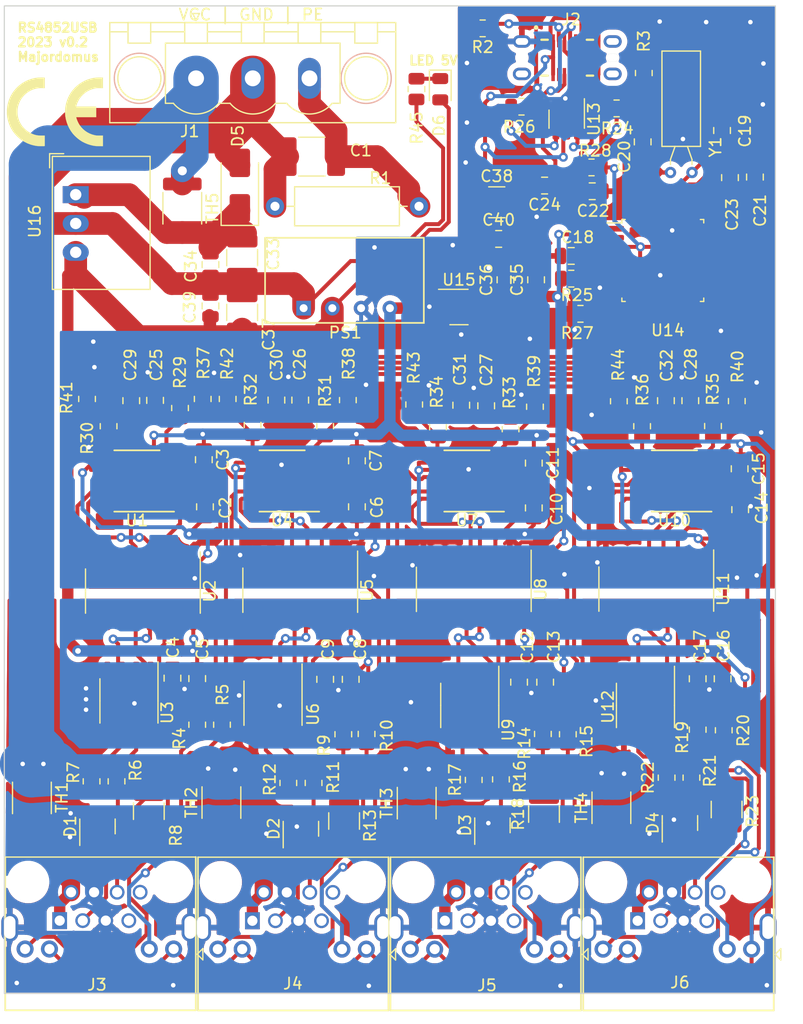
<source format=kicad_pcb>
(kicad_pcb (version 20221018) (generator pcbnew)
  (layers (0 "F.Cu" signal) (31 "B.Cu" signal) (34 "B.Paste" user) (35 "F.Paste" user) (36 "B.SilkS" user "B.Silkscreen") (37 "F.SilkS" user "F.Silkscreen") (38 "B.Mask" user) (39 "F.Mask" user) (44 "Edge.Cuts" user))
  (net 0 "")
  (net 1 "Net-(J3-Pad9)")
  (net 2 "GND")
  (net 3 "Net-(J3-Pad11)")
  (net 4 "GND1")
  (net 5 "Net-(J4-Pad9)")
  (net 6 "/RS485_ISO/RS485_B")
  (net 7 "/RS485_ISO/RS485_A")
  (net 8 "/RS485_ISO1/RS485_B")
  (net 9 "/RS485_ISO1/RS485_A")
  (net 10 "/RS485_ISO2/RS485_B")
  (net 11 "/RS485_ISO2/RS485_A")
  (net 12 "/RS485_ISO3/RS485_B")
  (net 13 "/RS485_ISO3/RS485_A")
  (net 14 "Net-(J4-Pad11)")
  (net 15 "Net-(J5-Pad9)")
  (net 16 "Net-(U14-RESET)")
  (net 17 "Net-(U6-B)")
  (net 18 "Net-(U6-A)")
  (net 19 "Net-(U12-B)")
  (net 20 "Net-(U12-A)")
  (net 21 "+5VD")
  (net 22 "+5V")
  (net 23 "+3V3")
  (net 24 "/RS485_ISO/USB_DP")
  (net 25 "/RS485_ISO/USB_DM")
  (net 28 "Net-(U7-CBUS2)")
  (net 29 "/RS485_ISO1/USB_DP")
  (net 30 "/RS485_ISO1/USB_DM")
  (net 31 "Net-(U7-CBUS1)")
  (net 33 "/RS485_ISO2/USB_DP")
  (net 34 "/RS485_ISO2/USB_DM")
  (net 35 "/RS485_ISO3/USB_DP")
  (net 36 "/RS485_ISO3/USB_DM")
  (net 37 "VCC")
  (net 38 "Earth")
  (net 39 "/USB HUB 4/USB_DP")
  (net 40 "/USB HUB 4/USB_DM")
  (net 41 "Net-(U14-XTAL2)")
  (net 42 "Net-(U14-XTAL1)")
  (net 43 "Net-(U14-DP0)")
  (net 44 "Net-(U14-DM0)")
  (net 45 "Net-(U14-DP1)")
  (net 46 "Net-(U14-DP2)")
  (net 47 "Net-(U14-DP3)")
  (net 48 "Net-(U14-DP4)")
  (net 49 "Net-(U14-DM1)")
  (net 50 "Net-(U14-DM2)")
  (net 51 "Net-(U14-DM3)")
  (net 52 "Net-(U14-DM4)")
  (net 53 "Net-(D5-K)")
  (net 54 "Net-(D6-K)")
  (net 55 "Net-(J2-CC1)")
  (net 57 "Net-(J2-CC2)")
  (net 59 "Net-(J3-Pad1)")
  (net 62 "Net-(U1-CBUS1)")
  (net 63 "Net-(J5-Pad11)")
  (net 64 "Net-(U1-CBUS2)")
  (net 65 "Net-(J6-Pad9)")
  (net 66 "Net-(J4-Pad1)")
  (net 69 "Net-(U4-CBUS1)")
  (net 70 "Net-(J6-Pad11)")
  (net 71 "Net-(U4-CBUS2)")
  (net 72 "Net-(J5-Pad1)")
  (net 75 "Net-(J6-Pad1)")
  (net 78 "Net-(U10-CBUS1)")
  (net 79 "Net-(U10-CBUS2)")
  (net 80 "Net-(U3-B)")
  (net 81 "Net-(U3-A)")
  (net 82 "Net-(U9-B)")
  (net 83 "Net-(U9-A)")
  (net 84 "Net-(R24-Pad1)")
  (net 85 "Net-(R26-Pad1)")
  (net 86 "Net-(U14-BUSPWR)")
  (net 87 "Net-(U1-TXD)")
  (net 89 "Net-(U1-RXD)")
  (net 91 "Net-(U1-CBUS0)")
  (net 97 "Net-(U2-INC)")
  (net 98 "Net-(U2-OUTB)")
  (net 99 "Net-(U2-OUTA)")
  (net 100 "Net-(U4-TXD)")
  (net 102 "Net-(U4-RXD)")
  (net 104 "Net-(U4-CBUS0)")
  (net 110 "Net-(U5-INC)")
  (net 111 "Net-(U5-OUTB)")
  (net 112 "Net-(U5-OUTA)")
  (net 113 "Net-(U7-TXD)")
  (net 114 "Net-(U7-RXD)")
  (net 115 "Net-(U7-CBUS0)")
  (net 120 "Net-(U8-INC)")
  (net 121 "Net-(U8-OUTB)")
  (net 122 "Net-(U8-OUTA)")
  (net 123 "Net-(U10-TXD)")
  (net 125 "Net-(U10-RXD)")
  (net 127 "Net-(U10-CBUS0)")
  (net 133 "Net-(U11-INC)")
  (net 134 "Net-(U11-OUTB)")
  (net 135 "Net-(U11-OUTA)")
  (footprint "Capacitor_SMD:C_0805_2012Metric" (layer "F.Cu") (at 157.693 61.53 90)
    (fp_text reference "C21")
    (fp_text value "1uF")
  )
  (footprint "Resistor_SMD:R_0805_2012Metric" (layer "F.Cu") (at 135.293 114.5925 90)
    (fp_text reference "R16")
    (fp_text value "10R")
  )
  (footprint "Capacitor_SMD:C_0805_2012Metric" (layer "F.Cu") (at 138.193 90.68 90)
    (fp_text reference "C10")
    (fp_text value "100nF")
  )
  (footprint "Resistor_SMD:R_0805_2012Metric" (layer "F.Cu") (at 108.5088 109.7788 90)
    (fp_text reference "R4")
    (fp_text value "330R")
  )
  (footprint "Capacitor_SMD:C_0805_2012Metric" (layer "F.Cu") (at 138.193 86.73 -90)
    (fp_text reference "C11")
    (fp_text value "100nF")
  )
  (footprint "Resistor_SMD:R_0805_2012Metric" (layer "F.Cu") (at 141.493 70.48 180)
    (fp_text reference "R25")
    (fp_text value "1k5")
  )
  (footprint "Resistor_SMD:R_0805_2012Metric" (layer "F.Cu") (at 141.193 110.6175 -90)
    (fp_text reference "R15")
    (fp_text value "330R")
  )
  (footprint "Capacitor_SMD:C_0805_2012Metric" (layer "F.Cu") (at 135.693 70.58 90)
    (fp_text reference "C36")
    (fp_text value "100nF")
  )
  (footprint "Capacitor_SMD:C_0805_2012Metric" (layer "F.Cu") (at 147.793 58.43 90)
    (fp_text reference "C20")
    (fp_text value "16 pF")
  )
  (footprint "Capacitor_SMD:C_0805_2012Metric" (layer "F.Cu") (at 133.993 81.68 90)
    (fp_text reference "C27")
    (fp_text value "22pF")
  )
  (footprint "Capacitor_SMD:C_0805_2012Metric" (layer "F.Cu") (at 104.793 81.205 90)
    (fp_text reference "C25")
    (fp_text value "22pF")
  )
  (footprint "MyFootprint:RJ45_Amphenol_RJHSE3384" (layer "F.Cu") (at 142.35 134.95 180)
    (fp_text reference "J5")
    (fp_text value "RJ45_LED_Shielded")
  )
  (footprint "Capacitor_SMD:C_0805_2012Metric" (layer "F.Cu") (at 115.493 81.18 90)
    (fp_text reference "C30")
    (fp_text value "22pF")
  )
  (footprint "Package_SO:SO-16_3.9x9.9mm_P1.27mm" (layer "F.Cu") (at 117.593 97.93 -90)
    (fp_text reference "U5")
    (fp_text value "ISO7331C (PAI131M31)")
  )
  (footprint "Capacitor_SMD:C_0805_2012Metric" (layer "F.Cu") (at 155.493 61.58 90)
    (fp_text reference "C23")
    (fp_text value "100nF")
  )
  (footprint "Resistor_SMD:R_0805_2012Metric" (layer "F.Cu") (at 156.093 81.2675 -90)
    (fp_text reference "R40")
    (fp_text value "15k")
  )
  (footprint "Capacitor_SMD:C_0805_2012Metric" (layer "F.Cu") (at 109.093 86.43 -90)
    (fp_text reference "C3")
    (fp_text value "100nF")
  )
  (footprint "Converter_DCDC:Converter_DCDC_RECOM_R-78E-0.5_THT" (layer "F.Cu") (at 97.793 63.08 -90)
    (fp_text reference "U16")
    (fp_text value "R-78E5.0-1.0")
  )
  (footprint "Resistor_SMD:R_0805_2012Metric" (layer "F.Cu") (at 138.993 110.5925 90)
    (fp_text reference "R14")
    (fp_text value "330R")
  )
  (footprint "Capacitor_SMD:C_0805_2012Metric" (layer "F.Cu") (at 106.3244 105.6792 -90)
    (fp_text reference "C4")
    (fp_text value "100nF")
  )
  (footprint "Resistor_SMD:R_0805_2012Metric" (layer "F.Cu") (at 145.493 55.48 180)
    (fp_text reference "R24")
    (fp_text value "27R")
  )
  (footprint "Capacitor_SMD:C_0805_2012Metric" (layer "F.Cu") (at 122.593 90.58 90)
    (fp_text reference "C6")
    (fp_text value "100nF")
  )
  (footprint "Resistor_SMD:R_0805_2012Metric" (layer "F.Cu") (at 138.293 81.7675 -90)
    (fp_text reference "R39")
    (fp_text value "15k")
  )
  (footprint "Resistor_SMD:R_0805_2012Metric" (layer "F.Cu") (at 143.2805 60.68 180)
    (fp_text reference "R28")
    (fp_text value "1k5")
  )
  (footprint "Resistor_SMD:R_0805_2012Metric" (layer "F.Cu") (at 132.893 114.6425 90)
    (fp_text reference "R17")
    (fp_text value "10R")
  )
  (footprint "Capacitor_SMD:C_1210_3225Metric" (layer "F.Cu") (at 134.9248 63.754)
    (fp_text reference "C38")
    (fp_text value "10uF")
  )
  (footprint "Resistor_SMD:R_0805_2012Metric" (layer "F.Cu") (at 127.643 81.5675 -90)
    (fp_text reference "R43")
    (fp_text value "15k")
  )
  (footprint "Capacitor_SMD:C_0805_2012Metric" (layer "F.Cu") (at 109.6772 69.2404 -90)
    (fp_text reference "C34")
    (fp_text value "1uF")
  )
  (footprint "Resistor_SMD:R_0805_2012Metric" (layer "F.Cu") (at 121.393 110.6175 90)
    (fp_text reference "R9")
    (fp_text value "330R")
  )
  (footprint "Capacitor_SMD:C_0805_2012Metric" (layer "F.Cu") (at 119.793 105.78 -90)
    (fp_text reference "C9")
    (fp_text value "1uF")
  )
  (footprint "Capacitor_SMD:C_1210_3225Metric" (layer "F.Cu") (at 112.4712 73.4568 90)
    (fp_text reference "C37")
    (fp_text value "10uF")
  )
  (footprint "Resistor_SMD:R_0805_2012Metric" (layer "F.Cu") (at 116.543 114.9096 90)
    (fp_text reference "R12")
    (fp_text value "10R")
  )
  (footprint "Resistor_SMD:R_0805_2012Metric" (layer "F.Cu") (at 98.793 81.08 -90)
    (fp_text reference "R41")
    (fp_text value "15k")
  )
  (footprint "Capacitor_SMD:C_0805_2012Metric" (layer "F.Cu") (at 135.093 66.98)
    (fp_text reference "C40")
    (fp_text value "1uF")
  )
  (footprint "Resistor_SMD:R_1812_4532Metric" (layer "F.Cu") (at 145.034 117.094 90)
    (fp_text reference "TH4")
    (fp_text value "Thermistor_PTC")
  )
  (footprint "Resistor_SMD:R_0805_2012Metric" (layer "F.Cu") (at 147.743 83.48 90)
    (fp_text reference "R36")
    (fp_text value "27R")
  )
  (footprint "Capacitor_SMD:C_1812_4532Metric_Pad1.57x3.40mm_HandSolder" (layer "F.Cu") (at 118.618 59.73)
    (fp_text reference "C1")
    (fp_text value "100nF / 600V")
  )
  (footprint "MyFootprint:RJ45_Amphenol_RJHSE3384" (layer "F.Cu") (at 159.35 134.95 180)
    (fp_text reference "J6")
    (fp_text value "RJ45_LED_Shielded")
  )
  (footprint "MyFootprint:GCT_USB4145" (layer "F.Cu") (at 141.143 51.015)
    (fp_text reference "J2")
    (fp_text value "USB4145-03-0170-C")
    (fp_line (start 3.85 -0.355) (end 4.15 -0.355) (stroke (width 0.01)) (layer "Edge.Cuts"))
    (fp_line (start 4.15 0.355) (end 3.85 0.355) (stroke (width 0.01)) (layer "Edge.Cuts"))
    (fp_arc (start 3.495 0) (mid 3.598977 -0.251023) (end 3.85 -0.355) (stroke (width 0.01)) (layer "Edge.Cuts"))
    (fp_arc (start 3.85 0.355) (mid 3.598977 0.251023) (end 3.495 0) (stroke (width 0.01)) (layer "Edge.Cuts"))
    (fp_arc (start 4.15 -0.355) (mid 4.401023 -0.251023) (end 4.505 0) (stroke (width 0.01)) (layer "Edge.Cuts"))
    (fp_arc (start 4.505 0) (mid 4.401023 0.251023) (end 4.15 0.355) (stroke (width 0.01)) (layer "Edge.Cuts"))
  )
  (footprint "Capacitor_SMD:C_0805_2012Metric" (layer "F.Cu") (at 151.993 81.23 90)
    (fp_text reference "C28")
    (fp_text value "22pF")
  )
  (footprint "Resistor_SMD:R_0805_2012Metric" (layer "F.Cu") (at 113.393 83.3675 90)
    (fp_text reference "R32")
    (fp_text value "27R")
  )
  (footprint "Resistor_SMD:R_1210_3225Metric" (layer "F.Cu") (at 104.2416 117.3988 90)
    (fp_text reference "R8")
    (fp_text value "120R")
  )
  (footprint "Resistor_SMD:R_1210_3225Metric" (layer "F.Cu") (at 121.4628 118.2624 90)
    (fp_text reference "R13")
    (fp_text value "120R")
  )
  (footprint "Capacitor_SMD:C_0805_2012Metric" (layer "F.Cu") (at 117.593 81.18 90)
    (fp_text reference "C26")
    (fp_text value "22pF")
  )
  (footprint "Capacitor_SMD:C_0805_2012Metric" (layer "F.Cu") (at 138.393 70.58 90)
    (fp_text reference "C35")
    (fp_text value "1uF")
  )
  (footprint "Symbol:CE-Logo_8.5x6mm_SilkScreen" (layer "F.Cu") (at 95.9612 55.7784)
    (fp_text reference "REF**" hide)
    (fp_text value "CE-Logo_8.5x6mm_SilkScreen" hide)
  )
  (footprint "Package_QFP:LQFP-32_7x7mm_P0.8mm" (layer "F.Cu") (at 149.568 68.88)
    (fp_text reference "U14")
    (fp_text value "TUSB2046B")
  )
  (footprint "Capacitor_SMD:C_0805_2012Metric" (layer "F.Cu") (at 136.893 106.03 -90)
    (fp_text reference "C12")
    (fp_text value "100nF")
  )
  (footprint "Capacitor_SMD:C_0805_2012Metric" (layer "F.Cu") (at 131.793 81.63 90)
    (fp_text reference "C31")
    (fp_text value "22pF")
  )
  (footprint "Package_SO:SOIC-8_3.9x4.9mm_P1.27mm" (layer "F.Cu") (at 115.193 107.88 -90)
    (fp_text reference "U6")
    (fp_text value "SN75176BDR")
  )
  (footprint "MyFootprint:RJ45_Amphenol_RJHSE3384" (layer "F.Cu") (at 125.375 134.95 180)
    (fp_text reference "J4")
    (fp_text value "RJ45_LED_Shielded")
  )
  (footprint "Package_TO_SOT_SMD:SOT-23-6" (layer "F.Cu") (at 141.093 56.43 -90)
    (fp_text reference "U13")
    (fp_text value "USBLC6-2SC6")
  )
  (footprint "Capacitor_SMD:C_0805_2012Metric" (layer "F.Cu") (at 152.643 105.73 -90)
    (fp_text reference "C17")
    (fp_text value "1uF")
  )
  (footprint "Resistor_SMD:R_0805_2012Metric" (layer "F.Cu") (at 127.843 53.78 -90)
    (fp_text reference "R45")
    (fp_text value "1.5k")
  )
  (footprint "Capacitor_SMD:C_0805_2012Metric" (layer "F.Cu") (at 122.593 86.53 -90)
    (fp_text reference "C7")
    (fp_text value "100nF")
  )
  (footprint "Package_SO:SSOP-16_3.9x4.9mm_P0.635mm" (layer "F.Cu") (at 103.193 88.28 180)
    (fp_text reference "U1")
    (fp_text value "FT230XS")
  )
  (footprint "Resistor_SMD:R_0805_2012Metric" (layer "F.Cu") (at 152.643 110.2175 90)
    (fp_text reference "R19")
    (fp_text value "330R")
  )
  (footprint "Package_SO:SSOP-16_3.9x4.9mm_P0.635mm" (layer "F.Cu") (at 115.993 88.28 180)
    (fp_text reference "U4")
    (fp_text value "FT230XS")
  )
  (footprint "Capacitor_SMD:C_0805_2012Metric" (layer "F.Cu") (at 108.5088 105.7148 -90)
    (fp_text reference "C5")
    (fp_text value "1uF")
  )
  (footprint "Resistor_SMD:R_0805_2012Metric" (layer "F.Cu") (at 100.693 83.48 90)
    (fp_text reference "R30")
    (fp_text value "27R")
  )
  (footprint "Resistor_SMD:R_0805_2012Metric" (layer "F.Cu") (at 137.1055 55.33)
    (fp_text reference "R26")
    (fp_text value "27R")
  )
  (footprint "Resistor_SMD:R_1812_4532Metric" (layer "F.Cu") (at 93.9292 116.2265 90)
    (fp_text reference "TH1")
    (fp_text value "Thermistor_PTC")
  )
  (footprint "Resistor_SMD:R_0805_2012Metric" (layer "F.Cu") (at 101.393 114.7675 90)
    (fp_text reference "R6")
    (fp_text value "10R")
  )
  (footprint "Diode_SMD:D_SMA" (layer "F.Cu") (at 112.268 62.2808 90)
    (fp_text reference "D5")
    (fp_text value "SMAJ28A")
  )
  (footprint "Capacitor_SMD:C_0805_2012Metric" (layer "F.Cu") (at 143.343 62.78)
    (fp_text reference "C22")
    (fp_text value "22pF")
  )
  (footprint "Resistor_SMD:R_0805_2012Metric" (layer "F.Cu") (at 119.793 83.48 90)
    (fp_text reference "R31")
    (fp_text value "27R")
  )
  (footprint "Package_SO:SOIC-8_3.9x4.9mm_P1.27mm" (layer "F.Cu") (at 148.038 108.08 -90)
    (fp_text reference "U12")
    (fp_text value "SN75176BDR")
  )
  (footprint "Capacitor_SMD:C_0805_2012Metric" (layer "F.Cu") (at 141.493 68.48 180)
    (fp_text reference "C18")
    (fp_text value "1uF")
  )
  (footprint "MyFootprint:NML0505S" (layer "F.Cu") (at 123.093 68.58 180)
    (fp_text reference "PS1")
    (fp_text value "NML0505SC ")
  )
  (footprint "Package_SO:SSOP-16_3.9x4.9mm_P0.635mm" (layer "F.Cu") (at 150.593 88.28 180)
    (fp_text reference "U10")
    (fp_text value "FT230XS")
  )
  (footprint "Resistor_SMD:R_0805_2012Metric" (layer "F.Cu") (at 136.143 83.7425 90)
    (fp_text reference "R33")
    (fp_text value "27R")
  )
  (footprint "Capacitor_SMD:C_0805_2012Metric" (layer "F.Cu") (at 156.393 90.83 90)
    (fp_text reference "C14")
    (fp_text value "100nF")
  )
  (footprint "Capacitor_SMD:C_0805_2012Metric" (layer "F.Cu") (at 109.6772 72.8828 90)
    (fp_text reference "C39")
    (fp_text value "1uF")
  )
  (footprint "Resistor_SMD:R_0805_2012Metric" (layer "F.Cu") (at 153.993 83.4675 90)
    (fp_text reference "R35")
    (fp_text value "27R")
  )
  (footprint "Capacitor_SMD:C_0805_2012Metric" (layer "F.Cu") (at 102.693 81.23 90)
    (fp_text reference "C29")
    (fp_text value "22pF")
  )
  (footprint "Capacitor_SMD:C_0805_2012Metric" (layer "F.Cu") (at 139.193 106.03 -90)
    (fp_text reference "C13")
    (fp_text value "1uF")
  )
  (footprint "Resistor_THT:R_Axial_DIN0309_L9.0mm_D3.2mm_P12.70mm_Horizontal" (layer "F.Cu") (at 115.368 64.105)
    (fp_text reference "R1")
    (fp_text value "1k / 600V")
  )
  (footprint "Package_TO_SOT_SMD:SOT-23" (layer "F.Cu") (at 117.6528 118.9459 90)
    (fp_text reference "D2")
    (fp_text value "CDSOT23-T15C")
  )
  (footprint "Resistor_SMD:R_0805_2012Metric" (layer "F.Cu") (at 121.793 81.18 -90)
    (fp_text reference "R38")
    (fp_text value "15k")
  )
  (footprint "Resistor_SMD:R_0805_2012Metric" (layer "F.Cu") (at 108.993 81.08 -90)
    (fp_text reference "R37")
    (fp_text value "15k")
  )
  (footprint "Package_SO:SOIC-8_3.9x4.9mm_P1.27mm" (layer "F.Cu") (at 102.489 107.6818 -90)
    (fp_text reference "U3")
    (fp_text value "SN75176BDR")
  )
  (footprint "Capacitor_SMD:C_0805_2012Metric" (layer "F.Cu") (at 122.043 105.78 -90)
    (fp_text reference "C8")
    (fp_text value "100nF")
  )
  (footprint "Resistor_SMD:R_1812_4532Metric" (layer "F.Cu") (at 127.8636 116.6876 90)
    (fp_text reference "TH3")
    (fp_text value "Thermistor_PTC")
  )
  (footprint "Package_SO:SO-16_3.9x9.9mm_P1.27mm" (layer "F.Cu") (at 132.898 97.855 -90)
    (fp_text reference "U8")
    (fp_text value "ISO7331C (PAI131M31)")
  )
  (footprint "Resistor_SMD:R_0805_2012Metric" (layer "F.Cu") (at 111.193 81.08 -90)
    (fp_text reference "R42")
    (fp_text value "15k")
  )
  (footprint "Resistor_SMD:R_0805_2012Metric" (layer "F.Cu") (at 123.443 110.5925 -90)
    (fp_text reference "R10")
    (fp_text value "330R")
  )
  (footprint "Resistor_SMD:R_1812_4532Metric" (layer "F.Cu") (at 107.193 64.28 -90)
    (fp_text reference "TH5")
    (fp_text value "Thermistor_PTC")
  )
  (footprint "Package_SO:SSOP-16_3.9x4.9mm_P0.635mm" (layer "F.Cu") (at 132.293 88.28 180)
    (fp_text reference "U7")
    (fp_text value "FT230XS")
  )
  (footprint "Package_TO_SOT_SMD:SOT-23" (layer "F.Cu") (at 134.543 118.6411 90)
    (fp_text reference "D3")
    (fp_text value "CDSOT23-T15C")
  )
  (footprint "MyFootprint:RJ45_Amphenol_RJHSE3384" (layer "F.Cu") (at 108.3805 134.9375 180)
    (fp_text reference "J3")
    (fp_text value "RJ45_LED_Shielded")
  )
  (footprint "Package_TO_SOT_SMD:SOT-23" (layer "F.Cu") (at 99.713 118.7375 90)
    (fp_text reference "D1")
    (fp_text value "CDSOT23-T15C")
  )
  (footprint "Resistor_SMD:R_0805_2012Metric" (layer "F.Cu") (at 149.903 114.4445 90)
    (fp_text reference "R22")
    (fp_text value "10R")
  )
  (footprint "Capacitor_SMD:C_0805_2012Metric" (layer "F.Cu") (at 156.343 87.23 -90)
    (fp_text reference "C15")
    (fp_text value "100nF")
  )
  (footprint "Resistor_SMD:R_0805_2012Metric" (layer "F.Cu") (at 129.743 83.5675 90)
    (fp_text reference "R34")
    (fp_text value "27R")
  )
  (footprint "Resistor_SMD:R_0805_2012Metric" (layer "F.Cu") (at 147.893 52.3675 90)
    (fp_text reference "R3")
    (fp_text value "5.1 k")
  )
  (footprint "Resistor_SMD:R_1210_3225Metric" (layer "F.Cu") (at 139.0904 117.6528 90)
    (fp_text reference "R18")
    (fp_text value "120R")
  )
  (footprint "Package_TO_SOT_SMD:SOT-23" (layer "F.Cu") (at 151.0792 118.4379 90)
    (fp_text reference "D4")
    (fp_text value "CDSOT23-T15C")
  )
  (footprint "Resistor_SMD:R_0805_2012Metric" (layer "F.Cu") (at 154.943 110.2675 -90)
    (fp_text reference "R20")
    (fp_text value "330R")
  )
  (footprint "Connector_Phoenix_MSTB:PhoenixContact_MSTBV_2,5_3-GF_1x03_P5.00mm_Vertical_ThreadedFlange_MountHole" (layer "F.Cu") (at 108.4072 52.832)
    (fp_text reference "J1")
    (fp_text value "Conn_01x03")
  )
  (footprint "Capacitor_SMD:C_1210_3225Metric" (layer "F.Cu") (at 112.4712 68.6308 -90)
    (fp_text reference "C33")
    (fp_text value "10uF")
  )
  (footprint "Resistor_SMD:R_0805_2012Metric" (layer "F.Cu") (at 152.093 114.4425 90)
    (fp_text reference "R21")
    (fp_text value "10R")
  )
  (footprint "Capacitor_SMD:C_0805_2012Metric" (layer "F.Cu") (at 109.193 90.58 90)
    (fp_text reference "C2")
    (fp_text value "100nF")
  )
  (footprint "Capacitor_SMD:C_0805_2012Metric" (layer "F.Cu") (at 139.143 62.28 180)
    (fp_text reference "C24")
    (fp_text value "22pF")
  )
  (footprint "Crystal:Crystal_C38-LF_D3.0mm_L8.0mm_Horizontal" (layer "F.Cu") (at 152.143 61.13 180)
    (fp_text reference "Y1")
    (fp_text value "AB308-6.000MHZ ")
  )
  (footprint "Resistor_SMD:R_0805_2012Metric" (layer "F.Cu") (at 118.7704 114.9096 90)
    (fp_text reference "R11")
    (fp_text value "10R")
  )
  (footprint "Resistor_SMD:R_0805_2012Metric" (layer "F.Cu") (at 99.193 114.7675 90)
    (fp_text reference "R7")
    (fp_text value "10R")
  )
  (footprint "Resistor_SMD:R_1812_4532Metric" (layer "F.Cu") (at 110.6424 116.6368 90)
    (fp_text reference "TH2")
    (fp_text value "Thermistor_PTC")
  )
  (footprint "Resistor_SMD:R_0805_2012Metric" (layer "F.Cu") (at 106.993 81.88 90)
    (fp_text reference "R29")
    (fp_text value "27R")
  )
  (footprint "Capacitor_SMD:C_0805_2012Metric" (layer "F.Cu") (at 154.843 105.73 -90)
    (fp_text reference "C16")
    (fp_text value "100nF")
  )
  (footprint "Package_SO:SO-16_3.9x9.9mm_P1.27mm" (layer "F.Cu") (at 103.718 98.005 -90)
    (fp_text reference "U2")
    (fp_text value "ISO7331C (PAI131M31)")
  )
  (footprint "Capacitor_SMD:C_0805_2012Metric" (layer "F.Cu") (at 149.843 81.23 90)
    (fp_text reference "C32")
    (fp_text value "22pF")
  )
  (footprint "Resistor_SMD:R_0805_2012Metric" (layer "F.Cu") (at 142.3055 73.58)
    (fp_text reference "R27")
    (fp_text value "1.5k")
  )
  (footprint "Package_TO_SOT_SMD:SOT-23-5" (layer "F.Cu") (at 131.593 72.98)
    (fp_text reference "U15")
    (fp_text value "TLV70233DBVR")
  )
  (footprint "Capacitor_SMD:C_0805_2012Metric" (layer "F.Cu") (at 154.793 57.43 90)
    (fp_text reference "C19")
    (fp_text value "16 pF")
  )
  (footprint "Package_SO:SO-16_3.9x9.9mm_P1.27mm" (layer "F.Cu") (at 148.993 97.83 -90)
    (fp_text reference "U11")
    (fp_text value "ISO7331C (PAI131M31)")
  )
  (footprint "Resistor_SMD:R_1210_3225Metric" (layer "F.Cu") (at 155.194 117.2464 90)
    (fp_text reference "R23")
    (fp_text value "120R")
  )
  (footprint "Resistor_SMD:R_0805_2012Metric" (layer "F.Cu") (at 145.693 81.28 -90)
    (fp_text reference "R44")
    (fp_text value "15k")
  )
  (footprint "LED_SMD:LED_0805_2012Metric" (layer "F.Cu") (at 129.943 53.7925 -90)
    (fp_text reference "D6")
    (fp_text value "LED Green")
  )
  (footprint "Resistor_SMD:R_0805_2012Metric" (layer "F.Cu") (at 133.6805 48.43 180)
    (fp_text reference "R2")
    (fp_text value "5.1 k")
  )
  (footprint "Resistor_SMD:R_0805_2012Metric" (layer "F.Cu") (at 110.6932 109.7788 -90)
    (fp_text reference "R5")
    (fp_text value "330R")
  )
  (footprint "Package_SO:SOIC-8_3.9x4.9mm_P1.27mm" (layer "F.Cu") (at 132.543 108.08 -90)
    (fp_text reference "U9")
    (fp_text value "SN75176BDR")
  )
  (gr_rect (start 91.498 46.45) (end 159.498 133.45) (stroke (width 0.1)) (fill none) (layer "Edge.Cuts"))
  (gr_text "VCC | GND | PE" (at 106.7816 47.8028) (layer "F.SilkS") (effects (font (size 1 1)) (justify left bottom)))
  (gr_text "RS4852USB\n2023 v0.2\nMajordomus" (at 92.5576 51.4096) (layer "F.SilkS") (effects (font (size 0.8 0.8) (thickness 0.2) bold) (justify left bottom)))
  (gr_text "LED 5V" (at 127.093 51.73) (layer "F.SilkS") (effects (font (size 0.8 0.8) (thickness 0.2) bold) (justify left bottom)))
  (segment (start 104.0384 128.25932) (end 104.0384 126.478259) (width 0.35) (layer "F.Cu") (net 1))
  (segment (start 93.3285 129.5375) (end 94.4035 128.4625) (width 0.35) (layer "F.Cu") (net 1))
  (segment (start 102.5015 123.244395) (end 105.03399 120.711905) (width 0.35) (layer "F.Cu") (net 1))
  (segment (start 104.0384 126.478259) (end 102.5015 124.941359) (width 0.35) (layer "F.Cu") (net 1))
  (segment (start 107.0864 120.711905) (end 107.0864 112.1137) (width 0.35) (layer "F.Cu") (net 1))
  (segment (start 97.9424 130.4544) (end 101.84332 130.4544) (width 0.35) (layer "F.Cu") (net 1))
  (segment (start 101.84332 130.4544) (end 104.0384 128.25932) (width 0.35) (layer "F.Cu") (net 1))
  (segment (start 107.0864 112.1137) (end 108.5088 110.6913) (width 0.35) (layer "F.Cu") (net 1))
  (segment (start 102.5015 124.941359) (end 102.5015 123.244395) (width 0.35) (layer "F.Cu") (net 1))
  (segment (start 94.4035 128.4625) (end 95.9505 128.4625) (width 0.35) (layer "F.Cu") (net 1))
  (segment (start 95.9505 128.4625) (end 97.9424 130.4544) (width 0.35) (layer "F.Cu") (net 1))
  (segment (start 105.03399 120.711905) (end 107.0864 120.711905) (width 0.35) (layer "F.Cu") (net 1))
  (segment (start 122.843305 93.705) (end 124.443 92.105305) (width 0.35) (layer "F.Cu") (net 2))
  (segment (start 122.963 73.08) (end 128.363 67.68) (width 0.35) (layer "F.Cu") (net 2))
  (segment (start 116.543 79.18) (end 117.593 80.23) (width 0.35) (layer "F.Cu") (net 2))
  (segment (start 138.493 52.6) (end 138.393 52.5) (width 0.35) (layer "F.Cu") (net 2))
  (segment (start 143.893 49.53) (end 143.893 52.5) (width 0.35) (layer "F.Cu") (net 2))
  (segment (start 121.816249 96.68) (end 124.093 96.68) (width 0.35) (layer "F.Cu") (net 2))
  (segment (start 138.393 69.105) (end 138.393 69.63) (width 0.35) (layer "F.Cu") (net 2))
  (segment (start 137.9105 87.9625) (end 138.193 87.68) (width 0.35) (layer "F.Cu") (net 2))
  (segment (start 124.443 92.105305) (end 124.443 91.48) (width 0.35) (layer "F.Cu") (net 2))
  (segment (start 137.092695 93.705) (end 139.268 93.705) (width 0.35) (layer "F.Cu") (net 2))
  (segment (start 128.943 79.88) (end 128.418 79.88) (width 0.35) (layer "F.Cu") (net 2))
  (segment (start 150.768 64.705) (end 150.768 64.755) (width 0.35) (layer "F.Cu") (net 2))
  (segment (start 131.168 75.405) (end 130.893 75.68) (width 0.35) (layer "F.Cu") (net 2))
  (segment (start 138.493 53.68) (end 138.493 52.6) (width 0.35) (layer "F.Cu") (net 2))
  (segment (start 146.193 59.08) (end 146.193 62.38) (width 0.35) (layer "F.Cu") (net 2))
  (segment (start 98.793 78.93) (end 99.443 78.28) (width 0.35) (layer "F.Cu") (net 2))
  (segment (start 134.893 87.9625) (end 137.9105 87.9625) (width 0.35) (layer "F.Cu") (net 2))
  (segment (start 135.693 69.105) (end 135.693 67.33) (width 0.35) (layer "F.Cu") (net 2))
  (segment (start 138.493 53.68) (end 133.693 53.68) (width 0.35) (layer "F.Cu") (net 2))
  (segment (start 147.568 64.705) (end 147.568 65.291396) (width 0.35) (layer "F.Cu") (net 2))
  (segment (start 150.718 63.305) (end 150.718 64.655) (width 0.35) (layer "F.Cu") (net 2))
  (segment (start 122.1105 87.9625) (end 122.593 87.48) (width 0.35) (layer "F.Cu") (net 2))
  (segment (start 122.593 89.63) (end 122.593 87.48) (width 0.35) (layer "F.Cu") (net 2))
  (segment (start 130.893 67.68) (end 131.043 67.53) (width 0.35) (layer "F.Cu") (net 2))
  (segment (start 138.293 80.855) (end 145.2055 80.855) (width 0.35) (layer "F.Cu") (net 2))
  (segment (start 117.0105 87.9625) (end 118.593 87.9625) (width 0.35) (layer "F.Cu") (net 2))
  (segment (start 118.593 87.9625) (end 122.1105 87.9625) (width 0.35) (layer "F.Cu") (net 2))
  (segment (start 123.393 79.83) (end 128.893 79.83) (width 0.35) (layer "F.Cu") (net 2))
  (segment (start 128.003 95.73) (end 128.453 95.28) (width 0.35) (layer "F.Cu") (net 2))
  (segment (start 137.198 49.53) (end 137.143 49.585) (width 0.35) (layer "F.Cu") (net 2))
  (segment (start 100.446249 96.88) (end 106.593 96.88) (width 0.35) (layer "F.Cu") (net 2))
  (segment (start 139.018 68.48) (end 138.393 69.105) (width 0.35) (layer "F.Cu") (net 2))
  (segment (start 151.893 62.18) (end 152.593 62.18) (width 0.35) (layer "F.Cu") (net 2))
  (segment (start 150.393 65.13) (end 149.968 64.705) (width 0.35) (layer "F.Cu") (net 2))
  (segment (start 156.1255 87.9625) (end 156.343 88.18) (width 0.35) (layer "F.Cu") (net 2))
  (segment (start 152.593 62.18) (end 154.143 60.63) (width 0.35) (layer "F.Cu") (net 2))
  (segment (start 158.943 78.53) (end 158.943 61.83) (width 0.35) (layer "F.Cu") (net 2))
  (segment (start 99.273 95.706751) (end 100.446249 96.88) (width 0.35) (layer "F.Cu") (net 2))
  (segment (start 139.268 93.705) (end 140.243 92.73) (width 0.35) (layer "F.Cu") (net 2))
  (segment (start 120.768 96.405) (end 120.768 95.355) (width 0.35) (layer "F.Cu") (net 2))
  (segment (start 136.073 95.28) (end 136.073 94.724695) (width 0.35) (layer "F.Cu") (net 2))
  (segment (start 108.293 96.88) (end 107.193 96.88) (width 0.35) (layer "F.Cu") (net 2))
  (segment (start 143.893 49.53) (end 143.893 48.522894) (width 0.35) (layer "F.Cu") (net 2))
  (segment (start 138.193 87.68) (end 138.193 89.73) (width 0.35) (layer "F.Cu") (net 2))
  (segment (start 116.543 79.13) (end 116.543 79.18) (width 0.35) (layer "F.Cu") (net 2))
  (segment (start 122.141249 93.705) (end 122.843305 93.705) (width 0.35) (layer "F.Cu") (net 2))
  (segment (start 113.148 95.355) (end 112.818 95.355) (width 0.35) (layer "F.Cu") (net 2))
  (segment (start 152.168 96.821751) (end 152.168 95.255) (width 0.35) (layer "F.Cu") (net 2))
  (segment (start 120.768 95.355) (end 120.768 95.631751) (width 0.35) (layer "F.Cu") (net 2))
  (segment (start 157.843 79.63) (end 158.943 78.53) (width 0.35) (layer "F.Cu") (net 2))
  (segment (start 106.893 95.153249) (end 108.216249 93.83) (width 0.35) (layer "F.Cu") (net 2))
  (segment (start 147.793 57.48) (end 148.793 56.48) (width 0.35) (layer "F.Cu") (net 2))
  (segment (start 159.068 78.655) (end 158.943 78.53) (width 0.35) (layer "F.Cu") (net 2))
  (segment (start 110.543 93.48) (end 110.543 90.98) (width 0.35) (layer "F.Cu") (net 2))
  (segment (start 150.768 64.755) (end 150.393 65.13) (width 0.35) (layer "F.Cu") (net 2))
  (segment (start 131.043 67.53) (end 132.08 66.493) (width 0.35) (layer "F.Cu") (net 2))
  (segment (start 98.793 80.1675) (end 98.793 78.93) (width 0.35) (layer "F.Cu") (net 2))
  (segment (start 145.693 80.3675) (end 145.8555 80.3675) (width 0.35) (layer "F.Cu") (net 2))
  (segment (start 158.943 61.83) (end 157.693 60.58) (width 0.35) (layer "F.Cu") (net 2))
  (segment (start 109.993 79.1675) (end 108.993 80.1675) (width 0.35) (layer "F.Cu") (net 2))
  (segment (start 120.293 96.88) (end 120.768 96.405) (width 0.35) (layer "F.Cu") (net 2))
  (segment (start 136.073 95.556751) (end 137.046249 96.53) (width 0.35) (layer "F.Cu") (net 2))
  (segment (start 103.693 80.28) (end 104.768 80.28) (width 0.35) (layer "F.Cu") (net 2))
  (segment (start 140.543 68.48) (end 139.018 68.48) (width 0.35) (layer "F.Cu") (net 2))
  (segment (start 125.563 75.68) (end 122.963 73.08) (width 0.35) (layer "F.Cu") (net 2))
  (segment (start 145.393 70.88) (end 144.4175 70.88) (width 0.35) (layer "F.Cu") (net 2))
  (segment (start 113.148 95.631751) (end 114.396249 96.88) (width 0.35) (layer "F.Cu") (net 2))
  (segment (start 108.216249 93.83) (end 110.193 93.83) (width 0.35) (layer "F.Cu") (net 2))
  (segment (start 159.068 95.3978) (end 159.068 78.655) (width 0.35) (layer "F.Cu") (net 2))
  (segment (start 132.893 50.13) (end 133.438 49.585) (width 0.35) (layer "F.Cu") (net 2))
  (segment (start 132.893 54.48) (end 132.893 49.58) (width 0.35) (layer "F.Cu") (net 2))
  (segment (start 109.993 78.9675) (end 111.193 80.1675) (width 0.35) (layer "F.Cu") (net 2))
  (segment (start 134.078 87.9625) (end 134.893 87.9625) (width 0.35) (layer "F.Cu") (net 2))
  (segment (start 120.768 95.631751) (end 121.816249 96.68) (width 0.35) (layer "F.Cu") (net 2))
  (segment (start 138.393 49.53) (end 137.198 49.53) (width 0.35) (layer "F.Cu") (net 2))
  (segment (start 129.0124 72.98) (end 128.9812 72.9488) (width 0.35) (layer "F.Cu") (net 2))
  (segment (start 157.843 79.63) (end 156.818 79.63) (width 0.35) (layer "F.Cu") (net 2))
  (segment (start 150.768 63.305) (end 151.893 62.18) (width 0.35) (layer "F.Cu") (net 2))
  (segment (start 154.143 60.63) (end 155.493 60.63) (width 0.35) (layer "F.Cu") (net 2))
  (segment (start 147.893 51.455) (end 147.893 50.78) (width 0.35) (layer "F.Cu") (net 2))
  (segment (start 133.943 80.68) (end 133.993 80.73) (width 0.35) (layer "F.Cu") (net 2))
  (segment (start 144.4175 70.88) (end 144.0175 71.28) (width 0.35) (layer "F.Cu") (net 2))
  (segment (start 128.363 67.68) (end 130.893 67.68) (width 0.35) (layer "F.Cu") (net 2))
  (segment (start 157.84655 96.61925) (end 159.068 95.3978) (width 0.35) (layer "F.Cu") (net 2))
  (segment (start 106.593 96.88) (end 106.893 96.58) (width 0.35) (layer "F.Cu") (net 2))
  (segment (start 147.568 64.705) (end 147.568 63.755) (width 0.35) (layer "F.Cu") (net 2))
  (segment (start 141.093 54.725513) (end 140.969469 54.601982) (width 0.35) (layer "F.Cu") (net 2))
  (segment (start 114.396249 96.88) (end 120.293 96.88) (width 0.35) (layer "F.Cu") (net 2))
  (segment (start 135.2528 69.5452) (end 135.693 69.105) (width 0.35) (layer "F.Cu") (net 2))
  (segment (start 147.568 63.755) (end 146.193 62.38) (width 0.35) (layer "F.Cu") (net 2))
  (segment (start 152.168 95.531751) (end 152.168 95.255) (width 0.35) (layer "F.Cu") (net 2))
  (segment (start 147.693 50.58) (end 147.693 49.78) (width 0.35) (layer "F.Cu") (net 2))
  (segment (start 102.693 80.28) (end 103.693 80.28) (width 0.35) (layer "F.Cu") (net 2))
  (segment (start 147.793 57.48) (end 146.193 59.08) (width 0.35) (layer "F.Cu") (net 2))
  (segment (start 132.893 48.555) (end 132.768 48.43) (width 0.35) (layer "F.Cu") (net 2))
  (segment (start 135.693 67.33) (end 136.043 66.98) (width 0.35) (layer "F.Cu") (net 2))
  (segment (start 152.170894 87.9625) (end 153.193 87.9625) (width 0.35) (layer "F.Cu") (net 2))
  (segment (start 99.273 95.43) (end 99.273 95.706751) (width 0.35) (layer "F.Cu") (net 2))
  (segment (start 113.148 95.355) (end 113.148 95.631751) (width 0.35) (layer "F.Cu") (net 2))
  (segment (start 133.3675 80.1045) (end 133.993 80.73) (width 0.35) (layer "F.Cu") (net 2))
  (segment (start 120.768 95.078249) (end 122.141249 93.705) (width 0.35) (layer "F.Cu") (net 2))
  (segment (start 153.193 87.9625) (end 156.1255 87.9625) (width 0.35) (layer "F.Cu") (net 2))
  (segment (start 109.093 87.38) (end 109.093 89.53) (width 0.35) (layer "F.Cu") (net 2))
  (segment (start 150.393 66.23) (end 150.393 65.13) (width 0.35) (layer "F.Cu") (net 2))
  (segment (start 147.693 49.78) (end 144.893 46.98) (width 0.35) (layer "F.Cu") (net 2))
  (segment (start 144.893 46.98) (end 142.350106 46.98) (width 0.35) (layer "F.Cu") (net 2))
  (segment (start 156.393 89.88) (end 156.6685 89.88) (width 0.35) (layer "F.Cu") (net 2))
  (segment (start 128.893 79.83) (end 128.943 79.88) (width 0.35) (layer "F.Cu") (net 2))
  (segment (start 141.393 73.58) (end 136.293 73.58) (width 0.35) (layer "F.Cu") (net 2))
  (segment (start 151.243 79.18) (end 151.243 79.53) (width 0.35) (layer "F.Cu") (net 2))
  (segment (start 133.438 49.585) (end 137.143 49.585) (width 0.35) (layer "F.Cu") (net 2))
  (segment (start 157.693 58.18) (end 157.693 60.58) (width 0.35) (layer "F.Cu") (net 2))
  (segment (start 124.443 91.48) (end 122.593 89.63) (width 0.35) (layer "F.Cu") (net 2))
  (segment (start 106.893 95.43) (end 106.893 95.153249) (width 0.35) (layer "F.Cu") (net 2))
  (segment (start 110.193 93.83) (end 110.543 93.48) (width 0.35) (layer "F.Cu") (net 2))
  (segment (start 122.2305 79.83) (end 121.793 80.2675) (width 0.35) (layer "F.Cu") (net 2))
  (segment (start 154.793 56.48) (end 155.993 56.48) (width 0.35) (layer "F.Cu") (net 2))
  (segment (start 145.793 62.78) (end 144.293 62.78) (width 0.35) (layer "F.Cu") (net 2))
  (segment (start 137.093 80.7045) (end 138.1425 80.7045) (width 0.35) (layer "F.Cu") (net 2))
  (segment (start 123.393 79.83) (end 122.2305 79.83) (width 0.35) (layer "F.Cu") (net 2))
  (segment (start 128.453 95.556751) (end 129.676249 96.78) (width 0.35) (layer "F.Cu") (net 2))
  (segment (start 148.793 56.48) (end 154.793 56.48) (width 0.35) (layer "F.Cu") (net 2))
  (segment (start 147.568 65.291396) (end 148.506604 66.23) (width 0.35) (layer "F.Cu") (net 2))
  (segment (start 146.193 62.38) (end 145.793 62.78) (width 0.35) (layer "F.Cu") (net 2))
  (segment (start 156.818 79.63) (end 156.093 80.355) (width 0.35) (layer "F.Cu") (net 2))
  (segment (start 145.8555 80.3675) (end 147.043 79.18) (width 0.35) (layer "F.Cu") (net 2))
  (segment (start 141.093 55.2925) (end 141.093 54.725513) (width 0.35) (layer "F.Cu") (net 2))
  (segment (start 105.793 87.9625) (end 108.5105 87.9625) (width 0.35) (layer "F.Cu") (net 2))
  (segment (start 113.393 88.5975) (end 116.3755 88.5975) (width 0.35) (layer "F.Cu") (net 2))
  (segment (start 144.548 95.531751) (end 145.796249 96.78) (width 0.35) (layer "F.Cu") (net 2))
  (segment (start 130.4555 72.98) (end 129.0124 72.98) (width 0.35) (layer "F.Cu") (net 2))
  (segment (start 143.893 48.522894) (end 142.350106 46.98) (width 0.35) (layer "F.Cu") (net 2))
  (segment (start 132.893 80.1045) (end 133.3675 80.1045) (width 0.35) (layer "F.Cu") (net 2))
  (segment (start 109.093 89.53) (end 109.193 89.63) (width 0.35) (layer "F.Cu") (net 2))
  (segment (start 156.1032 96.83) (end 152.176249 96.83) (width 0.35) (layer "F.Cu") (net 2))
  (segment (start 141.793 73.98) (end 141.393 73.58) (width 0.35) (layer "F.Cu") (net 2))
  (segment (start 104.143 78.73) (end 104.143 79.83) (width 0.35) (layer "F.Cu") (net 2))
  (segment (start 147.893 50.78) (end 147.693 50.58) (width 0.35) (layer "F.Cu") (net 2))
  (segment (start 127.493 95.73) (end 128.003 95.73) (width 0.35) (layer "F.Cu") (net 2))
  (segment (start 157.643 60.63) (end 157.693 60.58) (width 0.35) (layer "F.Cu") (net 2))
  (segment (start 130.893 75.68) (end 125.563 75.68) (width 0.35) (layer "F.Cu") (net 2))
  (segment (start 110.543 90.98) (end 109.193 89.63) (width 0.35) (layer "F.Cu") (net 2))
  (segment (start 134.218 46.98) (end 132.768 48.43) (width 0.35) (layer "F.Cu") (net 2))
  (segment (start 131.793 75.405) (end 131.168 75.405) (width 0.35) (layer "F.Cu") (net 2))
  (segment (start 149.843 80.28) (end 151.993 80.28) (width 0.35) (layer "F.Cu") (net 2))
  (segment (start 132.08 55.293) (end 132.893 54.48) (width 0.35) (layer "F.Cu") (net 2))
  (segment (start 116.543 79.18) (end 115.493 80.23) (width 0.35) (layer "F.Cu") (net 2))
  (segment (start 149.968 64.705) (end 149.968 63.305) (width 0.35) (layer "F.Cu") (net 2))
  (segment (start 120.768 95.355) (end 120.768 95.078249) (width 0.35) (layer "F.Cu") (net 2))
  (segment (start 134.849751 96.78) (end 136.073 95.556751) (width 0.35) (layer "F.Cu") (net 2))
  (segment (start 104.770893 87.9625) (end 105.793 87.9625) (width 0.35) (layer "F.Cu") (net 2))
  (segment (start 150.919751 96.78) (end 152.168 95.531751) (width 0.35) (layer "F.Cu") (net 2))
  (segment (start 156.393 89.88) (end 156.393 88.23) (width 0.35) (layer "F.Cu") (net 2))
  (segment (start 136.043 64.73) (end 136.043 64.43) (width 0.35) (layer "F.Cu") (net 2))
  (segment (start 155.493 60.63) (end 157.643 60.63) (width 0.35) (layer "F.Cu") (net 2))
  (segment (start 129.676249 96.78) (end 134.849751 96.78) (width 0.35) (layer "F.Cu") (net 2))
  (segment (start 145.796249 96.78) (end 150.919751 96.78) (width 0.35) (layer "F.Cu") (net 2))
  (segment (start 107.193 96.88) (end 106.893 96.58) (width 0.35) (layer "F.Cu") (net 2))
  (segment (start 140.243 91.78) (end 138.193 89.73) (width 0.35) (layer "F.Cu") (net 2))
  (segment (start 143.793 95.48) (end 144.323 95.48) (width 0.35) (layer "F.Cu") (net 2))
  (segment (start 137.046249 96.53) (end 140.893 96.53) (width 0.35) (layer "F.Cu") (net 2))
  (segment (start 109.993 78.78) (end 109.993 79.1675) (width 0.35) (layer "F.Cu") (net 2))
  (segment (start 148.506604 66.23) (end 150.393 66.23) (width 0.35) (layer "F.Cu") (net 2))
  (segment (start 100.593 88.5975) (end 104.135893 88.5975) (width 0.35) (layer "F.Cu") (net 2))
  (segment (start 133.443 88.5975) (end 134.078 87.9625) (width 0.35) (layer "F.Cu") (net 2))
  (segment (start 152.176249 96.83) (end 152.168 96.821751) (width 0.35) (layer "F.Cu") (net 2))
  (segment (start 133.693 53.68) (end 132.893 54.48) (width 0.35) (layer "F.Cu") (net 2))
  (segment (start 104.143 79.83) (end 103.693 80.28) (width 0.35) (layer "F.Cu") (net 2))
  (segment (start 132.3685 80.1045) (end 131.793 80.68) (width 0.35) (layer "F.Cu") (net 2))
  (segment (start 155.993 56.48) (end 157.693 58.18) (width 0.35) (layer "F.Cu") (net 2))
  (segment (start 138.1425 80.7045) (end 138.293 80.855) (width 0.35) (layer "F.Cu") (net 2))
  (segment (start 145.2055 80.855) (end 145.693 80.3675) (width 0.35) (layer "F.Cu") (net 2))
  (segment (start 106.893 96.58) (end 106.893 95.43) (width 0.35) (layer "F.Cu") (net 2))
  (segment (start 109.993 78.78) (end 109.993 78.9675) (width 0.35) (layer "F.Cu") (net 2))
  (segment (start 156.393 88.23) (end 156.343 88.18) (width 0.35) (layer "F.Cu") (net 2))
  (segment (start 149.968 63.305) (end 150.718 63.305) (width 0.35) (layer "F.Cu") (net 2))
  (segment (start 115.493 80.23) (end 117.593 80.23) (width 0.35) (layer "F.Cu") (net 2))
  (segment (start 141.793 74.98) (end 141.793 73.98) (width 0.35) (layer "F.Cu") (net 2))
  (segment (start 149.193 56.08) (end 149.193 52.755) (width 0.35) (layer "F.Cu") (net 2))
  (segment (start 104.768 80.28) (end 104.793 80.255) (width 0.35) (layer "F.Cu") (net 2))
  (segment (start 134.2136 69.5452) (end 135.2528 69.5452) (width 0.35) (layer "F.Cu") (net 2))
  (segment (start 112.818 95.355) (end 112.293 94.83) (width 0.35) (layer "F.Cu") (net 2))
  (segment (start 135.693 69.63) (end 135.693 69.105) (width 0.35) (layer "F.Cu") (net 2))
  (segment (start 147.993 88.5975) (end 151.535894 88.5975) (width 0.35) (layer "F.Cu") (net 2))
  (segment (start 136.293 73.58) (end 134.468 75.405) (width 0.35) (layer "F.Cu") (net 2))
  (segment (start 151.243 79.53) (end 151.993 80.28) (width 0.35) (layer "F.Cu") (net 2))
  (segment (start 104.135893 88.5975) (end 104.770893 87.9625) (width 0.35) (layer "F.Cu") (net 2))
  (segment (start 136.073 95.556751) (end 136.073 95.28) (width 0.35) (layer "F.Cu") (net 2))
  (segment (start 134.468 75.405) (end 131.793 75.405) (width 0.35) (layer "F.Cu") (net 2))
  (segment (start 138.393 69.63) (end 135.693 69.63) (width 0.35) (layer "F.Cu") (net 2))
  (segment (start 144.323 95.48) (end 144.548 95.255) (width 0.35) (layer "F.Cu") (net 2))
  (segment (start 142.350106 46.98) (end 134.218 46.98) (width 0.35) (layer "F.Cu") (net 2))
  (segment (start 150.718 63.305) (end 150.768 63.305) (width 0.35) (layer "F.Cu") (net 2))
  (segment (start 128.418 79.88) (end 127.643 80.655) (width 0.35) (layer "F.Cu") (net 2))
  (segment (start 151.535894 88.5975) (end 152.170894 87.9625) (width 0.35) (layer "F.Cu") (net 2))
  (segment (start 131.793 80.68) (end 133.943 80.68) (width 0.35) (layer "F.Cu") (net 2))
  (segment (start 132.08 66.493) (end 132.08 55.293) (width 0.35) (layer "F.Cu") (net 2))
  (segment (start 147.793 57.48) (end 149.193 56.08) (width 0.35) (layer "F.Cu") (net 2))
  (segment (start 108.5105 87.9625) (end 109.093 87.38) (width 0.35) (layer "F.Cu") (net 2))
  (segment (start 156.1084 96.8248) (end 156.1032 96.83) (width 0.35) (layer "F.Cu") (net 2))
  (segment (start 132.893 50.13) (end 132.893 48.555) (width 0.35) (layer "F.Cu") (net 2))
  (segment (start 132.893 80.1045) (end 132.3685 80.1045) (width 0.35) (layer "F.Cu") (net 2))
  (segment (start 136.043 64.73) (end 136.043 66.98) (width 0.35) (layer "F.Cu") (net 2))
  (segment (start 144.548 95.255) (end 144.548 95.531751) (width 0.35) (layer "F.Cu") (net 2))
  (segment (start 129.693 88.5975) (end 133.443 88.5975) (width 0.35) (layer "F.Cu") (net 2))
  (segment (start 136.043 64.43) (end 138.193 62.28) (width 0.35) (layer "F.Cu") (net 2))
  (segment (start 138.393 52.5) (end 138.393 49.53) (width 0.35) (layer "F.Cu") (net 2))
  (segment (start 156.6685 89.88) (end 157.3185 90.53) (width 0.35) (layer "F.Cu") (net 2))
  (segment (start 150.718 64.655) (end 150.768 64.705) (width 0.35) (layer "F.Cu") (net 2))
  (segment (start 140.243 92.73) (end 140.243 91.78) (width 0.35) (layer "F.Cu") (net 2))
  (segment (start 143.793 52.6) (end 143.893 52.5) (width 0.35) (layer "F.Cu") (net 2))
  (segment (start 116.3755 88.5975) (end 117.0105 87.9625) (width 0.35) (layer "F.Cu") (net 2))
  (segment (start 149.193 52.755) (end 147.893 51.455) (width 0.35) (layer "F.Cu") (net 2))
  (segment (start 128.453 95.28) (end 128.453 95.556751) (width 0.35) (layer "F.Cu") (net 2))
  (segment (start 136.073 94.724695) (end 137.092695 93.705) (width 0.35) (layer "F.Cu") (net 2))
  (via (at 138.493 53.68) (size 0.8) (drill 0.4) (layers "F.Cu" "B.Cu") (net 2))
  (via (at 156.1084 96.8248) (size 0.8) (drill 0.4) (layers "F.Cu" "B.Cu") (net 2))
  (via (at 99.343 76.03) (size 0.8) (drill 0.4) (layers "F.Cu" "B.Cu") (net 2))
  (via (at 154.693 75.08) (size 0.8) (drill 0.4) (layers "F.Cu" "B.Cu") (net 2))
  (via (at 140.969469 54.601982) (size 0.8) (drill 0.4) (layers "F.Cu" "B.Cu") (net 2))
  (via (at 158.443 51.53) (size 0.8) (drill 0.4) (layers "F.Cu" "B.Cu") (net 2))
  (via (at 128.9812 72.9488) (size 0.8) (drill 0.4) (layers "F.Cu" "B.Cu") (net 2))
  (via (at 149.293 47.83) (size 0.8) (drill 0.4) (layers "F.Cu" "B.Cu") (net 2))
  (via (at 137.843 75.78) (size 0.8) (drill 0.4) (layers "F.Cu" "B.Cu") (net 2))
  (via (at 116.543 79.13) (size 0.8) (drill 0.4) (layers "F.Cu" "B.Cu") (net 2))
  (via (at 132.443 87.28) (size 0.8) (drill 0.4) (layers "F.Cu" "B.Cu") (net 2))
  (via (at 143.793 95.48) (size 0.8) (drill 0.4) (layers "F.Cu" "B.Cu") (net 2))
  (via (at 141.793 74.98) (size 0.8) (drill 0.4) (layers "F.Cu" "B.Cu") (net 2))
  (via (at 157.293 47.88) (size 0.8) (drill 0.4) (layers "F.Cu" "B.Cu") (net 2))
  (via (at 140.893 96.53) (size 0.8) (drill 0.4) (layers "F.Cu" "B.Cu") (net 2))
  (via (at 157.3185 90.53) (size 0.8) (drill 0.4) (layers "F.Cu" "B.Cu") (net 2))
  (via (at 149.343 70.18) (size 0.8) (drill 0.4) (layers "F.Cu" "B.Cu") (net 2))
  (via (at 157.84655 96.61925) (size 0.8) (drill 0.4) (layers "F.Cu" "B.Cu") (net 2))
  (via (at 132.293 56.73) (size 0.8) (drill 0.4) (layers "F.Cu" "B.Cu") (net 2))
  (via (at 131.043 67.53) (size 0.8) (drill 0.4) (layers "F.Cu" "B.Cu") (net 2))
  (via (at 132.893 80.1045) (size 0.8) (drill 0.4) (layers "F.Cu" "B.Cu") (net 2))
  (via (at 137.093 80.7045) (size 0.8) (drill 0.4) (layers "F.Cu" "B.Cu") (net 2))
  (via (at 134.2136 69.5452) (size 0.8) (drill 0.4) (layers "F.Cu" "B.Cu") (net 2))
  (via (at 99.443 78.28) (size 0.8) (drill 0.4) (layers "F.Cu" "B.Cu") (net 2))
  (via (at 138.443 65.03) (size 0.8) (drill 0.4) (layers "F.Cu" "B.Cu") (net 2))
  (via (at 104.143 78.73) (size 0.8) (drill 0.4) (layers "F.Cu" "B.Cu") (net 2))
  (via (at 124.143 67.73) (size 0.8) (drill 0.4) (layers "F.Cu" "B.Cu") (net 2))
  (via (at 108.293 96.88) (size 0.8) (drill 0.4) (layers "F.Cu" "B.Cu") (net 2))
  (via (at 143.293 82.48) (size 0.8) (drill 0.4) (layers "F.Cu" "B.Cu") (net 2))
  (via (at 157.843 79.63) (size 0.8) (drill 0.4) (layers "F.Cu" "B.Cu") (net 2))
  (via (at 158.243 84.03) (size 0.8) (drill 0.4) (layers "F.Cu" "B.Cu") (net 2))
  (via (at 132.293 51.48) (size 0.8) (drill 0.4) (layers "F.Cu" "B.Cu") (net 2))
  (via (at 150.393 66.23) (size 0.8) (drill 0.4) (layers "F.Cu" "B.Cu") (net 2))
  (via (at 158.393 55.13) (size 0.8) (drill 0.4) (layers "F.Cu" "B.Cu") (net 2))
  (via (at 143.093 88.93) (size 0.8) (drill 0.4) (layers "F.Cu" "B.Cu") (net 2))
  (via (at 131.793 75.405) (size 0.8) (drill 0.4) (layers "F.Cu" "B.Cu") (net 2))
  (via (at 112.293 94.83) (size 0.8) (drill 0.4) (layers "F.Cu" "B.Cu") (net 2))
  (via (at 123.393 79.83) (size 0.8) (drill 0.4) (layers "F.Cu" "B.Cu") (net 2))
  (via (at 144.0175 71.28) (size 0.8) (drill 0.4) (layers "F.Cu" "B.Cu") (net 2))
  (via (at 132.1816 60.2488) (size 0.8) (drill 0.4) (layers "F.Cu" "B.Cu") (net 2))
  (via (at 128.943 79.88) (size 0.8) (drill 0.4) (layers "F.Cu" "B.Cu") (net 2))
  (via (at 127.493 95.73) (size 0.8) (drill 0.4) (layers "F.Cu" "B.Cu") (net 2))
  (via (at 109.993 78.78) (size 0.8) (drill 0.4) (layers "F.Cu" "B.Cu") (net 2))
  (via (at 147.043 79.18) (size 0.8) (drill 0.4) (layers "F.Cu" "B.Cu") (net 2))
  (via (at 151.343 58.18) (size 0.8) (drill 0.4) (layers "F.Cu" "B.Cu") (net 2))
  (via (at 98.943 85.33) (size 0.8) (drill 0.4) (layers "F.Cu" "B.Cu") (net 2))
  (via (at 151.243 79.18) (size 0.8) (drill 0.4) (layers "F.Cu" "B.Cu") (net 2))
  (via (at 115.943 86.88) (size 0.8) (drill 0.4) (layers "F.Cu" "B.Cu") (net 2))
  (via (at 124.093 96.68) (size 0.8) (drill 0.4) (layers "F.Cu" "B.Cu") (net 2))
  (via (at 153.393 47.88) (size 0.8) (drill 0.4) (layers "F.Cu" "B.Cu") (net 2))
  (via (at 128.943 79.88) (size 0.8) (drill 0.4) (layers "F.Cu" "B.Cu") (net 2))
  (segment (start 140.893 96.53) (end 142.743 96.53) (width 0.35) (layer "B.Cu") (net 2))
  (segment (start 132.893 80.1045) (end 136.493 80.1045) (width 0.35) (layer "B.Cu") (net 2))
  (segment (start 144.0175 72.7555) (end 141.793 74.98) (width 0.35) (layer "B.Cu") (net 2))
  (segment (start 157.641 96.8248) (end 156.1084 96.8248) (width 0.35) (layer "B.Cu") (net 2))
  (segment (start 157.84655 96.61925) (end 157.641 96.8248) (width 0.35) (layer "B.Cu") (net 2))
  (segment (start 148.243 71.28) (end 149.343 70.18) (width 0.35) (layer "B.Cu") (net 2))
  (segment (start 99.443 78.28) (end 103.793 78.28) (width 0.35) (layer "B.Cu") (net 2))
  (segment (start 136.493 80.1045) (end 137.093 80.7045) (width 0.35) (layer "B.Cu") (net 2))
  (segment (start 128.9812 72.9488) (end 128.3208 72.9488) (width 0.35) (layer "B.Cu") (net 2))
  (segment (start 133.0582 69.5452) (end 131.043 67.53) (width 0.35) (layer "B.Cu") (net 2))
  (segment (start 147.043 79.18) (end 151.243 79.18) (width 0.35) (layer "B.Cu") (net 2))
  (segment (start 131.793 77.03) (end 131.793 75.405) (width 0.35) (layer "B.Cu") (net 2))
  (segment (start 138.493 53.755305) (end 138.493 53.68) (width 0.35) (layer "B.Cu") (net 2))
  (segment (start 158.193 90.53) (end 157.3185 90.53) (width 0.35) (layer "B.Cu") (net 2))
  (segment (start 122.963 74.91) (end 122.963 73.08) (width 0.35) (layer "B.Cu") (net 2))
  (segment (start 128.943 79.88) (end 131.793 77.03) (width 0.35) (layer "B.Cu") (net 2))
  (segment (start 142.743 96.53) (end 143.793 95.48) (width 0.35) (layer "B.Cu") (net 2))
  (segment (start 128.943 79.88) (end 132.6685 79.88) (width 0.35) (layer "B.Cu") (net 2))
  (segment (start 118.743 79.13) (end 122.963 74.91) (width 0.35) (layer "B.Cu") (net 2))
  (segment (start 151.243 79.18) (end 157.393 79.18) (width 0.35) (layer "B.Cu") (net 2))
  (segment (start 116.193 78.78) (end 116.543 79.13) (width 0.35) (layer "B.Cu") (net 2))
  (segment (start 104.143 78.73) (end 109.943 78.73) (width 0.35) (layer "B.Cu") (net 2))
  (segment (start 126.746 71.374) (end 124.669 71.374) (width 0.35) (layer "B.Cu") (net 2))
  (segment (start 139.392695 54.655) (end 138.493 53.755305) (width 0.35) (layer "B.Cu") (net 2))
  (segment (start 110.243 96.88) (end 108.293 96.88) (width 0.35) (layer "B.Cu") (net 2))
  (segment (start 112.293 94.83) (end 110.243 96.88) (width 0.35) (layer "B.Cu") (net 2))
  (segment (start 158.1912 96.2746) (end 158.1912 90.5318) (width 0.35) (layer "B.Cu") (net 2))
  (segment (start 157.393 79.18) (end 157.843 79.63) (width 0.35) (layer "B.Cu") (net 2))
  (segment (start 149.343 70.18) (end 150.393 69.13) (width 0.35) (layer "B.Cu") (net 2))
  (segment (start 124.093 96.68) (end 126.543 96.68) (width 0.35) (layer "B.Cu") (net 2))
  (segment (start 140.690616 54.601982) (end 140.637598 54.655) (width 0.35) (layer "B.Cu") (net 2))
  (segment (start 150.393 69.13) (end 150.393 66.23) (width 0.35) (layer "B.Cu") (net 2))
  (segment (start 126.543 96.68) (end 127.493 95.73) (width 0.35) (layer "B.Cu") (net 2))
  (segment (start 134.2136 69.5452) (end 133.0582 69.5452) (width 0.35) (layer "B.Cu") (net 2))
  (segment (start 104.143 78.63) (end 104.143 78.73) (width 0.35) (layer "B.Cu") (net 2))
  (segment (start 124.669 71.374) (end 122.963 73.08) (width 0.35) (layer "B.Cu") (net 2))
  (segment (start 144.0175 71.28) (end 144.0175 72.7555) (width 0.35) (layer "B.Cu") (net 2))
  (segment (start 141.793 74.98) (end 145.993 79.18) (width 0.35) (layer "B.Cu") (net 2))
  (segment (start 116.543 79.13) (end 118.743 79.13) (width 0.35) (layer "B.Cu") (net 2))
  (segment (start 128.3208 72.9488) (end 126.746 71.374) (width 0.35) (layer "B.Cu") (net 2))
  (segment (start 144.0175 71.28) (end 148.243 71.28) (width 0.35) (layer "B.Cu") (net 2))
  (segment (start 109.993 78.78) (end 116.193 78.78) (width 0.35) (layer "B.Cu") (net 2))
  (segment (start 140.637598 54.655) (end 139.392695 54.655) (width 0.35) (layer "B.Cu") (net 2))
  (segment (start 132.6685 79.88) (end 132.893 80.1045) (width 0.35) (layer "B.Cu") (net 2))
  (segment (start 109.943 78.73) (end 109.993 78.78) (width 0.35) (layer "B.Cu") (net 2))
  (segment (start 122.693 79.13) (end 123.393 79.83) (width 0.35) (layer "B.Cu") (net 2))
  (segment (start 103.793 78.28) (end 104.143 78.63) (width 0.35) (layer "B.Cu") (net 2))
  (segment (start 116.543 79.13) (end 122.693 79.13) (width 0.35) (layer "B.Cu") (net 2))
  (segment (start 158.1912 90.5318) (end 158.193 90.53) (width 0.35) (layer "B.Cu") (net 2))
  (segment (start 157.84655 96.61925) (end 158.1912 96.2746) (width 0.35) (layer "B.Cu") (net 2))
  (segment (start 145.993 79.18) (end 147.043 79.18) (width 0.35) (layer "B.Cu") (net 2))
  (segment (start 140.969469 54.601982) (end 140.690616 54.601982) (width 0.35) (layer "B.Cu") (net 2))
  (segment (start 105.559295 121.211905) (end 103.9368 122.8344) (width 0.35) (layer "F.Cu") (net 3))
  (segment (start 107.64501 112.63941) (end 107.5864 112.5808) (width 0.35) (layer "F.Cu") (net 3))
  (segment (start 107.64501 121.173269) (end 107.64501 112.63941) (width 0.35) (layer "F.Cu") (net 3))
  (segment (start 107.5864 112.5808) (end 107.8992 112.268) (width 0.35) (layer "F.Cu") (net 3))
  (segment (start 109.1165 112.268) (end 110.6932 110.6913) (width 0.35) (layer "F.Cu") (net 3))
  (segment (start 107.64501 121.173269) (end 107.606374 121.211905) (width 0.35) (layer "F.Cu") (net 3))
  (segment (start 107.606374 121.211905) (end 105.559295 121.211905) (width 0.35) (layer "F.Cu") (net 3))
  (segment (start 107.8992 112.268) (end 109.1165 112.268) (width 0.35) (layer "F.Cu") (net 3))
  (via (at 103.9368 122.8344) (size 0.8) (drill 0.4) (layers "F.Cu" "B.Cu") (net 3))
  (segment (start 102.5015 125.6663) (end 104.2805 127.4453) (width 0.35) (layer "B.Cu") (net 3))
  (segment (start 103.800741 122.8344) (end 102.5015 124.133641) (width 0.35) (layer "B.Cu") (net 3))
  (segment (start 102.5015 124.133641) (end 102.5015 125.6663) (width 0.35) (layer "B.Cu") (net 3))
  (segment (start 104.2805 127.4453) (end 104.2805 129.5375) (width 0.35) (layer "B.Cu") (net 3))
  (segment (start 103.9368 122.8344) (end 103.800741 122.8344) (width 0.35) (layer "B.Cu") (net 3))
  (segment (start 106.2736 70.9168) (end 105.4608 70.104) (width 2) (layer "F.Cu") (net 4))
  (segment (start 152.643 106.68) (end 154.843 106.68) (width 0.35) (layer "F.Cu") (net 4))
  (segment (start 106.893 100.58) (end 106.893 102.53) (width 0.35) (layer "F.Cu") (net 4))
  (segment (start 149.275106 109.255) (end 147.018 109.255) (width 0.35) (layer "F.Cu") (net 4))
  (segment (start 136.893 106.98) (end 139.193 106.98) (width 0.35) (layer "F.Cu") (net 4))
  (segment (start 118.718 104.121751) (end 118.718 105.655) (width 0.35) (layer "F.Cu") (net 4))
  (segment (start 127.843 54.6925) (end 127.843 56.63) (width 0.35) (layer "F.Cu") (net 4))
  (segment (start 95.613 105.98) (end 93.893 107.7) (width 0.35) (layer "F.Cu") (net 4))
  (segment (start 93.893 104.65) (end 93.893 107.7) (width 4) (layer "F.Cu") (net 4))
  (segment (start 122.043 68.93) (end 117.893 73.08) (width 0.35) (layer "F.Cu") (net 4))
  (segment (start 97.793 65.62) (end 93.933 65.62) (width 2) (layer "F.Cu") (net 4))
  (segment (start 130.193 58.98) (end 130.193 65.28) (width 0.35) (layer "F.Cu") (net 4))
  (segment (start 98.0305 57.4425) (end 93.893 61.58) (width 4) (layer "F.Cu") (net 4))
  (segment (start 135.843 105.93) (end 136.893 106.98) (width 0.35) (layer "F.Cu") (net 4))
  (segment (start 113.4072 52.832) (end 113.4072 55.0658) (width 4) (layer "F.Cu") (net 4))
  (segment (start 112.193 103.18) (end 112.193 107.193) (width 0.35) (layer "F.Cu") (net 4))
  (segment (start 97.0788 107.4928) (end 97.9424 107.4928) (width 4) (layer "F.Cu") (net 4))
  (segment (start 127.843 56.63) (end 130.193 58.98) (width 0.35) (layer "F.Cu") (net 4))
  (segment (start 112.193 60.48) (end 111.0305 59.3175) (width 2) (layer "F.Cu") (net 4))
  (segment (start 117.893 73.08) (end 117.893 71.78) (width 2) (layer "F.Cu") (net 4))
  (segment (start 97.293 112.98) (end 93.893 109.58) (width 1) (layer "F.Cu") (net 4))
  (segment (start 151.0792 117.611703) (end 150.548561 118.142342) (width 0.35) (layer "F.Cu") (net 4))
  (segment (start 98.836163 117.986163) (end 98.672326 118.15) (width 0.35) (layer "F.Cu") (net 4))
  (segment (start 112.193 107.193) (end 112.2 107.2) (width 0.35) (layer "F.Cu") (net 4))
  (segment (start 116.443 59.73) (end 116.4805 59.73) (width 2) (layer "F.Cu") (net 4))
  (segment (start 134.543 118.086229) (end 134.182399 118.44683) (width 0.35) (layer "F.Cu") (net 4))
  (segment (start 107.9668 106.58) (end 108.0008 106.614) (width 0.35) (layer "F.Cu") (net 4))
  (segment (start 136.073 100.43) (end 135.843 100.66) (width 0.35) (layer "F.Cu") (net 4))
  (segment (start 147.018 109.255) (end 146.133 110.14) (width 0.35) (layer "F.Cu") (net 4))
  (segment (start 115.368 64.105) (end 115.368 60.8425) (width 2) (layer "F.Cu") (net 4))
  (segment (start 94.163 107.43) (end 93.893 107.7) (width 0.35) (layer "F.Cu") (net 4))
  (segment (start 112.193 107.3) (end 112.193 107.98) (width 0.35) (layer "F.Cu") (net 4))
  (segment (start 117.0298 70.9168) (end 106.2736 70.9168) (width 2) (layer "F.Cu") (net 4))
  (segment (start 93.893 107.7) (end 93.893 109.58) (width 4) (layer "F.Cu") (net 4))
  (segment (start 117.893 71.78) (end 117.0298 70.9168) (width 2) (layer "F.Cu") (net 4))
  (segment (start 105.4608 70.104) (end 105.4608 70.0478) (width 2) (layer "F.Cu") (net 4))
  (segment (start 112.2 107.2) (end 112.193 107.207) (width 0.35) (layer "F.Cu") (net 4))
  (segment (start 97.293 120.286003) (end 97.293 118.15) (width 1) (layer "F.Cu") (net 4))
  (segment (start 120.768 100.505) (end 120.768 102.071751) (width 0.35) (layer "F.Cu") (net 4))
  (segment (start 99.713 117.8) (end 99.022327 117.8) (width 0.35) (layer "F.Cu") (net 4))
  (segment (start 97.293 118.15) (end 97.293 112.98) (width 1) (layer "F.Cu") (net 4))
  (segment (start 129.793 65.68) (end 128.643 65.68) (width 0.35) (layer "F.Cu") (net 4))
  (segment (start 120.768 102.071751) (end 118.718 104.121751) (width 0.35) (layer "F.Cu") (net 4))
  (segment (start 144.548 108.97) (end 146.133 110.555) (width 0.35) (layer "F.Cu") (net 4))
  (segment (start 106.3244 106.6292) (end 108.4732 106.6292) (width 0.35) (layer "F.Cu") (net 4))
  (segment (start 112.193 107.207) (end 112.193 107.3) (width 0.35) (layer "F.Cu") (net 4))
  (segment (start 125.393 68.93) (end 122.043 68.93) (width 0.35) (layer "F.Cu") (net 4))
  (segment (start 144.548 100.405) (end 144.548 108.97) (width 0.35) (layer "F.Cu") (net 4))
  (segment (start 98.672326 118.15) (end 97.293 118.15) (width 0.35) (layer "F.Cu") (net 4))
  (segment (start 113.148 102.225) (end 112.193 103.18) (width 0.35) (layer "F.Cu") (net 4))
  (segment (start 146.133 110.14) (end 146.133 110.555) (width 0.35) (layer "F.Cu") (net 4))
  (segment (start 93.893 98.2472) (end 93.893 104.65) (width 4) (layer "F.Cu") (net 4))
  (segment (start 113.4072 56.6942) (end 116.443 59.73) (width 2) (layer "F.Cu") (net 4))
  (segment (start 128.643 65.68) (end 125.393 68.93) (width 0.35) (layer "F.Cu") (net 4))
  (segment (start 93.893 61.58) (end 93.893 65.58) (width 4) (layer "F.Cu") (net 4))
  (segment (start 112.193 107.98) (end 113.288 109.075) (width 0.35) (layer "F.Cu") (net 4))
  (segment (start 93.893 65.58) (end 93.893 98.2472) (width 4) (layer "F.Cu") (net 4))
  (segment (start 105.4608 70.0478) (end 101.033 65.62) (width 2) (layer "F.Cu") (net 4))
  (segment (start 154.843 106.68) (end 151.850106 106.68) (width 0.35) (layer "F.Cu") (net 4))
  (segment (start 128.453 108.37) (end 128.453 100.43) (width 0.35) (layer "F.Cu") (net 4))
  (segment (start 130.638 110.555) (end 128.453 108.37) (width 0.35) (layer "F.Cu") (net 4))
  (segment (start 118.718 105.655) (end 119.793 106.73) (width 0.35) (layer "F.Cu") (net 4))
  (segment (start 115.368 60.8425) (end 116.4805 59.73) (width 2) (layer "F.Cu") (net 4))
  (segment (start 99.273 103.426751) (end 99.273 100.58) (width 0.35) (layer "F.Cu") (net 4))
  (segment (start 151.850106 106.68) (end 149.275106 109.255) (width 0.35) (layer "F.Cu") (net 4))
  (segment (start 99.022327 117.8) (end 98.836163 117.986163) (width 0.35) (layer "F.Cu") (net 4))
  (segment (start 117.6528 118.393053) (end 117.293666 118.752187) (width 0.35) (layer "F.Cu") (net 4))
  (segment (start 117.6528 118.0084) (end 117.6528 118.393053) (width 0.35) (layer "F.Cu") (net 4))
  (segment (start 108.4732 106.6292) (end 108.5088 106.6648) (width 0.35) (layer "F.Cu") (net 4))
  (segment (start 113.4072 52.832) (end 113.4072 56.6942) (width 2) (layer "F.Cu") (net 4))
  (segment (start 93.933 65.62) (end 93.893 65.58) (width 2) (layer "F.Cu") (net 4))
  (segment (start 101.033 65.62) (end 97.793 65.62) (width 2) (layer "F.Cu") (net 4))
  (segment (start 111.0305 57.4425) (end 98.0305 57.4425) (width 4) (layer "F.Cu") (net 4))
  (segment (start 130.193 65.28) (end 129.793 65.68) (width 0.35) (layer "F.Cu") (net 4))
  (segment (start 119.793 106.73) (end 122.043 106.73) (width 0.35) (layer "F.Cu") (net 4))
  (segment (start 93.893 98.2472) (end 93.893 104.307) (width 4) (layer "F.Cu") (net 4))
  (segment (start 94.143 109.33) (end 93.893 109.58) (width 0.35) (layer "F.Cu") (net 4))
  (segment (start 113.288 109.075) (end 113.288 110.355) (width 0.35) (layer "F.Cu") (net 4))
  (segment (start 151.0792 117.5004) (end 151.0792 117.611703) (width 0.35) (layer "F.Cu") (net 4))
  (segment (start 134.543 117.7036) (end 134.543 118.086229) (width 0.35) (layer "F.Cu") (net 4))
  (segment (start 93.893 104.307) (end 97.0788 107.4928) (width 4) (layer "F.Cu") (net 4))
  (segment (start 113.148 100.505) (end 113.148 102.225) (width 0.35) (layer "F.Cu") (net 4))
  (segment (start 113.4072 55.0658) (end 111.0305 57.4425) (width 4) (layer "F.Cu") (net 4))
  (segment (start 94.013 104.53) (end 93.893 104.65) (width 0.35) (layer "F.Cu") (net 4))
  (segment (start 135.843 100.66) (end 135.843 105.93) (width 0.35) (layer "F.Cu") (net 4))
  (segment (start 111.0305 59.3175) (end 111.0305 57.4425) (width 2) (layer "F.Cu") (net 4))
  (via (at 137.9728 106.98) (size 0.8) (drill 0.4) (layers "F.Cu" "B.Cu") (net 4))
  (via (at 150.548561 118.142342) (size 0.8) (drill 0.4) (layers "F.Cu" "B.Cu") (net 4))
  (via (at 140.543 132.78) (size 0.8) (drill 0.4) (layers "F.Cu" "B.Cu") (net 4))
  (via (at 127.3556 107.7976) (size 0.8) (drill 0.4) (layers "F.Cu" "B.Cu") (net 4))
  (via (at 97.293 119.68) (size 0.8) (drill 0.4) (layers "F.Cu" "B.Cu") (net 4))
  (via (at 114.6048 119.38) (size 0.8) (drill 0.4) (layers "F.Cu" "B.Cu") (net 4))
  (via (at 117.293666 118.752187) (size 0.8) (drill 0.4) (layers "F.Cu" "B.Cu") (net 4))
  (via (at 115.7732 108.1024) (size 0.8) (drill 0.4) (layers "F.Cu" "B.Cu") (net 4))
  (via (at 98.7044 108.458) (size 0.8) (drill 0.4) (layers "F.Cu" "B.Cu") (net 4))
  (via (at 92.593 132.53) (size 0.8) (drill 0.4) (layers "F.Cu" "B.Cu") (net 4))
  (via (at 102.9716 107.8992) (size 0.8) (drill 0.4) (layers "F.Cu" "B.Cu") (net 4))
  (via (at 107.3912 106.6292) (size 0.8) (drill 0.4) (layers "F.Cu" "B.Cu") (net 4))
  (via (at 158.743 132.73) (size 0.8) (drill 0.4) (layers "F.Cu" "B.Cu") (net 4))
  (via (at 131.572 119.2276) (size 0.8) (drill 0.4) (layers "F.Cu" "B.Cu") (net 4))
  (via (at 120.9548 106.73) (size 0.8) (drill 0.4) (layers "F.Cu" "B.Cu") (net 4))
  (via (at 106.393 132.73) (size 0.8) (drill 0.4) (layers "F.Cu" "B.Cu") (net 4))
  (via (at 112.2 107.2) (size 0.8) (drill 0.4) (layers "F.Cu" "B.Cu") (net 4))
  (via (at 153.67 106.68) (size 0.8) (drill 0.4) (layers "F.Cu" "B.Cu") (net 4))
  (via (at 98.7044 106.5784) (size 0.8) (drill 0.4) (layers "F.Cu" "B.Cu") (net 4))
  (via (at 97.343 117.58) (size 0.8) (drill 0.4) (layers "F.Cu" "B.Cu") (net 4))
  (via (at 98.7044 107.5436) (size 0.8) (drill 0.4) (layers "F.Cu" "B.Cu") (net 4))
  (via (at 148.3868 119.38) (size 0.8) (drill 0.4) (layers "F.Cu" "B.Cu") (net 4))
  (via (at 134.182399 118.44683) (size 0.8) (drill 0.4) (layers "F.Cu" "B.Cu") (net 4))
  (via (at 123.643 132.78) (size 0.8) (drill 0.4) (layers "F.Cu" "B.Cu") (net 4))
  (via (at 143.6624 107.6452) (size 0.8) (drill 0.4) (layers "F.Cu" "B.Cu") (net 4))
  (segment (start 125.515 127.01) (end 125.515 119.2394) (width 0.35) (layer "B.Cu") (net 4))
  (segment (start 117.439 130.1602) (end 117.439 127.05) (width 1) (layer "B.Cu") (net 4))
  (segment (start 108.281116 130.683916) (end 108.281116 128.343884) (width 1) (layer "B.Cu") (net 4))
  (segment (start 115.7732 108.1024) (end 116.332 107.5436) (width 4) (layer "B.Cu") (net 4))
  (segment (start 127.3556 107.7976) (end 127.6096 107.5436) (width 4) (layer "B.Cu") (net 4))
  (segment (start 100.4445 127.0375) (end 100.4445 129.4005) (width 1) (layer "B.Cu") (net 4))
  (segment (start 142.494 119.2276) (end 133.096 119.2276) (width 4) (layer "B.Cu") (net 4))
  (segment (start 151.414 130.8308) (end 151.414 127.05) (width 1) (layer "B.Cu") (net 4))
  (segment (start 99.4125 120.1897) (end 98.4504 119.2276) (width 1.6) (layer "B.Cu") (net 4))
  (segment (start 131.572 119.2276) (end 125.5268 119.2276) (width 4) (layer "B.Cu") (net 4))
  (segment (start 108.773 130.192032) (end 110.457768 131.8768) (width 1) (layer "B.Cu") (net 4))
  (segment (start 114.6048 119.38) (end 114.4524 119.2276) (width 4) (layer "B.Cu") (net 4))
  (segment (start 127.6096 107.5436) (end 143.5608 107.5436) (width 4) (layer "B.Cu") (net 4))
  (segment (start 115.7224 131.8768) (end 117.439 130.1602) (width 1) (layer "B.Cu") (net 4))
  (segment (start 127.1016 107.5436) (end 127.3556 107.7976) (width 4) (layer "B.Cu") (net 4))
  (segment (start 116.407 125.098762) (end 116.407 124.55) (width 1) (layer "B.Cu") (net 4))
  (segment (start 117.439 130.1602) (end 119.054 131.7752) (width 1) (layer "B.Cu") (net 4))
  (segment (start 151.414 126.130762) (end 150.382 125.098762) (width 1) (layer "B.Cu") (net 4))
  (segment (start 151.0792 107.5436) (end 151.9428 108.4072) (width 4) (layer "B.Cu") (net 4))
  (segment (start 108.975 127.65) (end 108.54 127.215) (width 0.35) (layer "B.Cu") (net 4))
  (segment (start 99.1108 107.5436) (end 102.616 107.5436) (width 4) (layer "B.Cu") (net 4))
  (segment (start 151.414 127.05) (end 151.414 126.130762) (width 1) (layer "B.Cu") (net 4))
  (segment (start 99.4125 125.086262) (end 99.4125 124.5375) (width 1) (layer "B.Cu") (net 4))
  (segment (start 148.5392 119.2276) (end 148.3868 119.38) (width 4) (layer "B.Cu") (net 4))
  (segment (start 158.998 130.142032) (end 158.998 127.798) (width 1) (layer "B.Cu") (net 4))
  (segment (start 148.2344 119.2276) (end 142.494 119.2276) (width 4) (layer "B.Cu") (net 4))
  (segment (start 125.476 128.124) (end 125.95 127.65) (width 1) (layer "B.Cu") (net 4))
  (segment (start 116.407 119.6074) (end 116.0272 119.2276) (width 1.6) (layer "B.Cu") (net 4))
  (segment (start 133.1468 131.7244) (end 134.414 130.4572) (width 1) (layer "B.Cu") (net 4))
  (segment (start 148.3868 119.38) (end 148.2344 119.2276) (width 4) (layer "B.Cu") (net 4))
  (segment (start 108.54 127.215) (end 108.54 119.6144) (width 0.35) (layer "B.Cu") (net 4))
  (segment (start 157.618832 131.5212) (end 158.998 130.142032) (width 1) (layer "B.Cu") (net 4))
  (segment (start 134.414 130.4572) (end 134.414 127.05) (width 1) (layer "B.Cu") (net 4))
  (segment (start 116.332 107.5436) (end 127.1016 107.5436) (width 4) (layer "B.Cu") (net 4))
  (segment (start 150.4188 119.2276) (end 148.5392 119.2276) (width 4) (layer "B.Cu") (net 4))
  (segment (start 153.67 106.68) (end 151.9428 108.4072) (width 0.35) (layer "B.Cu") (net 4))
  (segment (start 153.1112 116.5352) (end 150.4188 119.2276) (width 4) (layer "B.Cu") (net 4))
  (segment (start 143.6624 107.6452) (end 143.764 107.5436) (width 4) (layer "B.Cu") (net 4))
  (segment (start 127.280368 131.7244) (end 133.1468 131.7244) (width 1) (layer "B.Cu") (net 4))
  (segment (start 151.9428 108.4072) (end 153.1112 109.5756) (width 4) (layer "B.Cu") (net 4))
  (segment (start 117.439 126.130762) (end 116.407 125.098762) (width 1) (layer "B.Cu") (net 4))
  (segment (start 99.3695 128.1125) (end 100.4445 127.0375) (width 0.35) (layer "B.Cu") (net 4))
  (segment (start 150.382 119.2644) (end 150.4188 119.2276) (width 1.6) (layer "B.Cu") (net 4))
  (segment (start 108.281116 130.683916) (end 108.773 130.192032) (width 1) (layer "B.Cu") (net 4))
  (segment (start 150.382 125.098762) (end 150.382 124.55) (width 1) (layer "B.Cu") (net 4))
  (segment (start 143.6116 131.6736) (end 150.5712 131.6736) (width 1) (layer "B.Cu") (net 4))
  (segment (start 142.748 127.852) (end 142.95 127.65) (width 1) (layer "B.Cu") (net 4))
  (segment (start 91.9805 127.6375) (end 92.4555 128.1125) (width 0.35) (layer "B.Cu") (net 4))
  (segment (start 102.9716 131.9276) (end 107.037432 131.9276) (width 1) (layer "B.Cu") (net 4))
  (segment (start 142.748 129.9464) (end 142.748 127.852) (width 1) (layer "B.Cu") (net 4))
  (segment (start 143.5608 107.5436) (end 143.6624 107.6452) (width 4) (layer "B.Cu") (net 4))
  (segment (start 133.382 119.5136) (end 133.096 119.2276) (width 1.6) (layer "B.Cu") (net 4))
  (segment (start 102.9716 107.8992) (end 103.3272 107.5436) (width 4) (layer "B.Cu") (net 4))
  (segment (start 108.1532 119.2276) (end 98.4504 119.2276) (width 4) (layer "B.Cu") (net 4))
  (segment (start 125.476 129.689032) (end 125.476 129.920032) (width 1) (layer "B.Cu") (net 4))
  (segment (start 133.382 125.098762) (end 133.382 124.55) (width 1) (layer "B.Cu") (net 4))
  (segment (start 99.4125 124.5375) (end 99.4125 120.1897) (width 1.6) (layer "B.Cu") (net 4))
  (segment (start 152.1044 131.5212) (end 157.618832 131.5212) (width 1) (layer "B.Cu") (net 4))
  (segment (start 100.4445 127.0375) (end 100.4445 126.118262) (width 1) (layer "B.Cu") (net 4))
  (segment (start 142.3162 130.3782) (end 143.6116 131.6736) (width 1) (layer "B.Cu") (net 4))
  (segment (start 116.407 124.55) (end 116.407 119.6074) (width 1.6) (layer "B.Cu") (net 4))
  (segment (start 107.037432 131.9276) (end 108.281116 130.683916) (width 1) (layer "B.Cu") (net 4))
  (segment (start 133.382 124.55) (end 133.382 119.5136) (width 1.6) (layer "B.Cu") (net 4))
  (segment (start 141.0208 131.6736) (end 142.3162 130.3782) (width 1) (layer "B.Cu") (net 4))
  (segment (start 102.616 107.5436) (end 102.9716 107.8992) (width 4) (layer "B.Cu") (net 4))
  (segment (start 114.4524 119.2276) (end 108.1532 119.2276) (width 4) (layer "B.Cu") (net 4))
  (segment (start 115.2144 107.5436) (end 115.7732 108.1024) (width 4) (layer "B.Cu") (net 4))
  (segment (start 142.3162 130.3782) (end 142.748 129.9464) (width 1) (layer "B.Cu") (net 4))
  (segment (start 135.6304 131.6736) (end 141.0208 131.6736) (width 1) (layer "B.Cu") (net 4))
  (segment (start 123.389832 131.7752) (end 125.476 129.689032) (width 1) (layer "B.Cu") (net 4))
  (segment (start 92.4555 128.1125) (end 99.3695 128.1125) (width 0.35) (layer "B.Cu") (net 4))
  (segment (start 125.5268 119.2276) (end 116.0272 119.2276) (width 4) (layer "B.Cu") (net 4))
  (segment (start 125.476 129.920032) (end 127.280368 131.7244) (width 1) (layer "B.Cu") (net 4))
  (segment (start 108.281116 128.343884) (end 108.975 127.65) (width 1) (layer "B.Cu") (net 4))
  (segment (start 108.54 119.6144) (end 108.1532 119.2276) (width 0.35) (layer "B.Cu") (net 4))
  (segment (start 110.457768 131.8768) (end 115.7224 131.8768) (width 1) (layer "B.Cu") (net 4))
  (segment (start 134.414 127.05) (end 134.414 126.130762) (width 1) (layer "B.Cu") (net 4))
  (segment (start 100.4445 126.118262) (end 99.4125 125.086262) (width 1) (layer "B.Cu") (net 4))
  (segment (start 153.1112 109.5756) (end 153.1112 116.5352) (width 4) (layer "B.Cu") (net 4))
  (segment (start 116.0272 119.2276) (end 114.7572 119.2276) (width 4) (layer "B.Cu") (net 4))
  (segment (start 117.439 127.05) (end 117.439 126.130762) (width 1) (layer "B.Cu") (net 4))
  (segment (start 119.054 131.7752) (end 123.389832 131.7752) (width 1) (layer "B.Cu") (net 4))
  (segment (start 100.4445 129.4005) (end 102.9716 131.9276) (width 1) (layer "B.Cu") (net 4))
  (segment (start 150.5712 131.6736) (end 151.414 130.8308) (width 1) (layer "B.Cu") (net 4))
  (segment (start 143.764 107.5436) (end 151.0792 107.5436) (width 4) (layer "B.Cu") (net 4))
  (segment (start 158.998 127.798) (end 158.85 127.65) (width 1) (layer "B.Cu") (net 4))
  (segment (start 134.414 126.130762) (end 133.382 125.098762) (width 1) (layer "B.Cu") (net 4))
  (segment (start 150.382 124.55) (end 150.382 119.2644) (width 1.6) (layer "B.Cu") (net 4))
  (segment (start 124.875 127.65) (end 125.515 127.01) (width 0.35) (layer "B.Cu") (net 4))
  (segment (start 151.414 130.8308) (end 152.1044 131.5212) (width 1) (layer "B.Cu") (net 4))
  (segment (start 125.515 119.2394) (end 125.5268 119.2276) (width 0.35) (layer "B.Cu") (net 4))
  (segment (start 141.85 127.65) (end 142.515 126.985) (width 0.35) (layer "B.Cu") (net 4))
  (segment (start 142.515 126.985) (end 142.515 119.2486) (width 0.35) (layer "B.Cu") (net 4))
  (segment (start 125.476 129.689032) (end 125.476 128.124) (width 1) (layer "B.Cu") (net 4))
  (segment (start 114.7572 119.2276) (end 114.6048 119.38) (width 4) (layer "B.Cu") (net 4))
  (segment (start 134.414 130.4572) (end 135.6304 131.6736) (width 1) (layer "B.Cu") (net 4))
  (segment (start 142.515 119.2486) (end 142.494 119.2276) (width 0.35) (layer "B.Cu") (net 4))
  (segment (start 103.3272 107.5436) (end 115.2144 107.5436) (width 4) (layer "B.Cu") (net 4))
  (segment (start 133.096 119.2276) (end 131.572 119.2276) (width 4) (layer "B.Cu") (net 4))
  (segment (start 118.44392 130.8608) (end 114.8588 130.8608) (width 0.35) (layer "F.Cu") (net 5))
  (segment (start 124.1044 115.3668) (end 124.193 115.4554) (width 0.35) (layer "F.Cu") (net 5))
  (segment (start 113.4382 128.475) (end 111.398 128.475) (width 0.35) (layer "F.Cu") (net 5))
  (segment (start 114.8588 130.8608) (end 114.8588 129.8956) (width 0.35) (layer "F.Cu") (net 5))
  (segment (start 120.4468 126.646941) (end 120.4468 128.85792) (width 0.35) (layer "F.Cu") (net 5))
  (segment (start 119.496 125.696141) (end 120.4468 126.646941) (width 0.35) (layer "F.Cu") (net 5))
  (segment (start 120.4468 128.85792) (end 118.44392 130.8608) (width 0.35) (layer "F.Cu") (net 5))
  (segment (start 121.393 112.7062) (end 124.0536 115.3668) (width 0.35) (layer "F.Cu") (net 5))
  (segment (start 124.193 115.4554) (end 124.193 120.65) (width 0.35) (layer "F.Cu") (net 5))
  (segment (start 121.393 111.53) (end 121.393 112.7062) (width 0.35) (layer "F.Cu") (net 5))
  (segment (start 114.8588 129.8956) (end 113.4382 128.475) (width 0.35) (layer "F.Cu") (net 5))
  (segment (start 124.0536 115.3668) (end 124.1044 115.3668) (width 0.35) (layer "F.Cu") (net 5))
  (segment (start 124.193 120.65) (end 122.012295 120.65) (width 0.35) (layer "F.Cu") (net 5))
  (segment (start 119.496 123.166295) (end 119.496 125.696141) (width 0.35) (layer "F.Cu") (net 5))
  (segment (start 111.398 128.475) (end 110.323 129.55) (width 0.35) (layer "F.Cu") (net 5))
  (segment (start 122.012295 120.65) (end 119.496 123.166295) (width 0.35) (layer "F.Cu") (net 5))
  (segment (start 100.4695 124.9805) (end 100.4695 121.863606) (width 0.35) (layer "F.Cu") (net 6))
  (segment (start 100.0872 120.9992) (end 98.763 119.675) (width 0.35) (layer "F.Cu") (net 6))
  (segment (start 98.343359 126.8375) (end 98.1485 126.8375) (width 0.35) (layer "F.Cu") (net 6))
  (segment (start 99.253749 119.675) (end 101.831249 117.0975) (width 0.35) (layer "F.Cu") (net 6))
  (segment (start 101.5105 117.0975) (end 101.5105 115.7975) (width 0.35) (layer "F.Cu") (net 6))
  (segment (start 100.0872 121.481306) (end 100.0872 120.9992) (width 0.35) (layer "F.Cu") (net 6))
  (segment (start 103.0804 117.0975) (end 104.2416 115.9363) (width 0.35) (layer "F.Cu") (net 6))
  (segment (start 101.831249 117.0975) (end 101.5105 117.0975) (width 0.35) (layer "F.Cu") (net 6))
  (segment (start 98.763 119.675) (end 99.253749 119.675) (width 0.35) (layer "F.Cu") (net 6))
  (segment (start 99.253749 119.675) (end 99.253749 119.703749) (width 0.35) (layer "F.Cu") (net 6))
  (segment (start 101.831249 117.0975) (end 103.0804 117.0975) (width 0.35) (layer "F.Cu") (net 6))
  (segment (start 98.4125 127.0375) (end 100.4695 124.9805) (width 0.35) (layer "F.Cu") (net 6))
  (segment (start 101.5105 115.7975) (end 101.393 115.68) (width 0.35) (layer "F.Cu") (net 6))
  (segment (start 100.4695 121.863606) (end 100.0872 121.481306) (width 0.35) (layer "F.Cu") (net 6))
  (segment (start 100.0305 114.8425) (end 105.348473 114.8425) (width 0.35) (layer "F.Cu") (net 7))
  (segment (start 105.918 117.1849) (end 104.2416 118.8613) (width 0.35) (layer "F.Cu") (net 7))
  (segment (start 100.663 119.675) (end 102.088 119.675) (width 0.35) (layer "F.Cu") (net 7))
  (segment (start 105.348473 114.8425) (end 105.918 115.412027) (width 0.35) (layer "F.Cu") (net 7))
  (segment (start 105.918 115.412027) (end 105.918 117.1849) (width 0.35) (layer "F.Cu") (net 7))
  (segment (start 100.663 121.35) (end 101.4445 122.1315) (width 0.35) (layer "F.Cu") (net 7))
  (segment (start 98.923303 115.949697) (end 99.193 115.68) (width 0.35) (layer "F.Cu") (net 7))
  (segment (start 101.4445 122.1315) (end 101.4445 124.5375) (width 0.35) (layer "F.Cu") (net 7))
  (segment (start 100.663 119.675) (end 100.663 121.35) (width 0.35) (layer "F.Cu") (net 7))
  (segment (start 99.193 115.68) (end 100.0305 114.8425) (width 0.35) (layer "F.Cu") (net 7))
  (segment (start 102.088 119.675) (end 103.4279 119.675) (width 0.35) (layer "F.Cu") (net 7))
  (segment (start 103.4279 119.675) (end 104.2416 118.8613) (width 0.35) (layer "F.Cu") (net 7))
  (segment (start 115.407 127.05) (end 117.382 125.075) (width 0.35) (layer "F.Cu") (net 8))
  (segment (start 118.7704 115.8221) (end 120.485 115.8221) (width 0.35) (layer "F.Cu") (net 8))
  (segment (start 118.7704 115.8221) (end 118.7704 118.300051) (width 0.35) (layer "F.Cu") (net 8))
  (segment (start 115.143 126.85) (end 115.346 126.85) (width 0.35) (layer "F.Cu") (net 8))
  (segment (start 117.187051 119.8834) (end 116.7028 119.8834) (width 0.35) (layer "F.Cu") (net 8))
  (segment (start 117.382 125.075) (end 117.382 120.5626) (width 0.35) (layer "F.Cu") (net 8))
  (segment (start 118.7704 118.300051) (end 117.187051 119.8834) (width 0.35) (layer "F.Cu") (net 8))
  (segment (start 117.382 120.5626) (end 116.7028 119.8834) (width 0.35) (layer "F.Cu") (net 8))
  (segment (start 120.485 115.8221) (end 121.4628 116.7999) (width 0.35) (layer "F.Cu") (net 8))
  (segment (start 122.168 120.055) (end 121.8379 119.7249) (width 0.35) (layer "F.Cu") (net 9))
  (segment (start 118.7613 119.7249) (end 118.6028 119.8834) (width 0.35) (layer "F.Cu") (net 9))
  (segment (start 123.19 115.9256) (end 123.1392 115.9764) (width 0.35) (layer "F.Cu") (net 9))
  (segment (start 118.439 120.0472) (end 118.6028 119.8834) (width 0.35) (layer "F.Cu") (net 9))
  (segment (start 118.439 124.55) (end 118.439 120.0472) (width 0.35) (layer "F.Cu") (net 9))
  (segment (start 122.2998 114.9846) (end 123.19 115.8748) (width 0.35) (layer "F.Cu") (net 9))
  (segment (start 121.4628 119.7249) (end 118.7613 119.7249) (width 0.35) (layer "F.Cu") (net 9))
  (segment (start 117.3805 114.9846) (end 122.2998 114.9846) (width 0.35) (layer "F.Cu") (net 9))
  (segment (start 116.543 115.8221) (end 117.3805 114.9846) (width 0.35) (layer "F.Cu") (net 9))
  (segment (start 121.8379 119.7249) (end 121.4628 119.7249) (width 0.35) (layer "F.Cu") (net 9))
  (segment (start 123.1392 118.0485) (end 121.4628 119.7249) (width 0.35) (layer "F.Cu") (net 9))
  (segment (start 123.1392 115.9764) (end 123.1392 118.0485) (width 0.35) (layer "F.Cu") (net 9))
  (segment (start 123.19 115.8748) (end 123.19 115.9256) (width 0.35) (layer "F.Cu") (net 9))
  (segment (start 134.357 125.075) (end 134.357 120.3426) (width 0.35) (layer "F.Cu") (net 10))
  (segment (start 134.357 120.3426) (end 133.593 119.5786) (width 0.35) (layer "F.Cu") (net 10))
  (segment (start 132.382 127.05) (end 134.357 125.075) (width 0.35) (layer "F.Cu") (net 10))
  (segment (start 135.293 118.362851) (end 134.077251 119.5786) (width 0.35) (layer "F.Cu") (net 10))
  (segment (start 137.568 115.505) (end 135.293 115.505) (width 0.35) (layer "F.Cu") (net 10))
  (segment (start 132.118 126.85) (end 132.312859 126.85) (width 0.35) (layer "F.Cu") (net 10))
  (segment (start 135.293 115.505) (end 135.293 118.362851) (width 0.35) (layer "F.Cu") (net 10))
  (segment (start 138.2533 116.1903) (end 137.568 115.505) (width 0.35) (layer "F.Cu") (net 10))
  (segment (start 139.0904 116.1903) (end 138.2533 116.1903) (width 0.35) (layer "F.Cu") (net 10))
  (segment (start 134.077251 119.5786) (end 133.593 119.5786) (width 0.35) (layer "F.Cu") (net 10))
  (segment (start 140.7404 115.639627) (end 140.7404 117.4653) (width 0.35) (layer "F.Cu") (net 11))
  (segment (start 135.414 119.6576) (end 135.414 124.55) (width 0.35) (layer "F.Cu") (net 11))
  (segment (start 132.893 115.555) (end 133.7805 114.6675) (width 0.35) (layer "F.Cu") (net 11))
  (segment (start 140.7404 117.4653) (end 139.0904 119.1153) (width 0.35) (layer "F.Cu") (net 11))
  (segment (start 139.768273 114.6675) (end 140.7404 115.639627) (width 0.35) (layer "F.Cu") (net 11))
  (segment (start 135.9563 119.1153) (end 139.0904 119.1153) (width 0.35) (layer "F.Cu") (net 11))
  (segment (start 133.7805 114.6675) (end 139.768273 114.6675) (width 0.35) (layer "F.Cu") (net 11))
  (segment (start 135.493 119.5786) (end 135.414 119.6576) (width 0.35) (layer "F.Cu") (net 11))
  (segment (start 135.493 119.5786) (end 135.9563 119.1153) (width 0.35) (layer "F.Cu") (net 11))
  (segment (start 151.439 124.993) (end 151.439 120.6852) (width 0.35) (layer "F.Cu") (net 12))
  (segment (start 150.1292 119.3754) (end 150.613451 119.3754) (width 0.35) (layer "F.Cu") (net 12))
  (segment (start 152.5219 115.7839) (end 152.093 115.355) (width 0.35) (layer "F.Cu") (net 12))
  (segment (start 149.382 127.05) (end 151.439 124.993) (width 0.35) (layer "F.Cu") (net 12))
  (segment (start 151.439 120.6852) (end 150.1292 119.3754) (width 0.35) (layer "F.Cu") (net 12))
  (segment (start 150.613451 119.3754) (end 154.204951 115.7839) (width 0.35) (layer "F.Cu") (net 12))
  (segment (start 155.194 115.7839) (end 152.5219 115.7839) (width 0.35) (layer "F.Cu") (net 12))
  (segment (start 149.394859 126.85) (end 149.118 126.85) (width 0.35) (layer "F.Cu") (net 12))
  (segment (start 154.204951 115.7839) (end 155.194 115.7839) (width 0.35) (layer "F.Cu") (net 12))
  (segment (start 150.7425 114.5175) (end 156.8847 114.5175) (width 0.35) (layer "F.Cu") (net 13))
  (segment (start 152.0292 119.3754) (end 152.0292 119.7262) (width 0.35) (layer "F.Cu") (net 13))
  (segment (start 152.414 124.55) (end 152.414 120.111) (width 0.35) (layer "F.Cu") (net 13))
  (segment (start 152.793 120.49) (end 153.4129 120.49) (width 0.35) (layer "F.Cu") (net 13))
  (segment (start 156.8847 114.5175) (end 157.1244 114.7572) (width 0.35) (layer "F.Cu") (net 13))
  (segment (start 157.1244 114.7572) (end 157.1244 116.7785) (width 0.35) (layer "F.Cu") (net 13))
  (segment (start 149.903 115.357) (end 150.7425 114.5175) (width 0.35) (layer "F.Cu") (net 13))
  (segment (start 152.414 120.111) (end 152.2701 119.9671) (width 0.35) (layer "F.Cu") (net 13))
  (segment (start 152.0292 119.7262) (end 152.2701 119.9671) (width 0.35) (layer "F.Cu") (net 13))
  (segment (start 152.2701 119.9671) (end 152.793 120.49) (width 0.35) (layer "F.Cu") (net 13))
  (segment (start 157.1244 116.7785) (end 155.194 118.7089) (width 0.35) (layer "F.Cu") (net 13))
  (segment (start 153.4129 120.49) (end 155.194 118.7089) (width 0.35) (layer "F.Cu") (net 13))
  (segment (start 123.443 113.78) (end 124.843 115.18) (width 0.35) (layer "F.Cu") (net 14))
  (segment (start 122.578062 121.4628) (end 121.714462 122.3264) (width 0.35) (layer "F.Cu") (net 14))
  (segment (start 123.443 111.505) (end 123.443 113.78) (width 0.35) (layer "F.Cu") (net 14))
  (segment (start 121.714462 122.3264) (end 121.3612 122.3264) (width 0.35) (layer "F.Cu") (net 14))
  (segment (start 124.843 115.18) (end 124.843 121.12967) (width 0.35) (layer "F.Cu") (net 14))
  (segment (start 124.50987 121.4628) (end 122.578062 121.4628) (width 0.35) (layer "F.Cu") (net 14))
  (segment (start 124.843 121.12967) (end 124.50987 121.4628) (width 0.35) (layer "F.Cu") (net 14))
  (via (at 121.3612 122.3264) (size 0.8) (drill 0.4) (layers "F.Cu" "B.Cu") (net 14))
  (segment (start 119.496 124.146141) (end 119.496 125.6936) (width 0.35) (layer "B.Cu") (net 14))
  (segment (start 119.496 125.6936) (end 121.275 127.4726) (width 0.35) (layer "B.Cu") (net 14))
  (segment (start 121.3612 122.3264) (end 121.315741 122.3264) (width 0.35) (layer "B.Cu") (net 14))
  (segment (start 121.275 127.4726) (end 121.275 129.55) (width 0.35) (layer "B.Cu") (net 14))
  (segment (start 121.315741 122.3264) (end 119.496 124.146141) (width 0.35) (layer "B.Cu") (net 14))
  (segment (start 138.8556 120.58) (end 136.471 122.9646) (width 0.35) (layer "F.Cu") (net 15))
  (segment (start 128.373 128.475) (end 127.298 129.55) (width 0.35) (layer "F.Cu") (net 15))
  (segment (start 137.45786 126.683001) (end 137.45786 128.82186) (width 0.35) (layer "F.Cu") (net 15))
  (segment (start 129.89528 128.475) (end 128.373 128.475) (width 0.35) (layer "F.Cu") (net 15))
  (segment (start 136.471 122.9646) (end 136.471 125.696141) (width 0.35) (layer "F.Cu") (net 15))
  (segment (start 137.45786 128.82186) (end 135.46972 130.81) (width 0.35) (layer "F.Cu") (net 15))
  (segment (start 132.0292 130.60892) (end 129.89528 128.475) (width 0.35) (layer "F.Cu") (net 15))
  (segment (start 141.793 120.58) (end 138.8556 120.58) (width 0.35) (layer "F.Cu") (net 15))
  (segment (start 138.993 111.505) (end 138.993 112.88) (width 0.35) (layer "F.Cu") (net 15))
  (segment (start 136.471 125.696141) (end 137.45786 126.683001) (width 0.35) (layer "F.Cu") (net 15))
  (segment (start 132.0292 130.81) (end 132.0292 130.60892) (width 0.35) (layer "F.Cu") (net 15))
  (segment (start 138.993 112.88) (end 141.793 115.68) (width 0.35) (layer "F.Cu") (net 15))
  (segment (start 135.46972 130.81) (end 132.0292 130.81) (width 0.35) (layer "F.Cu") (net 15))
  (segment (start 141.793 115.68) (end 141.793 120.58) (width 0.35) (layer "F.Cu") (net 15))
  (segment (start 142.443 68.48) (end 142.443 70.4425) (width 0.35) (layer "F.Cu") (net 16))
  (segment (start 142.443 70.4425) (end 142.4055 70.48) (width 0.35) (layer "F.Cu") (net 16))
  (segment (start 145.393 68.48) (end 142.443 68.48) (width 0.35) (layer "F.Cu") (net 16))
  (segment (start 118.4101 113.9971) (end 118.7704 113.9971) (width 0.35) (layer "F.Cu") (net 17))
  (segment (start 115.828 111.415) (end 118.4101 113.9971) (width 0.35) (layer "F.Cu") (net 17))
  (segment (start 115.828 110.355) (end 115.828 111.415) (width 0.35) (layer "F.Cu") (net 17))
  (segment (start 116.543 113.9971) (end 114.558 112.0121) (width 0.35) (layer "F.Cu") (net 18))
  (segment (start 114.558 112.0121) (end 114.558 110.355) (width 0.35) (layer "F.Cu") (net 18))
  (segment (start 148.673 111.91) (end 148.673 110.555) (width 0.35) (layer "F.Cu") (net 19))
  (segment (start 148.85 112.087) (end 148.673 111.91) (width 0.35) (layer "F.Cu") (net 19))
  (segment (start 152.093 113.53) (end 150.65 112.087) (width 0.35) (layer "F.Cu") (net 19))
  (segment (start 150.65 112.087) (end 148.85 112.087) (width 0.35) (layer "F.Cu") (net 19))
  (segment (start 148.958 112.587) (end 147.85 112.587) (width 0.35) (layer "F.Cu") (net 20))
  (segment (start 147.403 112.14) (end 147.403 110.555) (width 0.35) (layer "F.Cu") (net 20))
  (segment (start 149.903 113.532) (end 148.958 112.587) (width 0.35) (layer "F.Cu") (net 20))
  (segment (start 147.85 112.587) (end 147.403 112.14) (width 0.35) (layer "F.Cu") (net 20))
  (segment (start 97.793 69.48) (end 97.093 70.18) (width 1) (layer "F.Cu") (net 21))
  (segment (start 149.943 110.555) (end 149.943 109.78) (width 0.35) (layer "F.Cu") (net 21))
  (segment (start 107.061 107.4898) (end 109.221973 107.4898) (width 0.35) (layer "F.Cu") (net 21))
  (segment (start 155.893 107.58) (end 156.818 106.655) (width 0.35) (layer "F.Cu") (net 21))
  (segment (start 103.3034 75.5904) (end 97.793 70.08) (width 2) (layer "F.Cu") (net 21))
  (segment (start 137.343 102.18) (end 137.393 102.23) (width 0.35) (layer "F.Cu") (net 21))
  (segment (start 140.843 107.43) (end 140.843 105.33) (width 0.35) (layer "F.Cu") (net 21))
  (segment (start 108.163 102.2) (end 108.193 102.23) (width 0.35) (layer "F.Cu") (net 21))
  (segment (start 154.843 104.78) (end 154.843 104.63) (width 0.35) (layer "F.Cu") (net 21))
  (segment (start 152.143 107.58) (end 155.893 107.58) (width 0.35) (layer "F.Cu") (net 21))
  (segment (start 109.221973 107.4898) (end 109.5756 107.136173) (width 0.35) (layer "F.Cu") (net 21))
  (segment (start 122.038 102.225) (end 122.093 102.28) (width 0.35) (layer "F.Cu") (net 21))
  (segment (start 123.593 106.718173) (end 123.593 104.23) (width 0.35) (layer "F.Cu") (net 21))
  (segment (start 109.8652 75.5904) (end 111.8126 75.5904) (width 2) (layer "F.Cu") (net 21))
  (segment (start 109.5756 75.3008) (end 109.5756 73.66) (width 1) (layer "F.Cu") (net 21))
  (segment (start 108.5088 104.7648) (end 108.5088 103.6958) (width 0.35) (layer "F.Cu") (net 21))
  (segment (start 140.843 105.33) (end 140.843 104.28) (width 0.35) (layer "F.Cu") (net 21))
  (segment (start 97.793 69.48) (end 97.793 68.16) (width 1) (layer "F.Cu") (net 21))
  (segment (start 130.693 65.487107) (end 130.693 55.48) (width 0.35) (layer "F.Cu") (net 21))
  (segment (start 128.993 66.18) (end 130.000107 66.18) (width 0.35) (layer "F.Cu") (net 21))
  (segment (start 125.643 69.53) (end 123.973 69.53) (width 0.35) (layer "F.Cu") (net 21))
  (segment (start 108.0008 104.714) (end 107.9668 104.68) (width 0.35) (layer "F.Cu") (net 21))
  (segment (start 140.843 105.33) (end 139.443 105.33) (width 0.35) (layer "F.Cu") (net 21))
  (segment (start 108.163 100.58) (end 108.163 102.2) (width 0.35) (layer "F.Cu") (net 21))
  (segment (start 134.448 110.555) (end 134.448 109.825) (width 0.35) (layer "F.Cu") (net 21))
  (segment (start 120.423 74.45) (end 120.423 73.08) (width 2) (layer "F.Cu") (net 21))
  (segment (start 97.793 68.16) (end 98.146 68.513) (width 1) (layer "F.Cu") (net 21))
  (segment (start 134.448 109.825) (end 136.043 108.23) (width 0.35) (layer "F.Cu") (net 21))
  (segment (start 153.493 100.46) (end 153.438 100.405) (width 0.35) (layer "F.Cu") (net 21))
  (segment (start 117.098 110.355) (end 117.098 109.175) (width 0.35) (layer "F.Cu") (net 21))
  (segment (start 113.1298 75.5904) (end 119.2826 75.5904) (width 2) (layer "F.Cu") (net 21))
  (segment (start 112.4712 74.9318) (end 113.1298 75.5904) (width 2) (layer "F.Cu") (net 21))
  (segment (start 108.4732 104.7292) (end 108.5088 104.7648) (width 0.35) (layer "F.Cu") (net 21))
  (segment (start 123.973 69.53) (end 120.423 73.08) (width 0.35) (layer "F.Cu") (net 21))
  (segment (start 122.993 104.83) (end 123.593 104.23) (width 0.35) (layer "F.Cu") (net 21))
  (segment (start 109.8652 75.5904) (end 109.5756 75.3008) (width 1) (layer "F.Cu") (net 21))
  (segment (start 137.343 100.43) (end 137.343 102.18) (width 0.35) (layer "F.Cu") (net 21))
  (segment (start 140.043 108.23) (end 140.843 107.43) (width 0.35) (layer "F.Cu") (net 21))
  (segment (start 117.098 109.175) (end 118.493 107.78) (width 0.35) (layer "F.Cu") (net 21))
  (segment (start 104.394 110.1568) (end 107.061 107.4898) (width 0.35) (layer "F.Cu") (net 21))
  (segment (start 119.2826 75.5904) (end 120.423 74.45) (width 2) (layer "F.Cu") (net 21))
  (segment (start 108.5088 103.6958) (end 108.093 103.28) (width 0.35) (layer "F.Cu") (net 21))
  (segment (start 128.993 66.18) (end 125.643 69.53) (width 0.35) (layer "F.Cu") (net 21))
  (segment (start 122.531173 107.78) (end 123.593 106.718173) (width 0.35) (layer "F.Cu") (net 21))
  (segment (start 152.643 104.13) (end 153.493 103.28) (width 0.35) (layer "F.Cu") (net 21))
  (segment (start 118.493 107.78) (end 122.531173 107.78) (width 0.35) (layer "F.Cu") (net 21))
  (segment (start 97.793 70.08) (end 97.793 68.16) (width 2) (layer "F.Cu") (net 21))
  (segment (start 109.8652 75.5904) (end 109.6772 75.4024) (width 1) (layer "F.Cu") (net 21))
  (segment (start 154.843 104.63) (end 153.493 103.28) (width 0.35) (layer "F.Cu") (net 21))
  (segment (start 156.818 106.655) (end 156.818 105.605) (width 0.35) (layer "F.Cu") (net 21))
  (segment (start 119.793 104.83) (end 122.043 104.83) (width 0.35) (layer "F.Cu") (net 21))
  (segment (start 109.5756 105.8316) (end 108.5088 104.7648) (width 0.35) (layer "F.Cu") (net 21))
  (segment (start 136.043 108.23) (end 140.043 108.23) (width 0.35) (layer "F.Cu") (net 21))
  (segment (start 97.093 102.38) (end 97.993 103.28) (width 1) (layer "F.Cu") (net 21))
  (segment (start 109.5756 107.136173) (end 109.5756 105.8316) (width 0.35) (layer "F.Cu") (net 21))
  (segment (start 153.493 103.28) (end 153.493 100.46) (width 0.35) (layer "F.Cu") (net 21))
  (segment (start 139.443 105.33) (end 139.193 105.08) (width 0.35) (layer "F.Cu") (net 21))
  (segment (start 149.943 109.78) (end 152.143 107.58) (width 0.35) (layer "F.Cu") (net 21))
  (segment (start 119.793 104.83) (end 122.993 104.83) (width 0.35) (layer "F.Cu") (net 21))
  (segment (start 109.6772 75.4024) (end 109.6772 73.8328) (width 1) (layer "F.Cu") (net 21))
  (segment (start 109.8652 75.5904) (end 103.3034 75.5904) (width 2) (layer "F.Cu") (net 21))
  (segment (start 136.893 105.08) (end 139.193 105.08) (width 0.35) (layer "F.Cu") (net 21))
  (segment (start 97.093 70.18) (end 97.093 102.38) (width 1) (layer "F.Cu") (net 21))
  (segment (start 111.8126 75.5904) (end 112.4712 74.9318) (width 2) (layer "F.Cu") (net 21))
  (segment (start 122.038 100.505) (end 122.038 102.225) (width 0.35) (layer "F.Cu") (net 21))
  (segment (start 130.000107 66.18) (end 130.693 65.487107) (width 0.35) (layer "F.Cu") (net 21))
  (segment (start 130.693 55.48) (end 129.943 54.73) (width 0.35) (layer "F.Cu") (net 21))
  (segment (start 152.643 104.78) (end 152.643 104.13) (width 0.35) (layer "F.Cu") (net 21))
  (segment (start 106.3244 104.7292) (end 108.4732 104.7292) (width 0.35) (layer "F.Cu") (net 21))
  (via (at 137.393 102.23) (size 0.8) (drill 0.4) (layers "F.Cu" "B.Cu") (net 21))
  (via (at 140.843 104.28) (size 0.8) (drill 0.4) (layers "F.Cu" "B.Cu") (net 21))
  (via (at 108.193 102.23) (size 0.8) (drill 0.4) (layers "F.Cu" "B.Cu") (net 21))
  (via (at 97.993 103.28) (size 1) (drill 0.5) (layers "F.Cu" "B.Cu") (net 21))
  (via (at 108.093 103.28) (size 0.8) (drill 0.4) (layers "F.Cu" "B.Cu") (net 21))
  (via (at 122.093 102.28) (size 0.8) (drill 0.4) (layers "F.Cu" "B.Cu") (net 21))
  (via (at 123.593 104.23) (size 0.8) (drill 0.4) (layers "F.Cu" "B.Cu") (net 21))
  (via (at 156.818 105.605) (size 0.8) (drill 0.4) (layers "F.Cu" "B.Cu") (net 21))
  (via (at 153.493 103.28) (size 0.8) (drill 0.4) (layers "F.Cu" "B.Cu") (net 21))
  (segment (start 109.193 103.28) (end 107.193 103.28) (width 1) (layer "B.Cu") (net 21))
  (segment (start 109.193 103.28) (end 122.193 103.28) (width 1) (layer "B.Cu") (net 21))
  (segment (start 107.993 103.58) (end 107.693 103.28) (width 0.35) (layer "B.Cu") (net 21))
  (segment (start 107.793 103.18) (end 107.693 103.28) (width 0.35) (layer "B.Cu") (net 21))
  (segment (start 123.593 103.33) (end 123.543 103.28) (width 0.35) (layer "B.Cu") (net 21))
  (segment (start 137.393 103.18) (end 137.293 103.28) (width 0.35) (layer "B.Cu") (net 21))
  (segment (start 137.293 103.28) (end 140.793 103.28) (width 1) (layer "B.Cu") (net 21))
  (segment (start 153.493 103.28) (end 154.493 103.28) (width 1) (layer "B.Cu") (net 21))
  (segment (start 140.843 103.33) (end 140.793 103.28) (width 0.35) (layer "B.Cu") (net 21))
  (segment (start 122.093 102.28) (end 122.093 103.18) (width 0.35) (layer "B.Cu") (net 21))
  (segment (start 108.193 102.23) (end 108.193 103.18) (width 0.35) (layer "B.Cu") (net 21))
  (segment (start 122.093 103.18) (end 122.193 103.28) (width 0.35) (layer "B.Cu") (net 21))
  (segment (start 108.193 103.18) (end 108.093 103.28) (width 0.35) (layer "B.Cu") (net 21))
  (segment (start 108.093 103.28) (end 109.193 103.28) (width 1) (layer "B.Cu") (net 21))
  (segment (start 156.818 105.605) (end 154.493 103.28) (width 0.35) (layer "B.Cu") (net 21))
  (segment (start 140.793 103.28) (end 153.493 103.28) (width 1) (layer "B.Cu") (net 21))
  (segment (start 107.093 103.18) (end 107.193 103.28) (width 0.35) (layer "B.Cu") (net 21))
  (segment (start 107.693 103.28) (end 108.093 103.28) (width 1) (layer "B.Cu") (net 21))
  (segment (start 140.843 104.28) (end 140.843 103.33) (width 0.35) (layer "B.Cu") (net 21))
  (segment (start 137.393 102.23) (end 137.393 103.18) (width 0.35) (layer "B.Cu") (net 21))
  (segment (start 107.193 103.28) (end 97.993 103.28) (width 1) (layer "B.Cu") (net 21))
  (segment (start 122.193 103.28) (end 123.543 103.28) (width 1) (layer "B.Cu") (net 21))
  (segment (start 123.543 103.28) (end 137.293 103.28) (width 1) (layer "B.Cu") (net 21))
  (segment (start 123.593 104.23) (end 123.593 103.33) (width 0.35) (layer "B.Cu") (net 21))
  (segment (start 139.668 49.305) (end 139.668 48.029695) (width 0.35) (layer "F.Cu") (net 22))
  (segment (start 125.4958 131.6228) (end 123.423 129.55) (width 0.35) (layer "F.Cu") (net 22))
  (segment (start 108.209 131.318) (end 106.4285 129.5375) (width 0.35) (layer "F.Cu") (net 22))
  (segment (start 113.393 87.9625) (end 111.650195 87.9625) (width 0.35) (layer "F.Cu") (net 22))
  (segment (start 146.4855 88.655) (end 147.178 87.9625) (width 0.35) (layer "F.Cu") (net 22))
  (segment (start 126.793 73.08) (end 128.493 71.38) (width 1) (layer "F.Cu") (net 22))
  (segment (start 138.193 84.53) (end 138.443 84.28) (width 0.35) (layer "F.Cu") (net 22))
  (segment (start 157.398 131.654) (end 148.554 131.654) (width 0.35) (layer "F.Cu") (net 22))
  (segment (start 100.593 87.9625) (end 101.9105 87.9625) (width 0.35) (layer "F.Cu") (net 22))
  (segment (start 133.893 54.98) (end 133.893 58.88) (width 0.35) (layer "F.Cu") (net 22))
  (segment (start 140.843 84.28) (end 141.393 84.83) (width 0.35) (layer "F.Cu") (net 22))
  (segment (start 141.393 84.83) (end 145.218 88.655) (width 0.35) (layer "F.Cu") (net 22))
  (segment (start 129.45 129.55) (end 127.3772 131.6228) (width 0.35) (layer "F.Cu") (net 22))
  (segment (start 111.650195 87.9625) (end 110.9055 87.217805) (width 0.35) (layer "F.Cu") (net 22))
  (segment (start 142.393 47.73) (end 142.393 49.53) (width 0.35) (layer "F.Cu") (net 22))
  (segment (start 142.393 49.53) (end 142.393 52.5) (width 0.35) (layer "F.Cu") (net 22))
  (segment (start 147.178 87.9625) (end 147.993 87.9625) (width 0.35) (layer "F.Cu") (net 22))
  (segment (start 139.393 50.98) (end 139.193 51.18) (width 0.35) (layer "F.Cu") (net 22))
  (segment (start 122.593 85.58) (end 122.593 84.23) (width 0.35) (layer "F.Cu") (net 22))
  (segment (start 125.503 73.08) (end 127.093 73.08) (width 1) (layer "F.Cu") (net 22))
  (segment (start 122.593 84.23) (end 122.543 84.18) (width 0.35) (layer "F.Cu") (net 22))
  (segment (start 101.9105 87.9625) (end 103.993 85.88) (width 0.35) (layer "F.Cu") (net 22))
  (segment (start 138.443 84.28) (end 140.843 84.28) (width 0.35) (layer "F.Cu") (net 22))
  (segment (start 123.423 129.55) (end 121.5534 131.4196) (width 0.35) (layer "F.Cu") (net 22))
  (segment (start 138.5284 131.4196) (end 131.3196 131.4196) (width 0.35) (layer "F.Cu") (net 22))
  (segment (start 130.593 71.88) (end 130.4555 71.88) (width 1) (layer "F.Cu") (net 22))
  (segment (start 121.5534 131.4196) (end 114.3446 131.4196) (width 0.35) (layer "F.Cu") (net 22))
  (segment (start 104.902 131.064) (end 97.007 131.064) (width 0.35) (layer "F.Cu") (net 22))
  (segment (start 138.193 85.78) (end 138.193 84.53) (width 0.35) (layer "F.Cu") (net 22))
  (segment (start 97.007 131.064) (end 95.4805 129.5375) (width 0.35) (layer "F.Cu") (net 22))
  (segment (start 127.093 73.08) (end 128.593 74.58) (width 1) (layer "F.Cu") (net 22))
  (segment (start 126.143 85.58) (end 126.743 86.18) (width 0.35) (layer "F.Cu") (net 22))
  (segment (start 104.693 85.18) (end 104.693 84.28) (width 0.35) (layer "F.Cu") (net 22))
  (segment (start 140.793 57.8675) (end 140.793 59.78) (width 0.35) (layer "F.Cu") (net 22))
  (segment (start 133.893 58.88) (end 133.893 64.48) (width 0.35) (layer "F.Cu") (net 22))
  (segment (start 127.3772 131.6228) (end 125.4958 131.6228) (width 0.35) (layer "F.Cu") (net 22))
  (segment (start 134.393 54.4045) (end 134.393 54.48) (width 0.35) (layer "F.Cu") (net 22))
  (segment (start 110.543 85.48) (end 109.093 85.48) (width 0.35) (layer "F.Cu") (net 22))
  (segment (start 131.3196 131.4196) (end 129.45 129.55) (width 0.35) (layer "F.Cu") (net 22))
  (segment (start 156.443 86.18) (end 156.343 86.28) (width 0.35) (layer "F.Cu") (net 22))
  (segment (start 110.9055 87.217805) (end 110.9055 85.8425) (width 0.35) (layer "F.Cu") (net 22))
  (segment (start 139.893 50.98) (end 139.393 50.98) (width 0.35) (layer "F.Cu") (net 22))
  (segment (start 134.143 66.98) (end 134.143 64.73) (width 0.35) (layer "F.Cu") (net 22))
  (segment (start 129.593 74.58) (end 130.093 74.08) (width 1) (layer "F.Cu") (net 22))
  (segment (start 140.398 129.55) (end 138.5284 131.4196) (width 0.35) (layer "F.Cu") (net 22))
  (segment (start 126.743 87.13) (end 127.743 88.13) (width 0.35) (layer "F.Cu") (net 22))
  (segment (start 112.475 129.55) (end 110.707 131.318) (width 0.35) (layer "F.Cu") (net 22))
  (segment (start 133.893 64.48) (end 134.143 64.73) (width 0.35) (layer "F.Cu") (net 22))
  (segment (start 130.593 70.53) (end 134.143 66.98) (width 1) (layer "F.Cu") (net 22))
  (segment (start 141.093 57.5675) (end 140.793 57.8675) (width 0.35) (layer "F.Cu") (net 22))
  (segment (start 128.593 74.58) (end 129.593 74.58) (width 1) (layer "F.Cu") (net 22))
  (segment (start 156.443 85.03) (end 156.443 86.18) (width 0.35) (layer "F.Cu") (net 22))
  (segment (start 142.3692 131.5212) (end 140.398 129.55) (width 0.35) (layer "F.Cu") (net 22))
  (segment (start 110.707 131.318) (end 108.209 131.318) (width 0.35) (layer "F.Cu") (net 22))
  (segment (start 128.493 71.38) (end 130.593 71.38) (width 1) (layer "F.Cu") (net 22))
  (segment (start 125.503 73.08) (end 126.793 73.08) (width 1) (layer "F.Cu") (net 22))
  (segment (start 139.993 47.53) (end 142.193 47.53) (width 0.35) (layer "F.Cu") (net 22))
  (segment (start 145.218 88.655) (end 146.4855 88.655) (width 0.35) (layer "F.Cu") (net 22))
  (segment (start 157.398 129.55) (end 157.398 131.654) (width 0.35) (layer "F.Cu") (net 22))
  (segment (start 139.893 49.53) (end 139.668 49.305) (width 0.35) (layer "F.Cu") (net 22))
  (segment (start 144.4788 131.5212) (end 142.3692 131.5212) (width 0.35) (layer "F.Cu") (net 22))
  (segment (start 139.893 49.53) (end 139.893 50.98) (width 0.35) (layer "F.Cu") (net 22))
  (segment (start 129.693 87.9625) (end 128.485805 87.9625) (width 0.35) (layer "F.Cu") (net 22))
  (segment (start 148.554 131.654) (end 146.45 129.55) (width 0.35) (layer "F.Cu") (net 22))
  (segment (start 122.593 85.58) (end 126.143 85.58) (width 0.35) (layer "F.Cu") (net 22))
  (segment (start 114.3446 131.4196) (end 112.475 129.55) (width 0.35) (layer "F.Cu") (net 22))
  (segment (start 128.485805 87.9625) (end 128.318305 88.13) (width 0.35) (layer "F.Cu") (net 22))
  (segment (start 130.093 74.08) (end 130.4555 74.08) (width 1) (layer "F.Cu") (net 22))
  (segment (start 130.593 71.38) (end 130.593 71.88) (width 1) (layer "F.Cu") (net 22))
  (segment (start 139.668 48.029695) (end 139.993 47.53) (width 0.35) (layer "F.Cu") (net 22))
  (segment (start 109.093 84.28) (end 108.993 84.18) (width 0.35) (layer "F.Cu") (net 22))
  (segment (start 109.093 85.48) (end 109.093 84.28) (width 0.35) (layer "F.Cu") (net 22))
  (segment (start 141.393 84.83) (end 141.6425 84.83) (width 0.35) (layer "F.Cu") (net 22))
  (segment (start 142.193 47.53) (end 142.393 47.73) (width 0.35) (layer "F.Cu") (net 22))
  (segment (start 134.393 54.48) (end 133.893 54.98) (width 0.35) (layer "F.Cu") (net 22))
  (segment (start 103.993 85.88) (end 104.693 85.18) (width 0.35) (layer "F.Cu") (net 22))
  (segment (start 106.4285 129.5375) (end 104.902 131.064) (width 0.35) (layer "F.Cu") (net 22))
  (segment (start 126.743 86.18) (end 126.743 87.13) (width 0.35) (layer "F.Cu") (net 22))
  (segment (start 110.9055 85.8425) (end 110.543 85.48) (width 0.35) (layer "F.Cu") (net 22))
  (segment (start 127.743 88.13) (end 128.318305 88.13) (width 0.35) (layer "F.Cu") (net 22))
  (segment (start 130.593 71.38) (end 130.593 70.53) (width 1) (layer "F.Cu") (net 22))
  (segment (start 139.893 50.98) (end 139.893 52.5) (width 0.35) (layer "F.Cu") (net 22))
  (segment (start 146.45 129.55) (end 144.4788 131.5212) (width 0.35) (layer "F.Cu") (net 22))
  (via (at 108.993 84.18) (size 0.8) (drill 0.4) (layers "F.Cu" "B.Cu") (net 22))
  (via (at 138.443 84.28) (size 0.8) (drill 0.4) (layers "F.Cu" "B.Cu") (net 22))
  (via (at 104.693 84.28) (size 0.8) (drill 0.4) (layers "F.Cu" "B.Cu") (net 22))
  (via (at 139.193 51.18) (size 0.8) (drill 0.4) (layers "F.Cu" "B.Cu") (net 22))
  (via (at 122.543 84.18) (size 0.8) (drill 0.4) (layers "F.Cu" "B.Cu") (net 22))
  (via (at 156.443 85.03) (size 0.8) (drill 0.4) (layers "F.Cu" "B.Cu") (net 22))
  (via (at 133.893 58.88) (size 0.8) (drill 0.4) (layers "F.Cu" "B.Cu") (net 22))
  (via (at 140.793 59.78) (size 0.8) (drill 0.4) (layers "F.Cu" "B.Cu") (net 22))
  (via (at 134.393 54.4045) (size 0.8) (drill 0.4) (layers "F.Cu" "B.Cu") (net 22))
  (via (at 141.6425 84.83) (size 0.8) (drill 0.4) (layers "F.Cu" "B.Cu") (net 22))
  (segment (start 140.793 59.78) (end 134.793 59.78) (width 0.35) (layer "B.Cu") (net 22))
  (segment (start 139.193 51.18) (end 139.193 51.882437) (width 0.35) (layer "B.Cu") (net 22))
  (segment (start 159.323 122.0358) (end 158.8516 121.5644) (width 0.35) (layer "B.Cu") (net 22))
  (segment (start 134.793 59.78) (end 133.893 58.88) (width 0.35) (layer "B.Cu") (net 22))
  (segment (start 108.993 84.18) (end 107.793 84.18) (width 1) (layer "B.Cu") (net 22))
  (segment (start 125.503 83.17) (end 124.493 84.18) (width 1) (layer "B.Cu") (net 22))
  (segment (start 157.398 126.416138) (end 159.323 124.491138) (width 0.35) (layer "B.Cu") (net 22))
  (segment (start 139.193 51.882437) (end 136.670937 54.4045) (width 0.35) (layer "B.Cu") (net 22))
  (segment (start 157.398 129.55) (end 157.398 126.416138) (width 0.35) (layer "B.Cu") (net 22))
  (segment (start 124.493 84.18) (end 122.543 84.18) (width 1) (layer "B.Cu") (net 22))
  (segment (start 158.8516 121.5644) (end 158.8516 86.0552) (width 0.35) (layer "B.Cu") (net 22))
  (segment (start 122.543 84.18) (end 108.993 84.18) (width 1) (layer "B.Cu") (net 22))
  (segment (start 141.6425 84.83) (end 156.243 84.83) (width 0.35) (layer "B.Cu") (net 22))
  (segment (start 125.503 83.17) (end 125.503 83.29) (width 1) (layer "B.Cu") (net 22))
  (segment (start 157.8264 85.03) (end 156.443 85.03) (width 0.35) (layer "B.Cu") (net 22))
  (segment (start 159.323 124.491138) (end 159.323 122.0358) (width 0.35) (layer "B.Cu") (net 22))
  (segment (start 156.243 84.83) (end 156.443 85.03) (width 0.35) (layer "B.Cu") (net 22))
  (segment (start 104.693 84.28) (end 107.693 84.28) (width 0.35) (layer "B.Cu") (net 22))
  (segment (start 125.503 73.08) (end 125.503 83.17) (width 1) (layer "B.Cu") (net 22))
  (segment (start 136.670937 54.4045) (end 134.393 54.4045) (width 0.35) (layer "B.Cu") (net 22))
  (segment (start 107.693 84.28) (end 107.793 84.18) (width 0.35) (layer "B.Cu") (net 22))
  (segment (start 126.493 84.28) (end 138.443 84.28) (width 1) (layer "B.Cu") (net 22))
  (segment (start 158.8516 86.0552) (end 157.8264 85.03) (width 0.35) (layer "B.Cu") (net 22))
  (segment (start 125.503 83.29) (end 126.493 84.28) (width 1) (layer "B.Cu") (net 22))
  (segment (start 138.443 84.28) (end 139.093 84.28) (width 1) (layer "B.Cu") (net 22))
  (segment (start 108.943 91.53) (end 109.193 91.53) (width 0.35) (layer "F.Cu") (net 23))
  (segment (start 135.243 71.98) (end 135.693 71.53) (width 1) (layer "F.Cu") (net 23))
  (segment (start 150.793 67.68) (end 151.593 67.68) (width 0.35) (layer "F.Cu") (net 23))
  (segment (start 151.593 67.68) (end 152.193 67.68) (width 0.35) (layer "F.Cu") (net 23))
  (segment (start 139.2428 72.055) (end 138.918 72.055) (width 1) (layer "F.Cu") (net 23))
  (segment (start 153.438 94.125) (end 152.693 93.38) (width 0.35) (layer "F.Cu") (net 23))
  (segment (start 138.193 91.63) (end 138.193 92.18) (width 0.35) (layer "F.Cu") (net 23))
  (segment (start 152.393 63.98) (end 152.368 64.005) (width 0.35) (layer "F.Cu") (net 23))
  (segment (start 151.893 63.08) (end 152.393 63.08) (width 0.35) (layer "F.Cu") (net 23))
  (segment (start 153.843 62.53) (end 155.493 62.53) (width 0.35) (layer "F.Cu") (net 23))
  (segment (start 154.643 89.43) (end 154.643 93.38) (width 0.35) (layer "F.Cu") (net 23))
  (segment (start 145.393 67.68) (end 143.693 67.68) (width 0.35) (layer "F.Cu") (net 23))
  (segment (start 122.918 95.355) (end 124.193 94.08) (width 0.35) (layer "F.Cu") (net 23))
  (segment (start 153.438 95.255) (end 153.438 94.125) (width 0.35) (layer "F.Cu") (net 23))
  (segment (start 137.343 95.28) (end 139.143 95.28) (width 0.35) (layer "F.Cu") (net 23))
  (segment (start 143.693 67.68) (end 143.393 67.38) (width 0.35) (layer "F.Cu") (net 23))
  (segment (start 150.768 67.705) (end 150.793 67.68) (width 0.35) (layer "F.Cu") (net 23))
  (segment (start 100.593 87.3275) (end 99.1455 87.3275) (width 0.35) (layer "F.Cu") (net 23))
  (segment (start 151.568 67.655) (end 151.593 67.68) (width 0.35) (layer "F.Cu") (net 23))
  (segment (start 111.9305 86.6925) (end 113.393 86.6925) (width 0.35) (layer "F.Cu") (net 23))
  (segment (start 122.038 95.355) (end 122.918 95.355) (width 0.35) (layer "F.Cu") (net 23))
  (segment (start 112.0405 87.3275) (end 113.393 87.3275) (width 0.35) (layer "F.Cu") (net 23))
  (segment (start 105.793 89.2325) (end 106.6455 89.2325) (width 0.35) (layer "F.Cu") (net 23))
  (segment (start 132.7805 71.98) (end 134.4676 71.98) (width 1) (layer "F.Cu") (net 23))
  (segment (start 144.193 60.68) (end 145.193 60.68) (width 0.35) (layer "F.Cu") (net 23))
  (segment (start 152.368 64.005) (end 152.368 64.705) (width 0.35) (layer "F.Cu") (net 23))
  (segment (start 111.893 87.18) (end 112.0405 87.3275) (width 0.35) (layer "F.Cu") (net 23))
  (segment (start 151.568 63.405) (end 151.893 63.08) (width 0.35) (layer "F.Cu") (net 23))
  (segment (start 140.5805 71.7925) (end 140.293 72.08) (width 0.35) (layer "F.Cu") (net 23))
  (segment (start 151.568 64.705) (end 151.568 63.405) (width 0.35) (layer "F.Cu") (net 23))
  (segment (start 145.8905 87.8275) (end 145.993 87.93) (width 0.35) (layer "F.Cu") (net 23))
  (segment (start 132.7305 72.03) (end 132.7805 71.98) (width 1) (layer "F.Cu") (net 23))
  (segment (start 153.293 63.08) (end 153.843 62.53) (width 0.35) (layer "F.Cu") (net 23))
  (segment (start 120.2955 89.2325) (end 122.593 91.53) (width 0.35) (layer "F.Cu") (net 23))
  (segment (start 147.568 67.705) (end 147.593 67.68) (width 0.35) (layer "F.Cu") (net 23))
  (segment (start 129.693 86.6925) (end 128.0555 86.6925) (width 0.35) (layer "F.Cu") (net 23))
  (segment (start 145.393 67.68) (end 147.593 67.68) (width 0.35) (layer "F.Cu") (net 23))
  (segment (start 99.1455 86.8275) (end 99.1455 86.6325) (width 0.35) (layer "F.Cu") (net 23))
  (segment (start 99.1455 87.3275) (end 99.1455 86.6325) (width 0.35) (layer "F.Cu") (net 23))
  (segment (start 145.193 60.68) (end 145.293 60.78) (width 0.35) (layer "F.Cu") (net 23))
  (segment (start 134.893 89.2325) (end 135.7455 89.2325) (width 0.35) (layer "F.Cu") (net 23))
  (segment (start 99.2055 86.6925) (end 100.593 86.6925) (width 0.35) (layer "F.Cu") (net 23))
  (segment (start 152.368 64.705) (end 152.368 67.505) (width 0.35) (layer "F.Cu") (net 23))
  (segment (start 145.8905 87.3275) (end 145.8905 86.6825) (width 0.35) (layer "F.Cu") (net 23))
  (segment (start 140.268 72.055) (end 140.293 72.08) (width 1) (layer "F.Cu") (net 23))
  (segment (start 139.143 95.28) (end 140.843 93.58) (width 0.35) (layer "F.Cu") (net 23))
  (segment (start 134.4676 71.98) (end 137.920576 71.98) (width 1) (layer "F.Cu") (net 23))
  (segment (start 106.6455 89.2325) (end 108.943 91.53) (width 0.35) (layer "F.Cu") (net 23))
  (segment (start 99.1455 86.6325) (end 99.2055 86.6925) (width 0.35) (layer "F.Cu") (net 23))
  (segment (start 143.393 67.38) (end 142.393 67.38) (width 0.35) (layer "F.Cu") (net 23))
  (segment (start 147.593 67.68) (end 150.793 67.68) (width 0.35) (layer "F.Cu") (net 23))
  (segment (start 142.393 67.38) (end 141.593 66.58) (width 0.35) (layer "F.Cu") (net 23))
  (segment (start 138.193 92.18) (end 137.393 92.98) (width 0.35) (layer "F.Cu") (net 23))
  (segment (start 147.993 87.3275) (end 145.8905 87.3275) (width 0.35) (layer "F.Cu") (net 23))
  (segment (start 150.768 73.055) (end 150.768 70.88) (width 0.35) (layer "F.Cu") (net 23))
  (segment (start 108.693 95.43) (end 109.443 94.68) (width 0.35) (layer "F.Cu") (net 23))
  (segment (start 138.918 72.055) (end 138.393 71.53) (width 1) (layer "F.Cu") (net 23))
  (segment (start 139.2428 72.055) (end 140.268 72.055) (width 1) (layer "F.Cu") (net 23))
  (segment (start 153.193 89.2325) (end 154.4455 89.2325) (width 0.35) (layer "F.Cu") (net 23))
  (segment (start 122.593 91.53) (end 122.593 92.93) (width 0.35) (layer "F.Cu") (net 23))
  (segment (start 152.193 67.68) (end 153.743 67.68) (width 0.35) (layer "F.Cu") (net 23))
  (segment (start 140.5805 70.48) (end 140.5805 71.7925) (width 0.35) (layer "F.Cu") (net 23))
  (segment (start 128.0555 87.3675) (end 128.0955 87.3275) (width 0.35) (layer "F.Cu") (net 23))
  (segment (start 154.643 93.38) (end 152.693 93.38) (width 0.35) (layer "F.Cu") (net 23))
  (segment (start 138.393 72.055) (end 139.2428 72.055) (width 1) (layer "F.Cu") (net 23))
  (segment (start 122.593 92.93) (end 122.543 92.98) (width 0.35) (layer "F.Cu") (net 23))
  (segment (start 109.193 91.53) (end 109.143 91.58) (width 0.35) (layer "F.Cu") (net 23))
  (segment (start 154.4455 89.2325) (end 154.643 89.43) (width 0.35) (layer "F.Cu") (net 23))
  (segment (start 111.893 87.18) (end 111.893 86.73) (width 0.35) (layer "F.Cu") (net 23))
  (segment (start 98.393 87.58) (end 99.1455 86.8275) (width 0.35) (layer "F.Cu") (net 23))
  (segment (start 156.393 91.78) (end 154.793 93.38) (width 0.35) (layer "F.Cu") (net 23))
  (segment (start 107.793 92.98) (end 107.793 92.93) (width 0.35) (layer "F.Cu") (net 23))
  (segment (start 138.143 91.63) (end 138.193 91.63) (width 0.35) (layer "F.Cu") (net 23))
  (segment (start 128.0555 86.6925) (end 128.0555 87.3675) (width 0.35) (layer "F.Cu") (net 23))
  (segment (start 107.793 92.93) (end 109.193 91.53) (width 0.35) (layer "F.Cu") (net 23))
  (segment (start 153.743 70.88) (end 150.768 70.88) (width 0.35) (layer "F.Cu") (net 23))
  (segment (start 118.593 89.2325) (end 120.2955 89.2325) (width 0.35) (layer "F.Cu") (net 23))
  (segment (start 150.768 70.88) (end 150.768 67.705) (width 0.35) (layer "F.Cu") (net 23))
  (segment (start 108.163 95.43) (end 108.693 95.43) (width 0.35) (layer "F.Cu") (net 23))
  (segment (start 135.7455 89.2325) (end 138.143 91.63) (width 0.35) (layer "F.Cu") (net 23))
  (segment (start 145.8905 87.3275) (end 145.8905 87.8275) (width 0.35) (layer "F.Cu") (net 23))
  (segment (start 152.393 63.08) (end 153.293 63.08) (width 0.35) (layer "F.Cu") (net 23))
  (segment (start 154.793 93.38) (end 154.643 93.38) (width 0.35) (layer "F.Cu") (net 23))
  (segment (start 152.368 67.505) (end 152.193 67.68) (width 0.35) (layer "F.Cu") (net 23))
  (segment (start 151.568 64.705) (end 151.568 67.655) (width 0.35) (layer "F.Cu") (net 23))
  (segment (start 155.493 62.53) (end 157.643 62.53) (width 0.35) (layer "F.Cu") (net 23))
  (segment (start 109.143 91.58) (end 108.793 91.58) (width 0.35) (layer "F.Cu") (net 23))
  (segment (start 145.8905 86.6825) (end 145.9005 86.6925) (width 0.35) (layer "F.Cu") (net 23))
  (segment (start 145.9005 86.6925) (end 147.993 86.6925) (width 0.35) (layer "F.Cu") (net 23))
  (segment (start 141.593 66.58) (end 140.393 66.58) (width 0.35) (layer "F.Cu") (net 23))
  (segment (start 111.893 86.73) (end 111.9305 86.6925) (width 0.35) (layer "F.Cu") (net 23))
  (segment (start 134.4676 71.98) (end 135.243 71.98) (width 1) (layer "F.Cu") (net 23))
  (segment (start 157.643 62.53) (end 157.693 62.48) (width 0.35) (layer "F.Cu") (net 23))
  (segment (start 147.568 73.055) (end 147.568 67.705) (width 0.35) (layer "F.Cu") (net 23))
  (segment (start 128.0955 87.3275) (end 129.693 87.3275) (width 0.35) (layer "F.Cu") (net 23))
  (segment (start 152.393 63.08) (end 152.393 63.98) (width 0.35) (layer "F.Cu") (net 23))
  (via (at 137.393 92.98) (size 0.8) (drill 0.4) (layers "F.Cu" "B.Cu") (net 23))
  (via (at 145.293 60.78) (size 0.8) (drill 0.4) (layers "F.Cu" "B.Cu") (net 23))
  (via (at 107.793 92.98) (size 0.8) (drill 0.4) (layers "F.Cu" "B.Cu") (net 23))
  (via (at 147.593 67.68) (size 0.8) (drill 0.4) (layers "F.Cu" "B.Cu") (net 23))
  (via (at 152.693 93.38) (size 0.8) (drill 0.4) (layers "F.Cu" "B.Cu") (net 23))
  (via (at 111.893 87.18) (size 0.8) (drill 0.4) (layers "F.Cu" "B.Cu") (net 23))
  (via (at 140.393 66.58) (size 0.8) (drill 0.4) (layers "F.Cu" "B.Cu") (net 23))
  (via (at 124.193 94.08) (size 0.8) (drill 0.4) (layers "F.Cu" "B.Cu") (net 23))
  (via (at 140.843 93.58) (size 0.8) (drill 0.4) (layers "F.Cu" "B.Cu") (net 23))
  (via (at 145.993 87.93) (size 0.8) (drill 0.4) (layers "F.Cu" "B.Cu") (net 23))
  (via (at 122.543 92.98) (size 0.8) (drill 0.4) (layers "F.Cu" "B.Cu") (net 23))
  (via (at 152.693 93.38) (size 0.8) (drill 0.4) (layers "F.Cu" "B.Cu") (net 23))
  (via (at 98.393 87.58) (size 0.8) (drill 0.4) (layers "F.Cu" "B.Cu") (net 23))
  (via (at 128.0555 87.3675) (size 0.8) (drill 0.4) (layers "F.Cu" "B.Cu") (net 23))
  (via (at 109.443 94.68) (size 0.8) (drill 0.4) (layers "F.Cu" "B.Cu") (net 23))
  (via (at 140.293 72.08) (size 1) (drill 0.5) (layers "F.Cu" "B.Cu") (net 23))
  (segment (start 145.293 65.38) (end 147.593 67.68) (width 0.35) (layer "B.Cu") (net 23))
  (segment (start 107.793 92.98) (end 107.193 92.38) (width 0.35) (layer "B.Cu") (net 23))
  (segment (start 140.593 91.38) (end 142.293 93.08) (width 1) (layer "B.Cu") (net 23))
  (segment (start 140.393 71.98) (end 140.293 72.08) (width 0.35) (layer "B.Cu") (net 23))
  (segment (start 145.993 91.93) (end 147.143 93.08) (width 0.35) (layer "B.Cu") (net 23))
  (segment (start 128.743 92.98) (end 124.193 92.98) (width 1) (layer "B.Cu") (net 23))
  (segment (start 113.293 92.98) (end 109.293 92.98) (width 1) (layer "B.Cu") (net 23))
  (segment (start 147.143 93.08) (end 151.293 93.08) (width 1) (layer "B.Cu") (net 23))
  (segment (start 122.093 92.98) (end 113.293 92.98) (width 1) (layer "B.Cu") (net 23))
  (segment (start 140.593 90.28) (end 140.593 91.88) (width 1) (layer "B.Cu") (net 23))
  (segment (start 124.193 92.98) (end 122.543 92.98) (width 1) (layer "B.Cu") (net 23))
  (segment (start 137.393 92.98) (end 128.743 92.98) (width 1) (layer "B.Cu") (net 23))
  (segment (start 111.893 91.58) (end 113.293 92.98) (width 0.35) (layer "B.Cu") (net 23))
  (segment (start 140.843 92.13) (end 140.593 91.88) (width 0.35) (layer "B.Cu") (net 23))
  (segment (start 140.293 72.08) (end 140.593 72.38) (width 1) (layer "B.Cu") (net 23))
  (segment (start 107.193 92.38) (end 99.993 92.38) (width 0.35) (layer "B.Cu") (net 23))
  (segment (start 145.293 60.78) (end 145.293 65.38) (width 0.35) (layer "B.Cu") (net 23))
  (segment (start 109.443 93.13) (end 109.293 92.98) (width 0.35) (layer "B.Cu") (net 23))
  (segment (start 128.0555 87.3675) (end 128.0555 92.2925) (width 0.35) (layer "B.Cu") (net 23))
  (segment (start 109.293 92.98) (end 107.793 92.98) (width 1) (layer "B.Cu") (net 23))
  (segment (start 152.393 93.08) (end 151.293 93.08) (width 0.35) (layer "B.Cu") (net 23))
  (segment (start 152.693 93.38) (end 152.393 93.08) (width 0.35) (layer "B.Cu") (net 23))
  (segment (start 98.393 90.78) (end 98.393 87.58) (width 0.35) (layer "B.Cu") (net 23))
  (segment (start 145.993 87.93) (end 145.993 91.93) (width 0.35) (layer "B.Cu") (net 23))
  (segment (start 99.993 92.38) (end 98.393 90.78) (width 0.35) (layer "B.Cu") (net 23))
  (segment (start 140.593 90.28) (end 140.593 91.38) (width 1) (layer "B.Cu") (net 23))
  (segment (start 139.493 92.98) (end 137.393 92.98) (width 1) (layer "B.Cu") (net 23))
  (segment (start 142.293 93.08) (end 147.143 93.08) (width 1) (layer "B.Cu") (net 23))
  (segment (start 140.393 66.58) (end 140.393 71.98) (width 0.35) (layer "B.Cu") (net 23))
  (segment (start 111.893 87.18) (end 111.893 91.58) (width 0.35) (layer "B.Cu") (net 23))
  (segment (start 109.443 94.68) (end 109.443 93.13) (width 0.35) (layer "B.Cu") (net 23))
  (segment (start 140.843 93.58) (end 140.843 92.13) (width 0.35) (layer "B.Cu") (net 23))
  (segment (start 140.593 72.38) (end 140.593 90.28) (width 1) (layer "B.Cu") (net 23))
  (segment (start 140.593 91.88) (end 139.493 92.98) (width 1) (layer "B.Cu") (net 23))
  (segment (start 128.0555 92.2925) (end 128.743 92.98) (width 0.35) (layer "B.Cu") (net 23))
  (segment (start 124.193 94.08) (end 124.193 92.98) (width 0.35) (layer "B.Cu") (net 23))
  (segment (start 122.543 92.98) (end 122.093 92.98) (width 1) (layer "B.Cu") (net 23))
  (segment (start 105.793 86.0575) (end 105.793 83.9925) (width 0.35) (layer "F.Cu") (net 24))
  (segment (start 105.793 83.9925) (end 106.993 82.7925) (width 0.35) (layer "F.Cu") (net 24))
  (segment (start 106.993 82.7925) (end 108.193 82.7925) (width 0.35) (layer "F.Cu") (net 24))
  (segment (start 108.193 82.7925) (end 108.993 81.9925) (width 0.35) (layer "F.Cu") (net 24))
  (segment (start 98.793 83.43) (end 98.793 81.9925) (width 0.35) (layer "F.Cu") (net 25))
  (segment (start 100.693 84.3925) (end 99.7555 84.3925) (width 0.35) (layer "F.Cu") (net 25))
  (segment (start 100.593 84.6925) (end 100.993 84.2925) (width 0.35) (layer "F.Cu") (net 25))
  (segment (start 99.7555 84.3925) (end 98.793 83.43) (width 0.35) (layer "F.Cu") (net 25))
  (segment (start 100.593 86.0575) (end 100.593 84.6925) (width 0.35) (layer "F.Cu") (net 25))
  (segment (start 138.743673 86.6925) (end 141.743 89.691827) (width 0.35) (layer "F.Cu") (net 28))
  (segment (start 141.743 89.691827) (end 141.743 103.172894) (width 0.35) (layer "F.Cu") (net 28))
  (segment (start 142.493 108.405) (end 141.193 109.705) (width 0.35) (layer "F.Cu") (net 28))
  (segment (start 141.743 103.172894) (end 142.493 103.922894) (width 0.35) (layer "F.Cu") (net 28))
  (segment (start 142.493 103.922894) (end 142.493 108.405) (width 0.35) (layer "F.Cu") (net 28))
  (segment (start 134.893 86.6925) (end 138.743673 86.6925) (width 0.35) (layer "F.Cu") (net 28))
  (segment (start 118.593 86.0575) (end 118.593 85.5925) (width 0.35) (layer "F.Cu") (net 29))
  (segment (start 119.793 84.3925) (end 119.793 84.0925) (width 0.35) (layer "F.Cu") (net 29))
  (segment (start 118.593 85.5925) (end 119.793 84.3925) (width 0.35) (layer "F.Cu") (net 29))
  (segment (start 119.793 84.0925) (end 121.793 82.0925) (width 0.35) (layer "F.Cu") (net 29))
  (segment (start 113.393 86.0575) (end 113.393 84.28) (width 0.35) (layer "F.Cu") (net 30))
  (segment (start 113.393 84.28) (end 113.393 84.1925) (width 0.35) (layer "F.Cu") (net 30))
  (segment (start 113.393 84.1925) (end 111.193 81.9925) (width 0.35) (layer "F.Cu") (net 30))
  (segment (start 138.993 109.68) (end 139.300106 109.68) (width 0.35) (layer "F.Cu") (net 31))
  (segment (start 127.5405 89.2325) (end 129.693 89.2325) (width 0.35) (layer "F.Cu") (net 31))
  (segment (start 140.543 97.28) (end 127.443 97.28) (width 0.35) (layer "F.Cu") (net 31))
  (segment (start 127.443 97.28) (end 126.143 95.98) (width 0.35) (layer "F.Cu") (net 31))
  (segment (start 141.993 106.987106) (end 141.993 104.13) (width 0.35) (layer "F.Cu") (net 31))
  (segment (start 141.143 103.28) (end 141.143 97.88) (width 0.35) (layer "F.Cu") (net 31))
  (segment (start 126.143 90.63) (end 127.5405 89.2325) (width 0.35) (layer "F.Cu") (net 31))
  (segment (start 126.143 95.98) (end 126.143 90.63) (width 0.35) (layer "F.Cu") (net 31))
  (segment (start 139.300106 109.68) (end 141.993 106.987106) (width 0.35) (layer "F.Cu") (net 31))
  (segment (start 141.993 104.13) (end 141.143 103.28) (width 0.35) (layer "F.Cu") (net 31))
  (segment (start 141.143 97.88) (end 140.543 97.28) (width 0.35) (layer "F.Cu") (net 31))
  (segment (start 138.293 82.68) (end 138.118 82.68) (width 0.35) (layer "F.Cu") (net 33))
  (segment (start 134.893 85.905) (end 136.143 84.655) (width 0.35) (layer "F.Cu") (net 33))
  (segment (start 134.893 86.0575) (end 134.893 85.905) (width 0.35) (layer "F.Cu") (net 33))
  (segment (start 138.118 82.68) (end 136.143 84.655) (width 0.35) (layer "F.Cu") (net 33))
  (segment (start 129.693 84.53) (end 129.743 84.48) (width 0.35) (layer "F.Cu") (net 34))
  (segment (start 129.693 86.0575) (end 129.693 84.53) (width 0.35) (layer "F.Cu") (net 34))
  (segment (start 127.743 82.48) (end 129.743 84.48) (width 0.35) (layer "F.Cu") (net 34))
  (segment (start 127.643 82.48) (end 127.743 82.48) (width 0.35) (layer "F.Cu") (net 34))
  (segment (start 153.993 84.28) (end 156.093 82.18) (width 0.35) (layer "F.Cu") (net 35))
  (segment (start 153.993 84.38) (end 153.993 84.28) (width 0.35) (layer "F.Cu") (net 35))
  (segment (start 153.993 85.2575) (end 153.193 86.0575) (width 0.35) (layer "F.Cu") (net 35))
  (segment (start 153.993 84.38) (end 153.993 85.2575) (width 0.35) (layer "F.Cu") (net 35))
  (segment (start 145.693 82.3425) (end 147.743 84.3925) (width 0.35) (layer "F.Cu") (net 36))
  (segment (start 145.693 82.1925) (end 145.693 82.3425) (width 0.35) (layer "F.Cu") (net 36))
  (segment (start 147.743 85.8075) (end 147.993 86.0575) (width 0.35) (layer "F.Cu") (net 36))
  (segment (start 147.743 84.3925) (end 147.743 85.8075) (width 0.35) (layer "F.Cu") (net 36))
  (segment (start 93.9292 114.089) (end 94.0894 114.089) (width 1) (layer "F.Cu") (net 37))
  (segment (start 110.3337 114.4993) (end 109.474 113.6396) (width 1) (layer "F.Cu") (net 37))
  (segment (start 127.7581 114.5501) (end 126.8984 113.6904) (width 1) (layer "F.Cu") (net 37))
  (segment (start 127.8636 114.5501) (end 127.7581 114.5501) (width 1) (layer "F.Cu") (net 37))
  (segment (start 111.1035 114.4993) (end 111.8616 113.7412) (width 1) (layer "F.Cu") (net 37))
  (segment (start 127.8636 114.5501) (end 128.0707 114.5501) (width 1) (layer "F.Cu") (net 37))
  (segment (start 145.034 114.9096) (end 144.1704 114.046) (width 1) (layer "F.Cu") (net 37))
  (segment (start 128.0707 114.5501) (end 128.9304 113.6904) (width 1) (layer "F.Cu") (net 37))
  (segment (start 145.2919 114.9565) (end 146.1516 114.0968) (width 1) (layer "F.Cu") (net 37))
  (segment (start 110.6424 114.4993) (end 111.1035 114.4993) (width 1) (layer "F.Cu") (net 37))
  (segment (start 145.034 114.9565) (end 145.034 114.9096) (width 1) (layer "F.Cu") (net 37))
  (segment (start 94.0894 114.089) (end 94.9452 113.2332) (width 1) (layer "F.Cu") (net 37))
  (segment (start 93.9292 114.046) (end 93.1164 113.2332) (width 1) (layer "F.Cu") (net 37))
  (segment (start 110.6424 114.4993) (end 110.3337 114.4993) (width 1) (layer "F.Cu") (net 37))
  (segment (start 145.034 114.9565) (end 145.2919 114.9565) (width 1) (layer "F.Cu") (net 37))
  (segment (start 107.193 62.1425) (end 107.193 60.98) (width 2) (layer "F.Cu") (net 37))
  (segment (start 93.9292 114.089) (end 93.9292 114.046) (width 1) (layer "F.Cu") (net 37))
  (via (at 144.1704 114.046) (size 0.8) (drill 0.4) (layers "F.Cu" "B.Cu") (net 37))
  (via (at 93.1164 113.2332) (size 0.8) (drill 0.4) (layers "F.Cu" "B.Cu") (net 37))
  (via (at 146.1516 114.0968) (size 0.8) (drill 0.4) (layers "F.Cu" "B.Cu") (net 37))
  (via (at 126.8984 113.6904) (size 0.8) (drill 0.4) (layers "F.Cu" "B.Cu") (net 37))
  (via (at 109.474 113.6396) (size 0.8) (drill 0.4) (layers "F.Cu" "B.Cu") (net 37))
  (via (at 94.9452 113.2332) (size 0.8) (drill 0.4) (layers "F.Cu" "B.Cu") (net 37))
  (via (at 128.9304 113.6904) (size 0.8) (drill 0.4) (layers "F.Cu" "B.Cu") (net 37))
  (via (at 111.8616 113.7412) (size 0.8) (drill 0.4) (layers "F.Cu" "B.Cu") (net 37))
  (via (at 107.193 60.98) (size 1) (drill 0.8) (layers "F.Cu" "B.Cu") (net 37))
  (segment (start 94.9452 112.2322) (end 94.9452 113.2332) (width 4) (layer "B.Cu") (net 37))
  (segment (start 128.9304 113.6904) (end 129.62 114.38) (width 4) (layer "B.Cu") (net 37))
  (segment (start 143.093 114.38) (end 143.8364 114.38) (width 4) (layer "B.Cu") (net 37))
  (segment (start 108.4072 52.832) (end 108.4072 54.4576) (width 4) (layer "B.Cu") (net 37))
  (segment (start 111.2228 114.38) (end 111.8616 113.7412) (width 4) (layer "B.Cu") (net 37))
  (segment (start 93.893 114.08) (end 95.293 114.08) (width 4) (layer "B.Cu") (net 37))
  (segment (start 93.893 112.4566) (end 93.1164 113.2332) (width 4) (layer "B.Cu") (net 37))
  (segment (start 94.9452 113.2332) (end 95.9462 113.2332) (width 4) (layer "B.Cu") (net 37))
  (segment (start 112.593 114.38) (end 126.2088 114.38) (width 4) (layer "B.Cu") (net 37))
  (segment (start 108.4072 54.4576) (end 103.8848 58.98) (width 4) (layer "B.Cu") (net 37))
  (segment (start 128.2408 114.38) (end 128.9304 113.6904) (width 4) (layer "B.Cu") (net 37))
  (segment (start 127.588 114.38) (end 127.693 114.38) (width 4) (layer "B.Cu") (net 37))
  (segment (start 95.3385 58.98) (end 93.893 60.4255) (width 4) (layer "B.Cu") (net 37))
  (segment (start 93.893 60.4255) (end 93.893 111.18) (width 4) (layer "B.Cu") (net 37))
  (segment (start 130.093 114.38) (end 130.193 114.48) (width 4) (layer "B.Cu") (net 37))
  (segment (start 95.9462 113.2332) (end 97.093 114.38) (width 4) (layer "B.Cu") (net 37))
  (segment (start 126.8984 113.6904) (end 127.588 114.38) (width 4) (layer "B.Cu") (net 37))
  (segment (start 110.493 114.38) (end 111.2228 114.38) (width 4) (layer "B.Cu") (net 37))
  (segment (start 107.193 60.98) (end 108.5088 59.6642) (width 2) (layer "B.Cu") (net 37))
  (segment (start 110.2144 114.38) (end 110.493 114.38) (width 4) (layer "B.Cu") (net 37))
  (segment (start 108.5088 52.9336) (end 108.4072 52.832) (width 2) (layer "B.Cu") (net 37))
  (segment (start 130.193 114.48) (end 130.293 114.38) (width 4) (layer "B.Cu") (net 37))
  (segment (start 127.693 114.38) (end 128.2408 114.38) (width 4) (layer "B.Cu") (net 37))
  (segment (start 108.5088 59.6642) (end 108.5088 52.9336) (width 2) (layer "B.Cu") (net 37))
  (segment (start 93.893 111.18) (end 93.893 114.08) (width 4) (layer "B.Cu") (net 37))
  (segment (start 129.62 114.38) (end 130.093 114.38) (width 4) (layer "B.Cu") (net 37))
  (segment (start 95.293 114.08) (end 93.893 114.18) (width 4) (layer "B.Cu") (net 37))
  (segment (start 144.5044 114.38) (end 145.1098 114.38) (width 4) (layer "B.Cu") (net 37))
  (segment (start 144.1704 114.046) (end 144.5044 114.38) (width 4) (layer "B.Cu") (net 37))
  (segment (start 93.1164 113.2332) (end 93.893 114.0098) (width 4) (layer "B.Cu") (net 37))
  (segment (start 108.7336 114.38) (end 109.474 113.6396) (width 4) (layer "B.Cu") (net 37))
  (segment (start 145.393 114.38) (end 145.093 114.38) (width 4) (layer "B.Cu") (net 37))
  (segment (start 145.1098 114.38) (end 146.1516 114.0968) (width 4) (layer "B.Cu") (net 37))
  (segment (start 146.1516 114.0968) (end 145.6762 114.38) (width 4) (layer "B.Cu") (net 37))
  (segment (start 130.293 114.38) (end 143.093 114.38) (width 4) (layer "B.Cu") (net 37))
  (segment (start 126.2088 114.38) (end 126.8984 113.6904) (width 4) (layer "B.Cu") (net 37))
  (segment (start 93.893 114.0098) (end 93.893 114.18) (width 4) (layer "B.Cu") (net 37))
  (segment (start 93.893 111.18) (end 94.9452 112.2322) (width 4) (layer "B.Cu") (net 37))
  (segment (start 109.474 113.6396) (end 110.2144 114.38) (width 4) (layer "B.Cu") (net 37))
  (segment (start 103.8848 58.98) (end 95.3385 58.98) (width 4) (layer "B.Cu") (net 37))
  (segment (start 111.8616 113.7412) (end 112.5004 114.38) (width 4) (layer "B.Cu") (net 37))
  (segment (start 112.5004 114.38) (end 112.593 114.38) (width 4) (layer "B.Cu") (net 37))
  (segment (start 143.8364 114.38) (end 144.1704 114.046) (width 4) (layer "B.Cu") (net 37))
  (segment (start 93.893 111.18) (end 93.893 112.4566) (width 4) (layer "B.Cu") (net 37))
  (segment (start 97.093 114.38) (end 108.7336 114.38) (width 4) (layer "B.Cu") (net 37))
  (segment (start 145.6762 114.38) (end 145.393 114.38) (width 4) (layer "B.Cu") (net 37))
  (segment (start 118.4072 52.832) (end 118.4072 55.0942) (width 2) (layer "F.Cu") (net 38))
  (segment (start 127.168 63.205) (end 128.068 64.105) (width 2) (layer "F.Cu") (net 38))
  (segment (start 120.7555 57.4425) (end 120.7555 59.73) (width 2) (layer "F.Cu") (net 38))
  (segment (start 124.343 59.73) (end 120.7555 59.73) (width 2) (layer "F.Cu") (net 38))
  (segment (start 127.168 62.555) (end 124.343 59.73) (width 2) (layer "F.Cu") (net 38))
  (segment (start 118.4072 55.0942) (end 120.7555 57.4425) (width 2) (layer "F.Cu") (net 38))
  (segment (start 127.168 62.555) (end 127.168 63.205) (width 2) (layer "F.Cu") (net 38))
  (segment (start 140.893 49.53) (end 140.893 50.405) (width 0.35) (layer "F.Cu") (net 39))
  (segment (start 141.393 53.98) (end 142.093 53.98) (width 0.35) (layer "F.Cu") (net 39))
  (segment (start 140.893 50.405) (end 141.393 50.905) (width 0.35) (layer "F.Cu") (net 39))
  (segment (start 142.093 53.98) (end 143.593 55.48) (width 0.35) (layer "F.Cu") (net 39))
  (segment (start 141.393 50.905) (end 141.393 52.5) (width 0.35) (layer "F.Cu") (net 39))
  (segment (start 143.593 55.48) (end 144.5805 55.48) (width 0.35) (layer "F.Cu") (net 39))
  (segment (start 141.393 52.5) (end 141.393 53.98) (width 0.35) (layer "F.Cu") (net 39))
  (segment (start 140.338 53.93) (end 139.693 53.93) (width 0.35) (layer "F.Cu") (net 40))
  (segment (start 140.893 53.375) (end 140.338 53.93) (width 0.35) (layer "F.Cu") (net 40))
  (segment (start 140.893 52.5) (end 140.893 53.375) (width 0.35) (layer "F.Cu") (net 40))
  (segment (start 141.393 49.53) (end 141.393 48.38) (width 0.35) (layer "F.Cu") (net 40))
  (segment (start 141.393 48.38) (end 141.493 48.28) (width 0.35) (layer "F.Cu") (net 40))
  (segment (start 139.418 53.93) (end 138.018 55.33) (width 0.35) (layer "F.Cu") (net 40))
  (segment (start 139.693 53.93) (end 139.418 53.93) (width 0.35) (layer "F.Cu") (net 40))
  (via (at 139.693 53.93) (size 0.8) (drill 0.4) (layers "F.Cu" "B.Cu") (net 40))
  (via (at 141.493 48.28) (size 0.8) (drill 0.4) (layers "F.Cu" "B.Cu") (net 40))
  (segment (start 140.143 53.93) (end 139.693 53.93) (width 0.35) (layer "B.Cu") (net 40))
  (segment (start 140.493 53.58) (end 140.143 53.93) (width 0.35) (layer "B.Cu") (net 40))
  (segment (start 140.493 49.28) (end 140.493 53.58) (width 0.35) (layer "B.Cu") (net 40))
  (segment (start 141.493 48.28) (end 140.493 49.28) (width 0.35) (layer "B.Cu") (net 40))
  (segment (start 152.143 61.13) (end 154.793 58.48) (width 0.35) (layer "F.Cu") (net 41))
  (segment (start 149.168 63.105) (end 149.168 64.705) (width 0.35) (layer "F.Cu") (net 41))
  (segment (start 150.793 62.48) (end 152.143 61.13) (width 0.35) (layer "F.Cu") (net 41))
  (segment (start 154.793 58.48) (end 154.793 58.38) (width 0.35) (layer "F.Cu") (net 41))
  (segment (start 149.168 63.105) (end 149.793 62.48) (width 0.35) (layer "F.Cu") (net 41))
  (segment (start 149.793 62.48) (end 150.793 62.48) (width 0.35) (layer "F.Cu") (net 41))
  (segment (start 148.368 62.205) (end 148.368 64.705) (width 0.35) (layer "F.Cu") (net 42))
  (segment (start 150.243 61.13) (end 149.443 61.13) (width 0.35) (layer "F.Cu") (net 42))
  (segment (start 149.443 61.13) (end 148.368 62.205) (width 0.35) (layer "F.Cu") (net 42))
  (segment (start 150.243 61.13) (end 149.543 61.13) (width 0.35) (layer "F.Cu") (net 42))
  (segment (start 149.543 61.13) (end 147.793 59.38) (width 0.35) (layer "F.Cu") (net 42))
  (segment (start 142.368 63.805) (end 142.368 60.68) (width 0.35) (layer "F.Cu") (net 43))
  (segment (start 142.368 59.405) (end 142.368 60.68) (width 0.35) (layer "F.Cu") (net 43))
  (segment (start 142.893 66.08) (end 141.993 65.18) (width 0.35) (layer "F.Cu") (net 43))
  (segment (start 142.043 55.2925) (end 143.293 56.5425) (width 0.35) (layer "F.Cu") (net 43))
  (segment (start 143.293 58.48) (end 142.368 59.405) (width 0.35) (layer "F.Cu") (net 43))
  (segment (start 143.293 56.5425) (end 143.293 58.48) (width 0.35) (layer "F.Cu") (net 43))
  (segment (start 145.393 66.08) (end 142.893 66.08) (width 0.35) (layer "F.Cu") (net 43))
  (segment (start 141.993 64.18) (end 142.368 63.805) (width 0.35) (layer "F.Cu") (net 43))
  (segment (start 141.993 65.18) (end 141.993 64.18) (width 0.35) (layer "F.Cu") (net 43))
  (segment (start 140.093 62.28) (end 140.893 63.08) (width 0.35) (layer "F.Cu") (net 44))
  (segment (start 140.093 60.08) (end 140.093 62.28) (width 0.35) (layer "F.Cu") (net 44))
  (segment (start 138.993 56.4425) (end 138.993 58.98) (width 0.35) (layer "F.Cu") (net 44))
  (segment (start 140.893 63.08) (end 140.893 64.787106) (width 0.35) (layer "F.Cu") (net 44))
  (segment (start 140.893 64.787106) (end 142.985894 66.88) (width 0.35) (layer "F.Cu") (net 44))
  (segment (start 142.985894 66.88) (end 145.393 66.88) (width 0.35) (layer "F.Cu") (net 44))
  (segment (start 140.143 55.2925) (end 138.993 56.4425) (width 0.35) (layer "F.Cu") (net 44))
  (segment (start 138.993 58.98) (end 140.093 60.08) (width 0.35) (layer "F.Cu") (net 44))
  (segment (start 106.793 80.7675) (end 106.993 80.9675) (width 0.35) (layer "F.Cu") (net 45))
  (segment (start 147.921554 75.458553) (end 144.321553 75.458553) (width 0.35) (layer "F.Cu") (net 45))
  (segment (start 141.900106 77.88) (end 107.793 77.88) (width 0.35) (layer "F.Cu") (net 45))
  (segment (start 107.793 77.88) (end 106.793 78.88) (width 0.35) (layer "F.Cu") (net 45))
  (segment (start 106.793 78.88) (end 106.793 80.7675) (width 0.35) (layer "F.Cu") (net 45))
  (segment (start 104.793 82.155) (end 105.8055 82.155) (width 0.35) (layer "F.Cu") (net 45))
  (segment (start 149.168 74.212107) (end 147.921554 75.458553) (width 0.35) (layer "F.Cu") (net 45))
  (segment (start 144.321553 75.458553) (end 141.900106 77.88) (width 0.35) (layer "F.Cu") (net 45))
  (segment (start 105.8055 82.155) (end 106.993 80.9675) (width 0.35) (layer "F.Cu") (net 45))
  (segment (start 149.168 73.055) (end 149.168 74.212107) (width 0.35) (layer "F.Cu") (net 45))
  (segment (start 119.3555 82.13) (end 119.793 82.5675) (width 0.35) (layer "F.Cu") (net 46))
  (segment (start 152.393 73.666396) (end 152.368 73.641396) (width 0.35) (layer "F.Cu") (net 46))
  (segment (start 119.793 79.73) (end 120.643 78.88) (width 0.35) (layer "F.Cu") (net 46))
  (segment (start 117.593 82.13) (end 119.3555 82.13) (width 0.35) (layer "F.Cu") (net 46))
  (segment (start 152.368 73.641396) (end 152.368 73.055) (width 0.35) (layer "F.Cu") (net 46))
  (segment (start 119.793 82.5675) (end 119.793 79.73) (width 0.35) (layer "F.Cu") (net 46))
  (segment (start 120.643 78.88) (end 142.443 78.88) (width 0.35) (layer "F.Cu") (net 46))
  (segment (start 152.393 75.08) (end 152.393 73.666396) (width 0.35) (layer "F.Cu") (net 46))
  (segment (start 150.893 76.58) (end 152.393 75.08) (width 0.35) (layer "F.Cu") (net 46))
  (segment (start 142.443 78.88) (end 144.743 76.58) (width 0.35) (layer "F.Cu") (net 46))
  (segment (start 144.743 76.58) (end 150.893 76.58) (width 0.35) (layer "F.Cu") (net 46))
  (segment (start 156.493 77.58) (end 145.350106 77.58) (width 0.35) (layer "F.Cu") (net 47))
  (segment (start 136.643 79.98) (end 133.993 82.63) (width 0.35) (layer "F.Cu") (net 47))
  (segment (start 156.893 69.78) (end 156.893 77.18) (width 0.35) (layer "F.Cu") (net 47))
  (segment (start 134.193 82.83) (end 133.993 82.63) (width 0.35) (layer "F.Cu") (net 47))
  (segment (start 156.893 77.18) (end 156.493 77.58) (width 0.35) (layer "F.Cu") (net 47))
  (segment (start 142.950106 79.98) (end 136.643 79.98) (width 0.35) (layer "F.Cu") (net 47))
  (segment (start 136.143 82.83) (end 134.193 82.83) (width 0.35) (layer "F.Cu") (net 47))
  (segment (start 153.743 69.28) (end 156.393 69.28) (width 0.35) (layer "F.Cu") (net 47))
  (segment (start 156.393 69.28) (end 156.893 69.78) (width 0.35) (layer "F.Cu") (net 47))
  (segment (start 145.350106 77.58) (end 142.950106 79.98) (width 0.35) (layer "F.Cu") (net 47))
  (segment (start 158.193 78.237107) (end 158.193 66.68) (width 0.35) (layer "F.Cu") (net 48))
  (segment (start 151.993 82.18) (end 153.618 82.18) (width 0.35) (layer "F.Cu") (net 48))
  (segment (start 157.593 66.08) (end 158.193 66.68) (width 0.35) (layer "F.Cu") (net 48))
  (segment (start 157.600107 78.83) (end 158.193 78.237107) (width 0.35) (layer "F.Cu") (net 48))
  (segment (start 153.993 80.929327) (end 156.092327 78.83) (width 0.35) (layer "F.Cu") (net 48))
  (segment (start 153.743 66.08) (end 157.593 66.08) (width 0.35) (layer "F.Cu") (net 48))
  (segment (start 153.993 82.555) (end 153.993 80.929327) (width 0.35) (layer "F.Cu") (net 48))
  (segment (start 156.092327 78.83) (end 157.600107 78.83) (width 0.35) (layer "F.Cu") (net 48))
  (segment (start 153.618 82.18) (end 153.993 82.555) (width 0.35) (layer "F.Cu") (net 48))
  (segment (start 141.693 77.38) (end 144.193 74.88) (width 0.35) (layer "F.Cu") (net 49))
  (segment (start 102.4055 82.4675) (end 102.693 82.18) (width 0.35) (layer "F.Cu") (net 49))
  (segment (start 147.785893 74.88) (end 148.360893 74.305) (width 0.35) (layer "F.Cu") (net 49))
  (segment (start 148.368 74.305) (end 148.368 73.055) (width 0.35) (layer "F.Cu") (net 49))
  (segment (start 144.193 74.88) (end 147.785893 74.88) (width 0.35) (layer "F.Cu") (net 49))
  (segment (start 100.993 82.4675) (end 102.4055 82.4675) (width 0.35) (layer "F.Cu") (net 49))
  (segment (start 100.848 80.025) (end 103.493 77.38) (width 0.35) (layer "F.Cu") (net 49))
  (segment (start 103.493 77.38) (end 141.693 77.38) (width 0.35) (layer "F.Cu") (net 49))
  (segment (start 100.848 82.3225) (end 100.848 80.025) (width 0.35) (layer "F.Cu") (net 49))
  (segment (start 148.360893 74.305) (end 148.368 74.305) (width 0.35) (layer "F.Cu") (net 49))
  (segment (start 100.993 82.4675) (end 100.848 82.3225) (width 0.35) (layer "F.Cu") (net 49))
  (segment (start 113.843 78.38) (end 142.107212 78.38) (width 0.35) (layer "F.Cu") (net 50))
  (segment (start 113.793 82.055) (end 113.793 78.43) (width 0.35) (layer "F.Cu") (net 50))
  (segment (start 150.685894 76.08) (end 151.568 75.197894) (width 0.35) (layer "F.Cu") (net 50))
  (segment (start 151.568 75.197894) (end 151.568 73.055) (width 0.35) (layer "F.Cu") (net 50))
  (segment (start 113.718 82.13) (end 113.393 82.455) (width 0.35) (layer "F.Cu") (net 50))
  (segment (start 144.407212 76.08) (end 150.685894 76.08) (width 0.35) (layer "F.Cu") (net 50))
  (segment (start 142.107212 78.38) (end 144.407212 76.08) (width 0.35) (layer "F.Cu") (net 50))
  (segment (start 115.493 82.13) (end 113.718 82.13) (width 0.35) (layer "F.Cu") (net 50))
  (segment (start 113.793 78.43) (end 113.843 78.38) (width 0.35) (layer "F.Cu") (net 50))
  (segment (start 113.393 82.455) (end 113.793 82.055) (width 0.35) (layer "F.Cu") (net 50))
  (segment (start 145.143 77.08) (end 155.993 77.08) (width 0.35) (layer "F.Cu") (net 51))
  (segment (start 155.993 77.08) (end 156.393 76.68) (width 0.35) (layer "F.Cu") (net 51))
  (segment (start 142.843 79.38) (end 145.143 77.08) (width 0.35) (layer "F.Cu") (net 51))
  (segment (start 129.818 82.58) (end 129.743 82.655) (width 0.35) (layer "F.Cu") (net 51))
  (segment (start 155.693 70.08) (end 153.743 70.08) (width 0.35) (layer "F.Cu") (net 51))
  (segment (start 129.743 82.655) (end 129.743 80.73) (width 0.35) (layer "F.Cu") (net 51))
  (segment (start 131.093 79.38) (end 142.843 79.38) (width 0.35) (layer "F.Cu") (net 51))
  (segment (start 129.743 80.73) (end 131.093 79.38) (width 0.35) (layer "F.Cu") (net 51))
  (segment (start 156.393 70.78) (end 155.693 70.08) (width 0.35) (layer "F.Cu") (net 51))
  (segment (start 131.793 82.58) (end 129.818 82.58) (width 0.35) (layer "F.Cu") (net 51))
  (segment (start 156.393 76.68) (end 156.393 70.78) (width 0.35) (layer "F.Cu") (net 51))
  (segment (start 153.743 66.88) (end 157.393 66.88) (width 0.35) (layer "F.Cu") (net 52))
  (segment (start 149.4555 82.5675) (end 149.843 82.18) (width 0.35) (layer "F.Cu") (net 52))
  (segment (start 149.643 78.33) (end 157.193 78.33) (width 0.35) (layer "F.Cu") (net 52))
  (segment (start 147.743 80.23) (end 149.643 78.33) (width 0.35) (layer "F.Cu") (net 52))
  (segment (start 147.743 82.5675) (end 149.4555 82.5675) (width 0.35) (layer "F.Cu") (net 52))
  (segment (start 147.743 82.5675) (end 147.743 80.23) (width 0.35) (layer "F.Cu") (net 52))
  (segment (start 157.693 77.83) (end 157.693 67.18) (width 0.35) (layer "F.Cu") (net 52))
  (segment (start 157.193 78.33) (end 157.693 77.83) (width 0.35) (layer "F.Cu") (net 52))
  (segment (start 157.693 67.18) (end 157.393 66.88) (width 0.35) (layer "F.Cu") (net 52))
  (segment (start 110.2555 66.4175) (end 112.6963 66.4175) (width 2) (layer "F.Cu") (net 53))
  (segment (start 110.2555 67.0873) (end 109.6264 67.7164) (width 2) (layer "F.Cu") (net 53))
  (segment (start 107.193 66.4175) (end 110.2555 66.4175) (width 2) (layer "F.Cu") (net 53))
  (segment (start 97.793 63.08) (end 98.293 63.08) (width 2) (layer "F.Cu") (net 53))
  (segment (start 112.6963 66.4175) (end 112.776 66.4972) (width 2) (layer "F.Cu") (net 53))
  (segment (start 98.293 63.08) (end 98.533 63.32) (width 2) (layer "F.Cu") (net 53))
  (segment (start 97.793 63.08) (end 102.493 63.08) (width 2) (layer "F.Cu") (net 53))
  (segment (start 110.2555 66.4175) (end 110.2555 67.0873) (width 2) (layer "F.Cu") (net 53))
  (segment (start 110.2555 66.4175) (end 112.193 64.48) (width 2) (layer "F.Cu") (net 53))
  (segment (start 102.493 63.08) (end 105.8305 66.4175) (width 2) (layer "F.Cu") (net 53))
  (segment (start 105.8305 66.4175) (end 107.193 66.4175) (width 2) (layer "F.Cu") (net 53))
  (segment (start 129.8805 52.7425) (end 129.893 52.755) (width 0.35) (layer "F.Cu") (net 54))
  (segment (start 129.9305 52.8675) (end 129.943 52.855) (width 0.35) (layer "F.Cu") (net 54))
  (segment (start 127.843 52.8675) (end 129.9305 52.8675) (width 0.35) (layer "F.Cu") (net 54))
  (segment (start 135.993 48.03) (end 134.993 48.03) (width 0.35) (layer "F.Cu") (net 55))
  (segment (start 140.393 48.33) (end 140.393 49.53) (width 0.35) (layer "F.Cu") (net 55))
  (segment (start 140.293 48.23) (end 140.393 48.33) (width 0.35) (layer "F.Cu") (net 55))
  (segment (start 134.993 48.03) (end 134.593 48.43) (width 0.35) (layer "F.Cu") (net 55))
  (via (at 140.393 48.33) (size 0.8) (drill 0.4) (layers "F.Cu" "B.Cu") (net 55))
  (via (at 135.993 48.03) (size 0.8) (drill 0.4) (layers "F.Cu" "B.Cu") (net 55))
  (segment (start 140.393 48.33) (end 140.093 48.03) (width 0.35) (layer "B.Cu") (net 55))
  (segment (start 140.093 48.03) (end 135.993 48.03) (width 0.35) (layer "B.Cu") (net 55))
  (segment (start 141.893 52.5) (end 141.893 53.375) (width 0.35) (layer "F.Cu") (net 57))
  (segment (start 141.893 53.375) (end 141.918 53.4) (width 0.35) (layer "F.Cu") (net 57))
  (segment (start 142.313 53.4) (end 143.093 54.18) (width 0.35) (layer "F.Cu") (net 57))
  (segment (start 147.693 54.18) (end 147.693 53.48) (width 0.35) (layer "F.Cu") (net 57))
  (segment (start 143.093 54.18) (end 147.693 54.18) (width 0.35) (layer "F.Cu") (net 57))
  (segment (start 147.693 53.48) (end 147.893 53.28) (width 0.35) (layer "F.Cu") (net 57))
  (segment (start 141.918 53.4) (end 142.313 53.4) (width 0.35) (layer "F.Cu") (net 57))
  (segment (start 96.3805 127.0375) (end 96.3805 125.5375) (width 1) (layer "F.Cu") (net 59))
  (segment (start 93.9292 120.188179) (end 97.3805 123.639479) (width 1.6) (layer "F.Cu") (net 59))
  (segment (start 93.9292 118.364) (end 93.9292 120.188179) (width 1.6) (layer "F.Cu") (net 59))
  (segment (start 96.3805 125.5375) (end 97.3805 124.5375) (width 1) (layer "F.Cu") (net 59))
  (segment (start 97.3805 123.639479) (end 97.3805 124.5375) (width 1.6) (layer "F.Cu") (net 59))
  (segment (start 110.143 107.275879) (end 108.552579 108.8663) (width 0.35) (layer "F.Cu") (net 62))
  (segment (start 97.943 90.522894) (end 97.943 96.53) (width 0.35) (layer "F.Cu") (net 62))
  (segment (start 97.943 96.53) (end 99.043 97.63) (width 0.35) (layer "F.Cu") (net 62))
  (segment (start 110.143 98.53) (end 110.143 107.275879) (width 0.35) (layer "F.Cu") (net 62))
  (segment (start 109.243 97.63) (end 110.143 98.53) (width 0.35) (layer "F.Cu") (net 62))
  (segment (start 108.552579 108.8663) (end 108.5088 108.8663) (width 0.35) (layer "F.Cu") (net 62))
  (segment (start 100.593 89.2325) (end 99.233394 89.2325) (width 0.35) (layer "F.Cu") (net 62))
  (segment (start 99.043 97.63) (end 109.243 97.63) (width 0.35) (layer "F.Cu") (net 62))
  (segment (start 99.233394 89.2325) (end 97.943 90.522894) (width 0.35) (layer "F.Cu") (net 62))
  (segment (start 141.193 114.353832) (end 142.5175 115.678332) (width 0.35) (layer "F.Cu") (net 63))
  (segment (start 141.769008 121.6) (end 139.017141 121.6) (width 0.35) (layer "F.Cu") (net 63))
  (segment (start 142.5175 115.678332) (end 142.5175 120.851508) (width 0.35) (layer "F.Cu") (net 63))
  (segment (start 141.193 111.53) (end 141.193 114.353832) (width 0.35) (layer "F.Cu") (net 63))
  (segment (start 139.017141 121.6) (end 137.794279 122.822862) (width 0.35) (layer "F.Cu") (net 63))
  (segment (start 142.5175 120.851508) (end 141.769008 121.6) (width 0.35) (layer "F.Cu") (net 63))
  (via (at 137.794279 122.822862) (size 0.8) (drill 0.4) (layers "F.Cu" "B.Cu") (net 63))
  (segment (start 137.794279 122.822862) (end 136.471 124.146141) (width 0.35) (layer "B.Cu") (net 63))
  (segment (start 138.25 127.328) (end 138.25 129.55) (width 0.35) (layer "B.Cu") (net 63))
  (segment (start 136.471 125.549) (end 138.25 127.328) (width 0.35) (layer "B.Cu") (net 63))
  (segment (start 136.471 124.146141) (end 136.471 125.549) (width 0.35) (layer "B.Cu") (net 63))
  (segment (start 105.793 86.6925) (end 108.242327 86.6925) (width 0.35) (layer "F.Cu") (net 64))
  (segment (start 111.043 88.062412) (end 111.043 106.405) (width 0.35) (layer "F.Cu") (net 64))
  (segment (start 108.379827 86.555) (end 109.806173 86.555) (width 0.35) (layer "F.Cu") (net 64))
  (segment (start 110.4055 87.154327) (end 110.4055 87.424912) (width 0.35) (layer "F.Cu") (net 64))
  (segment (start 108.242327 86.6925) (end 108.379827 86.555) (width 0.35) (layer "F.Cu") (net 64))
  (segment (start 110.4055 87.424912) (end 111.043 88.062412) (width 0.35) (layer "F.Cu") (net 64))
  (segment (start 110.6932 106.7548) (end 110.6932 108.8663) (width 0.35) (layer "F.Cu") (net 64))
  (segment (start 109.806173 86.555) (end 110.4055 87.154327) (width 0.35) (layer "F.Cu") (net 64))
  (segment (start 111.043 106.405) (end 110.6932 106.7548) (width 0.35) (layer "F.Cu") (net 64))
  (segment (start 145.373 128.475) (end 144.298 129.55) (width 0.35) (layer "F.Cu") (net 65))
  (segment (start 156.5015 120.2811) (end 153.471 123.3116) (width 0.35) (layer "F.Cu") (net 65))
  (segment (start 149.7584 130.9116) (end 147.3218 128.475) (width 0.35) (layer "F.Cu") (net 65))
  (segment (start 154.432 126.657141) (end 154.432 128.3716) (width 0.35) (layer "F.Cu") (net 65))
  (segment (start 156.8196 120.2811) (end 156.5015 120.2811) (width 0.35) (layer "F.Cu") (net 65))
  (segment (start 155.306 113.793) (end 152.643 111.13) (width 0.35) (layer "F.Cu") (net 65))
  (segment (start 153.471 123.3116) (end 153.471 125.696141) (width 0.35) (layer "F.Cu") (net 65))
  (segment (start 154.432 128.3716) (end 151.892 130.9116) (width 0.35) (layer "F.Cu") (net 65))
  (segment (start 151.892 130.9116) (end 149.7584 130.9116) (width 0.35) (layer "F.Cu") (net 65))
  (segment (start 147.3218 128.475) (end 145.373 128.475) (width 0.35) (layer "F.Cu") (net 65))
  (segment (start 156.2608 113.793) (end 155.306 113.793) (width 0.35) (layer "F.Cu") (net 65))
  (segment (start 153.471 125.696141) (end 154.432 126.657141) (width 0.35) (layer "F.Cu") (net 65))
  (via (at 156.8196 120.2811) (size 0.8) (drill 0.4) (layers "F.Cu" "B.Cu") (net 65))
  (via (at 156.2608 113.793) (size 0.8) (drill 0.4) (layers "F.Cu" "B.Cu") (net 65))
  (segment (start 157.3784 114.4524) (end 156.719 113.793) (width 0.35) (layer "B.Cu") (net 65))
  (segment (start 156.719 113.793) (end 156.2608 113.793) (width 0.35) (layer "B.Cu") (net 65))
  (segment (start 156.8196 119.1768) (end 157.3784 118.618) (width 0.35) (layer "B.Cu") (net 65))
  (segment (start 157.3784 118.618) (end 157.3784 114.4524) (width 0.35) (layer "B.Cu") (net 65))
  (segment (start 156.8196 120.2811) (end 156.8196 119.1768) (width 0.35) (layer "B.Cu") (net 65))
  (segment (start 144.298 129.925) (end 144.948 129.275) (width 0.35) (layer "B.Cu") (net 65))
  (segment (start 113.375 125.55) (end 114.375 124.55) (width 1) (layer "F.Cu") (net 66))
  (segment (start 113.375 127.05) (end 113.375 125.55) (width 1) (layer "F.Cu") (net 66))
  (segment (start 110.6424 118.7743) (end 114.375 122.5069) (width 1.6) (layer "F.Cu") (net 66))
  (segment (start 114.375 122.5069) (end 114.375 124.55) (width 1.6) (layer "F.Cu") (net 66))
  (segment (start 111.9905 89.2325) (end 113.393 89.2325) (width 0.35) (layer "F.Cu") (net 69))
  (segment (start 111.543 95.63) (end 111.543 89.68) (width 0.35) (layer "F.Cu") (net 69))
  (segment (start 113.293 97.38) (end 111.543 95.63) (width 0.35) (layer "F.Cu") (net 69))
  (segment (start 121.393 109.705) (end 124.543 106.555) (width 0.35) (layer "F.Cu") (net 69))
  (segment (start 124.543 106.555) (end 124.543 98.63) (width 0.35) (layer "F.Cu") (net 69))
  (segment (start 124.543 98.63) (end 123.293 97.38) (width 0.35) (layer "F.Cu") (net 69))
  (segment (start 111.543 89.68) (end 111.9905 89.2325) (width 0.35) (layer "F.Cu") (net 69))
  (segment (start 123.293 97.38) (end 113.293 97.38) (width 0.35) (layer "F.Cu") (net 69))
  (segment (start 157.6832 121.0056) (end 158.0388 120.65) (width 0.35) (layer "F.Cu") (net 70))
  (segment (start 158.0388 114.2758) (end 154.943 111.18) (width 0.35) (layer "F.Cu") (net 70))
  (segment (start 158.0388 120.65) (end 158.0388 114.2758) (width 0.35) (layer "F.Cu") (net 70))
  (via (at 157.6832 121.0056) (size 0.8) (drill 0.4) (layers "F.Cu" "B.Cu") (net 70))
  (segment (start 156.060294 121.0056) (end 153.471 123.594894) (width 0.35) (layer "B.Cu") (net 70))
  (segment (start 153.471 123.594894) (end 153.471 125.696141) (width 0.35) (layer "B.Cu") (net 70))
  (segment (start 155.25 127.475141) (end 155.25 129.55) (width 0.35) (layer "B.Cu") (net 70))
  (segment (start 157.6832 121.0056) (end 156.060294 121.0056) (width 0.35) (layer "B.Cu") (net 70))
  (segment (start 153.471 125.696141) (end 155.25 127.475141) (width 0.35) (layer "B.Cu") (net 70))
  (segment (start 125.343 107.78) (end 123.443 109.68) (width 0.35) (layer "F.Cu") (net 71))
  (segment (start 125.343 88.691827) (end 125.343 107.78) (width 0.35) (layer "F.Cu") (net 71))
  (segment (start 119.7555 86.48) (end 123.131173 86.48) (width 0.35) (layer "F.Cu") (net 71))
  (segment (start 123.131173 86.48) (end 125.343 88.691827) (width 0.35) (layer "F.Cu") (net 71))
  (segment (start 119.543 86.6925) (end 119.7555 86.48) (width 0.35) (layer "F.Cu") (net 71))
  (segment (start 118.593 86.6925) (end 119.543 86.6925) (width 0.35) (layer "F.Cu") (net 71))
  (segment (start 130.35 127.05) (end 130.35 125.55) (width 1) (layer "F.Cu") (net 72))
  (segment (start 131.35 122.3115) (end 131.35 124.55) (width 1.6) (layer "F.Cu") (net 72))
  (segment (start 127.8636 118.8251) (end 131.35 122.3115) (width 1.6) (layer "F.Cu") (net 72))
  (segment (start 130.35 125.55) (end 131.35 124.55) (width 1) (layer "F.Cu") (net 72))
  (segment (start 145.034 119.2315) (end 148.35 122.5475) (width 1.6) (layer "F.Cu") (net 75))
  (segment (start 147.35 125.55) (end 148.35 124.55) (width 1) (layer "F.Cu") (net 75))
  (segment (start 147.35 127.05) (end 147.35 125.55) (width 1) (layer "F.Cu") (net 75))
  (segment (start 148.35 122.5475) (end 148.35 124.55) (width 1.6) (layer "F.Cu") (net 75))
  (segment (start 143.593 97.48) (end 155.043 97.48) (width 0.35) (layer "F.Cu") (net 78))
  (segment (start 143.043 91.58) (end 143.043 96.93) (width 0.35) (layer "F.Cu") (net 78))
  (segment (start 143.043 96.93) (end 143.593 97.48) (width 0.35) (layer "F.Cu") (net 78))
  (segment (start 157.543 104.13) (end 157.543 106.637106) (width 0.35) (layer "F.Cu") (net 78))
  (segment (start 156.100106 108.08) (end 153.868 108.08) (width 0.35) (layer "F.Cu") (net 78))
  (segment (start 153.868 108.08) (end 152.643 109.305) (width 0.35) (layer "F.Cu") (net 78))
  (segment (start 147.993 89.2325) (end 145.3905 89.2325) (width 0.35) (layer "F.Cu") (net 78))
  (segment (start 155.043 101.63) (end 157.543 104.13) (width 0.35) (layer "F.Cu") (net 78))
  (segment (start 157.543 106.637106) (end 156.100106 108.08) (width 0.35) (layer "F.Cu") (net 78))
  (segment (start 145.3905 89.2325) (end 143.043 91.58) (width 0.35) (layer "F.Cu") (net 78))
  (segment (start 155.043 97.48) (end 155.043 101.63) (width 0.35) (layer "F.Cu") (net 78))
  (segment (start 158.043 95.3982) (end 158.043 88.305) (width 0.35) (layer "F.Cu") (net 79))
  (segment (start 158.043 106.844213) (end 158.043 100.555) (width 0.35) (layer "F.Cu") (net 79))
  (segment (start 157.0228 99.5348) (end 157.0228 96.4184) (width 0.35) (layer "F.Cu") (net 79))
  (segment (start 155.217327 86.6925) (end 153.193 86.6925) (width 0.35) (layer "F.Cu") (net 79))
  (segment (start 158.043 88.305) (end 156.843 87.105) (width 0.35) (layer "F.Cu") (net 79))
  (segment (start 155.629827 87.105) (end 155.217327 86.6925) (width 0.35) (layer "F.Cu") (net 79))
  (segment (start 158.043 100.555) (end 157.0228 99.5348) (width 0.35) (layer "F.Cu") (net 79))
  (segment (start 157.0228 96.4184) (end 158.043 95.3982) (width 0.35) (layer "F.Cu") (net 79))
  (segment (start 154.943 109.355) (end 155.532213 109.355) (width 0.35) (layer "F.Cu") (net 79))
  (segment (start 156.843 87.105) (end 155.629827 87.105) (width 0.35) (layer "F.Cu") (net 79))
  (segment (start 155.532213 109.355) (end 158.043 106.844213) (width 0.35) (layer "F.Cu") (net 79))
  (segment (start 103.124 112.014) (end 103.124 110.1568) (width 0.35) (layer "F.Cu") (net 80))
  (segment (start 101.393 113.745) (end 103.124 112.014) (width 0.35) (layer "F.Cu") (net 80))
  (segment (start 101.393 113.855) (end 101.393 113.745) (width 0.35) (layer "F.Cu") (net 80))
  (segment (start 101.854 111.6076) (end 101.854 110.1568) (width 0.35) (layer "F.Cu") (net 81))
  (segment (start 99.193 113.855) (end 99.6066 113.855) (width 0.35) (layer "F.Cu") (net 81))
  (segment (start 99.6066 113.855) (end 101.854 111.6076) (width 0.35) (layer "F.Cu") (net 81))
  (segment (start 135.293 113.68) (end 133.178 111.565) (width 0.35) (layer "F.Cu") (net 82))
  (segment (start 133.178 111.565) (end 133.178 110.555) (width 0.35) (layer "F.Cu") (net 82))
  (segment (start 131.908 112.745) (end 131.908 110.555) (width 0.35) (layer "F.Cu") (net 83))
  (segment (start 132.893 113.73) (end 131.908 112.745) (width 0.35) (layer "F.Cu") (net 83))
  (segment (start 145.493 57.28) (end 145.493 56.3925) (width 0.35) (layer "F.Cu") (net 84))
  (segment (start 142.043 57.5675) (end 142.043 58.53) (width 0.35) (layer "F.Cu") (net 84))
  (segment (start 142.043 58.53) (end 141.693 58.88) (width 0.35) (layer "F.Cu") (net 84))
  (segment (start 145.493 56.3925) (end 146.4055 55.48) (width 0.35) (layer "F.Cu") (net 84))
  (via (at 141.693 58.88) (size 0.8) (drill 0.4) (layers "F.Cu" "B.Cu") (net 84))
  (via (at 145.493 57.28) (size 0.8) (drill 0.4) (layers "F.Cu" "B.Cu") (net 84))
  (segment (start 141.693 58.88) (end 143.893 58.88) (width 0.35) (layer "B.Cu") (net 84))
  (segment (start 143.893 58.88) (end 145.493 57.28) (width 0.35) (layer "B.Cu") (net 84))
  (segment (start 140.143 58.63) (end 139.993 58.78) (width 0.35) (layer "F.Cu") (net 85))
  (segment (start 136.193 57.48) (end 136.193 55.33) (width 0.35) (layer "F.Cu") (net 85))
  (segment (start 140.143 57.5675) (end 140.143 58.63) (width 0.35) (layer "F.Cu") (net 85))
  (via (at 139.993 58.78) (size 0.8) (drill 0.4) (layers "F.Cu" "B.Cu") (net 85))
  (via (at 136.193 57.48) (size 0.8) (drill 0.4) (layers "F.Cu" "B.Cu") (net 85))
  (segment (start 139.993 58.78) (end 137.493 58.78) (width 0.35) (layer "B.Cu") (net 85))
  (segment (start 137.493 58.78) (end 136.193 57.48) (width 0.35) (layer "B.Cu") (net 85))
  (segment (start 143.293 73.505) (end 143.218 73.58) (width 0.35) (layer "F.Cu") (net 86))
  (segment (start 145.393 72.38) (end 144.193 73.58) (width 0.35) (layer "F.Cu") (net 86))
  (segment (start 145.393 70.08) (end 143.693 70.08) (width 0.35) (layer "F.Cu") (net 86))
  (segment (start 143.293 70.48) (end 143.293 73.505) (width 0.35) (layer "F.Cu") (net 86))
  (segment (start 143.693 70.08) (end 143.293 70.48) (width 0.35) (layer "F.Cu") (net 86))
  (segment (start 144.193 73.58) (end 143.218 73.58) (width 0.35) (layer "F.Cu") (net 86))
  (segment (start 145.393 71.68) (end 145.393 72.38) (width 0.35) (layer "F.Cu") (net 86))
  (segment (start 105.623 93.45) (end 106.993 92.08) (width 0.35) (layer "F.Cu") (net 87))
  (segment (start 105.793 90.5025) (end 106.7155 90.5025) (width 0.35) (layer "F.Cu") (net 87))
  (segment (start 106.993 90.78) (end 106.993 92.08) (width 0.35) (layer "F.Cu") (net 87))
  (segment (start 105.623 95.43) (end 105.623 93.45) (width 0.35) (layer "F.Cu") (net 87))
  (segment (start 106.7155 90.5025) (end 106.993 90.78) (width 0.35) (layer "F.Cu") (net 87))
  (segment (start 104.843 88.5975) (end 104.493 88.9475) (width 0.35) (layer "F.Cu") (net 89))
  (segment (start 103.083 94.12) (end 102.663 93.7) (width 0.35) (layer "F.Cu") (net 89))
  (segment (start 105.793 88.5975) (end 104.843 88.5975) (width 0.35) (layer "F.Cu") (net 89))
  (segment (start 102.663 93.7) (end 102.663 90.81) (width 0.35) (layer "F.Cu") (net 89))
  (segment (start 104.493 88.9475) (end 104.493 88.98) (width 0.35) (layer "F.Cu") (net 89))
  (segment (start 103.083 95.43) (end 103.083 94.12) (width 0.35) (layer "F.Cu") (net 89))
  (segment (start 104.493 88.98) (end 102.663 90.81) (width 0.35) (layer "F.Cu") (net 89))
  (segment (start 98.893 90.28) (end 98.893 93.08) (width 0.35) (layer "F.Cu") (net 91))
  (segment (start 103.793 93.28) (end 104.353 93.84) (width 0.35) (layer "F.Cu") (net 91))
  (segment (start 100.593 89.8675) (end 99.3055 89.8675) (width 0.35) (layer "F.Cu") (net 91))
  (segment (start 98.893 93.08) (end 99.093 93.28) (width 0.35) (layer "F.Cu") (net 91))
  (segment (start 104.353 93.84) (end 104.353 95.43) (width 0.35) (layer "F.Cu") (net 91))
  (segment (start 103.393 93.28) (end 103.793 93.28) (width 0.35) (layer "F.Cu") (net 91))
  (segment (start 99.3055 89.8675) (end 98.893 90.28) (width 0.35) (layer "F.Cu") (net 91))
  (segment (start 99.093 93.28) (end 101.793 93.28) (width 0.35) (layer "F.Cu") (net 91))
  (via (at 103.393 93.28) (size 0.8) (drill 0.4) (layers "F.Cu" "B.Cu") (net 91))
  (via (at 101.793 93.28) (size 0.8) (drill 0.4) (layers "F.Cu" "B.Cu") (net 91))
  (segment (start 101.793 93.28) (end 103.393 93.28) (width 0.35) (layer "B.Cu") (net 91))
  (segment (start 103.083 100.58) (end 103.083 103.519049) (width 0.35) (layer "F.Cu") (net 97))
  (segment (start 104.394 104.830049) (end 104.394 105.2068) (width 0.35) (layer "F.Cu") (net 97))
  (segment (start 103.083 103.519049) (end 104.394 104.830049) (width 0.35) (layer "F.Cu") (net 97))
  (segment (start 101.854 105.2068) (end 101.533 104.8858) (width 0.35) (layer "F.Cu") (net 98))
  (segment (start 101.533 104.8858) (end 101.533 102.6705) (width 0.35) (layer "F.Cu") (net 98))
  (segment (start 104.343 100.59) (end 104.353 100.58) (width 0.35) (layer "F.Cu") (net 98))
  (segment (start 101.533 102.6705) (end 101.093 102.2305) (width 0.35) (layer "F.Cu") (net 98))
  (segment (start 104.343 102.18) (end 104.343 100.59) (width 0.35) (layer "F.Cu") (net 98))
  (segment (start 101.854 105.2068) (end 103.124 105.2068) (width 0.35) (layer "F.Cu") (net 98))
  (segment (start 103.993 102.18) (end 104.343 102.18) (width 0.35) (layer "F.Cu") (net 98))
  (via (at 101.093 102.2305) (size 0.8) (drill 0.4) (layers "F.Cu" "B.Cu") (net 98))
  (via (at 103.993 102.18) (size 0.8) (drill 0.4) (layers "F.Cu" "B.Cu") (net 98))
  (segment (start 103.237 102.2305) (end 101.093 102.2305) (width 0.35) (layer "B.Cu") (net 98))
  (segment (start 103.993 102.18) (end 103.237 102.2305) (width 0.35) (layer "B.Cu") (net 98))
  (segment (start 104.7704 106.5068) (end 105.156 106.1212) (width 0.35) (layer "F.Cu") (net 99))
  (segment (start 100.584 105.583551) (end 101.507249 106.5068) (width 0.35) (layer "F.Cu") (net 99))
  (segment (start 105.156 103.124) (end 105.623 102.657) (width 0.35) (layer "F.Cu") (net 99))
  (segment (start 101.507249 106.5068) (end 104.7704 106.5068) (width 0.35) (layer "F.Cu") (net 99))
  (segment (start 105.156 106.1212) (end 105.156 103.124) (width 0.35) (layer "F.Cu") (net 99))
  (segment (start 105.623 102.657) (end 105.623 100.58) (width 0.35) (layer "F.Cu") (net 99))
  (segment (start 100.584 105.2068) (end 100.584 105.583551) (width 0.35) (layer "F.Cu") (net 99))
  (segment (start 119.498 95.355) (end 119.498 92.725) (width 0.35) (layer "F.Cu") (net 100))
  (segment (start 120.3655 90.5025) (end 118.593 90.5025) (width 0.35) (layer "F.Cu") (net 100))
  (segment (start 119.498 92.725) (end 120.743 91.48) (width 0.35) (layer "F.Cu") (net 100))
  (segment (start 120.743 91.48) (end 120.743 90.88) (width 0.35) (layer "F.Cu") (net 100))
  (segment (start 120.743 90.88) (end 120.3655 90.5025) (width 0.35) (layer "F.Cu") (net 100))
  (segment (start 116.958 95.355) (end 116.868 95.265) (width 0.35) (layer "F.Cu") (net 102))
  (segment (start 116.868 95.265) (end 116.868 89.405) (width 0.35) (layer "F.Cu") (net 102))
  (segment (start 116.868 89.405) (end 117.6755 88.5975) (width 0.35) (layer "F.Cu") (net 102))
  (segment (start 117.6755 88.5975) (end 118.593 88.5975) (width 0.35) (layer "F.Cu") (net 102))
  (segment (start 112.343 90.9025) (end 113.2205 91.78) (width 0.35) (layer "F.Cu") (net 104))
  (segment (start 118.228 92.465) (end 118.228 95.355) (width 0.35) (layer "F.Cu") (net 104))
  (segment (start 117.593 91.83) (end 118.228 92.465) (width 0.35) (layer "F.Cu") (net 104))
  (segment (start 112.443 89.8675) (end 112.343 89.9675) (width 0.35) (layer "F.Cu") (net 104))
  (segment (start 112.343 89.9675) (end 112.343 90.9025) (width 0.35) (layer "F.Cu") (net 104))
  (segment (start 113.2205 91.78) (end 115.743 91.78) (width 0.35) (layer "F.Cu") (net 104))
  (segment (start 113.393 89.8675) (end 112.443 89.8675) (width 0.35) (layer "F.Cu") (net 104))
  (via (at 117.593 91.83) (size 0.8) (drill 0.4) (layers "F.Cu" "B.Cu") (net 104))
  (via (at 115.743 91.78) (size 0.8) (drill 0.4) (layers "F.Cu" "B.Cu") (net 104))
  (segment (start 115.743 91.78) (end 117.543 91.78) (width 0.35) (layer "B.Cu") (net 104))
  (segment (start 117.543 91.78) (end 117.593 91.83) (width 0.35) (layer "B.Cu") (net 104))
  (segment (start 117.098 100.645) (end 116.958 100.505) (width 0.35) (layer "F.Cu") (net 110))
  (segment (start 117.098 105.405) (end 117.098 100.645) (width 0.35) (layer "F.Cu") (net 110))
  (segment (start 118.093 102.08) (end 118.093 100.64) (width 0.35) (layer "F.Cu") (net 111))
  (segment (start 118.093 100.64) (end 118.228 100.505) (width 0.35) (layer "F.Cu") (net 111))
  (segment (start 114.558 105.405) (end 115.828 105.405) (width 0.35) (layer "F.Cu") (net 111))
  (segment (start 115.828 102.645) (end 116.293 102.18) (width 0.35) (layer "F.Cu") (net 111))
  (segment (start 115.828 105.405) (end 115.828 102.645) (width 0.35) (layer "F.Cu") (net 111))
  (via (at 118.093 102.08) (size 0.8) (drill 0.4) (layers "F.Cu" "B.Cu") (net 111))
  (via (at 116.293 102.18) (size 0.8) (drill 0.4) (layers "F.Cu" "B.Cu") (net 111))
  (segment (start 117.993 102.18) (end 118.093 102.08) (width 0.35) (layer "B.Cu") (net 111))
  (segment (start 116.293 102.18) (end 117.993 102.18) (width 0.35) (layer "B.Cu") (net 111))
  (segment (start 118.043 106.106751) (end 117.069751 107.08) (width 0.35) (layer "F.Cu") (net 112))
  (segment (start 118.043 103.83) (end 118.043 106.106751) (width 0.35) (layer "F.Cu") (net 112))
  (segment (start 117.069751 107.08) (end 116.843 107.08) (width 0.35) (layer "F.Cu") (net 112))
  (segment (start 113.288 105.781751) (end 114.586249 107.08) (width 0.35) (layer "F.Cu") (net 112))
  (segment (start 119.498 102.375) (end 118.043 103.83) (width 0.35) (layer "F.Cu") (net 112))
  (segment (start 119.498 102.375) (end 119.498 100.505) (width 0.35) (layer "F.Cu") (net 112))
  (segment (start 113.288 105.405) (end 113.288 105.781751) (width 0.35) (layer "F.Cu") (net 112))
  (segment (start 114.586249 107.08) (end 117.192999 107.08) (width 0.35) (layer "F.Cu") (net 112))
  (segment (start 134.803 93.47) (end 136.643 91.63) (width 0.35) (layer "F.Cu") (net 113))
  (segment (start 136.643 91.63) (end 136.643 91.08) (width 0.35) (layer "F.Cu") (net 113))
  (segment (start 136.0655 90.5025) (end 134.893 90.5025) (width 0.35) (layer "F.Cu") (net 113))
  (segment (start 134.803 95.28) (end 134.803 93.47) (width 0.35) (layer "F.Cu") (net 113))
  (segment (start 136.643 91.08) (end 136.0655 90.5025) (width 0.35) (layer "F.Cu") (net 113))
  (segment (start 132.618 94.925) (end 132.618 90.129607) (width 0.35) (layer "F.Cu") (net 114))
  (segment (start 132.618 90.129607) (end 134.150106 88.5975) (width 0.35) (layer "F.Cu") (net 114))
  (segment (start 134.150106 88.5975) (end 134.893 88.5975) (width 0.35) (layer "F.Cu") (net 114))
  (segment (start 132.263 95.28) (end 132.618 94.925) (width 0.35) (layer "F.Cu") (net 114))
  (segment (start 127.443 90.68) (end 127.443 91.63) (width 0.35) (layer "F.Cu") (net 115))
  (segment (start 128.2555 89.8675) (end 127.443 90.68) (width 0.35) (layer "F.Cu") (net 115))
  (segment (start 133.443 95.19) (end 133.533 95.28) (width 0.35) (layer "F.Cu") (net 115))
  (segment (start 133.443 91.88) (end 133.443 95.19) (width 0.35) (layer "F.Cu") (net 115))
  (segment (start 127.443 91.63) (end 127.893 92.08) (width 0.35) (layer "F.Cu") (net 115))
  (segment (start 127.893 92.08) (end 131.7435 92.08) (width 0.35) (layer "F.Cu") (net 115))
  (segment (start 129.693 89.8675) (end 128.4055 89.8675) (width 0.35) (layer "F.Cu") (net 115))
  (segment (start 131.7435 92.08) (end 131.893 91.9305) (width 0.35) (layer "F.Cu") (net 115))
  (segment (start 128.4055 89.8675) (end 128.2555 89.8675) (width 0.35) (layer "F.Cu") (net 115))
  (via (at 131.893 91.9305) (size 0.8) (drill 0.4) (layers "F.Cu" "B.Cu") (net 115))
  (via (at 133.443 91.88) (size 0.8) (drill 0.4) (layers "F.Cu" "B.Cu") (net 115))
  (segment (start 133.3925 91.9305) (end 133.443 91.88) (width 0.35) (layer "B.Cu") (net 115))
  (segment (start 131.893 91.9305) (end 133.3925 91.9305) (width 0.35) (layer "B.Cu") (net 115))
  (segment (start 134.448 104.335) (end 132.263 102.15) (width 0.35) (layer "F.Cu") (net 120))
  (segment (start 132.263 102.15) (end 132.263 100.43) (width 0.35) (layer "F.Cu") (net 120))
  (segment (start 134.448 105.605) (end 134.448 104.335) (width 0.35) (layer "F.Cu") (net 120))
  (segment (start 133.178 105.605) (end 131.908 105.605) (width 0.35) (layer "F.Cu") (net 121))
  (segment (start 131.908 105.605) (end 131.5385 105.2355) (width 0.35) (layer "F.Cu") (net 121))
  (segment (start 131.5385 105.2355) (end 131.5385 102.126641) (width 0.35) (layer "F.Cu") (net 121))
  (segment (start 133.393 100.57) (end 133.533 100.43) (width 0.35) (layer "F.Cu") (net 121))
  (segment (start 133.393 102.03) (end 133.393 100.57) (width 0.35) (layer "F.Cu") (net 121))
  (via (at 131.5385 102.126641) (size 0.8) (drill 0.4) (layers "F.Cu" "B.Cu") (net 121))
  (via (at 133.393 102.03) (size 0.8) (drill 0.4) (layers "F.Cu" "B.Cu") (net 121))
  (segment (start 133.296359 102.126641) (end 133.393 102.03) (width 0.35) (layer "B.Cu") (net 121))
  (segment (start 131.5385 102.126641) (end 133.296359 102.126641) (width 0.35) (layer "B.Cu") (net 121))
  (segment (start 130.643 105.61) (end 130.643 107.13) (width 0.35) (layer "F.Cu") (net 122))
  (segment (start 130.638 105.605) (end 130.643 105.61) (width 0.35) (layer "F.Cu") (net 122))
  (segment (start 135.073 102.26) (end 134.803 101.99) (width 0.35) (layer "F.Cu") (net 122))
  (segment (start 130.643 107.13) (end 134.569751 107.13) (width 0.35) (layer "F.Cu") (net 122))
  (segment (start 134.569751 107.13) (end 135.073 106.626751) (width 0.35) (layer "F.Cu") (net 122))
  (segment (start 135.073 106.626751) (end 135.073 102.26) (width 0.35) (layer "F.Cu") (net 122))
  (segment (start 134.803 101.99) (end 134.803 100.43) (width 0.35) (layer "F.Cu") (net 122))
  (segment (start 151.793 92.43) (end 150.898 93.325) (width 0.35) (layer "F.Cu") (net 123))
  (segment (start 152.993 92.43) (end 151.793 92.43) (width 0.35) (layer "F.Cu") (net 123))
  (segment (start 153.193 90.5025) (end 154.143 90.5025) (width 0.35) (layer "F.Cu") (net 123))
  (segment (start 150.898 93.325) (end 150.898 95.255) (width 0.35) (layer "F.Cu") (net 123))
  (segment (start 154.143 91.28) (end 152.993 92.43) (width 0.35) (layer "F.Cu") (net 123))
  (segment (start 154.143 90.5025) (end 154.143 91.28) (width 0.35) (layer "F.Cu") (net 123))
  (segment (start 148.358 95.255) (end 148.358 93.215) (width 0.35) (layer "F.Cu") (net 125))
  (segment (start 152.243 88.5975) (end 153.193 88.5975) (width 0.35) (layer "F.Cu") (net 125))
  (segment (start 151.293 90.28) (end 151.293 89.5475) (width 0.35) (layer "F.Cu") (net 125))
  (segment (start 151.293 89.5475) (end 152.243 88.5975) (width 0.35) (layer "F.Cu") (net 125))
  (segment (start 148.358 93.215) (end 151.293 90.28) (width 0.35) (layer "F.Cu") (net 125))
  (segment (start 148.493 91.88) (end 148.593 91.78) (width 0.35) (layer "F.Cu") (net 127))
  (segment (start 146.3055 89.8675) (end 145.893 90.28) (width 0.35) (layer "F.Cu") (net 127))
  (segment (start 149.628 92.969598) (end 149.628 95.255) (width 0.35) (layer "F.Cu") (net 127))
  (segment (start 147.993 89.8675) (end 146.3055 89.8675) (width 0.35) (layer "F.Cu") (net 127))
  (segment (start 150.780299 91.817299) (end 149.628 92.969598) (width 0.35) (layer "F.Cu") (net 127))
  (segment (start 145.893 91.88) (end 148.493 91.88) (width 0.35) (layer "F.Cu") (net 127))
  (segment (start 145.893 90.28) (end 145.893 91.88) (width 0.35) (layer "F.Cu") (net 127))
  (via (at 150.780299 91.817299) (size 0.8) (drill 0.4) (layers "F.Cu" "B.Cu") (net 127))
  (via (at 148.593 91.78) (size 0.8) (drill 0.4) (layers "F.Cu" "B.Cu") (net 127))
  (segment (start 148.593 91.78) (end 150.743 91.78) (width 0.35) (layer "B.Cu") (net 127))
  (segment (start 150.743 91.78) (end 150.780299 91.817299) (width 0.35) (layer "B.Cu") (net 127))
  (segment (start 149.943 105.605) (end 149.943 103.055305) (width 0.35) (layer "F.Cu") (net 133))
  (segment (start 149.943 103.055305) (end 148.358 101.470305) (width 0.35) (layer "F.Cu") (net 133))
  (segment (start 148.358 101.470305) (end 148.358 100.405) (width 0.35) (layer "F.Cu") (net 133))
  (segment (start 147.403 102.29) (end 147.293 102.18) (width 0.35) (layer "F.Cu") (net 134))
  (segment (start 149.993 102.08) (end 149.993 100.77) (width 0.35) (layer "F.Cu") (net 134))
  (segment (start 149.993 100.77) (end 149.628 100.405) (width 0.35) (layer "F.Cu") (net 134))
  (segment (start 147.403 105.605) (end 147.403 102.29) (width 0.35) (layer "F.Cu") (net 134))
  (segment (start 147.403 105.605) (end 148.673 105.605) (width 0.35) (layer "F.Cu") (net 134))
  (via (at 147.293 102.18) (size 0.8) (drill 0.4) (layers "F.Cu" "B.Cu") (net 134))
  (via (at 149.993 102.08) (size 0.8) (drill 0.4) (layers "F.Cu" "B.Cu") (net 134))
  (segment (start 149.893 102.18) (end 149.993 102.08) (width 0.35) (layer "B.Cu") (net 134))
  (segment (start 147.293 102.18) (end 149.893 102.18) (width 0.35) (layer "B.Cu") (net 134))
  (segment (start 150.403 107.42) (end 150.898 106.925) (width 0.35) (layer "F.Cu") (net 135))
  (segment (start 146.133 105.605) (end 146.133 107.42) (width 0.35) (layer "F.Cu") (net 135))
  (segment (start 150.898 106.925) (end 150.898 100.405) (width 0.35) (layer "F.Cu") (net 135))
  (segment (start 146.133 107.42) (end 150.403 107.42) (width 0.35) (layer "F.Cu") (net 135))
  (segment (start 150.793 100.51) (end 150.898 100.405) (width 0.35) (layer "F.Cu") (net 135))
  (zone (net 4) (net_name "GND1") (layer "F.Cu") (connect_pads (clearance 0.5)) (min_thickness 0.25) (fill yes (thermal_gap 0.5) (thermal_bridge_width 0.5))
    (polygon (pts (xy 91.793 98.68) (xy 159.393 98.68) (xy 159.493 133.38) (xy 91.493 133.38)))
  )
  (zone (net 4) (net_name "GND1") (layers "F&B.Cu") (connect_pads (clearance 0.5)) (min_thickness 0.25) (fill yes (thermal_gap 0.5) (thermal_bridge_width 0.5))
    (polygon (pts (xy 91.793 98.68) (xy 159.393 98.68) (xy 159.493 133.38) (xy 91.493 133.38)))
  )
  (zone (net 2) (net_name "GND") (layers "F&B.Cu") (priority 1) (connect_pads (clearance 0.5)) (min_thickness 0.25) (fill yes (thermal_gap 0.5) (thermal_bridge_width 0.5))
    (polygon (pts (xy 96.093 75.08) (xy 122.493 75.08) (xy 122.493 66.78) (xy 131.493 66.78) (xy 131.493 46.48) (xy 159.593 46.48) (xy 159.493 97.78) (xy 96.093 97.78)))
  )
)
</source>
